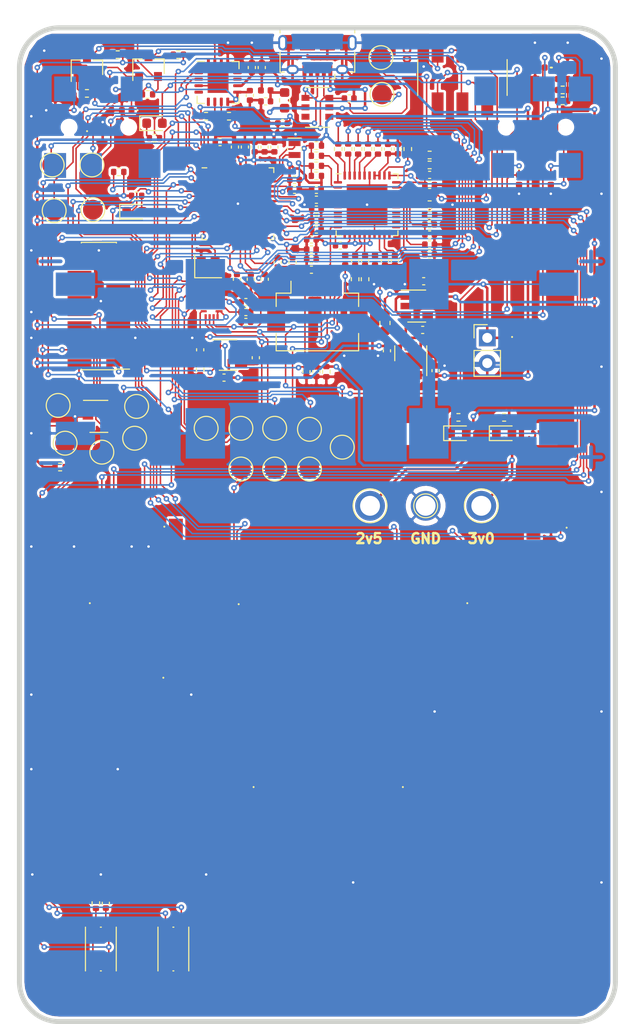
<source format=kicad_pcb>
(kicad_pcb (version 20211014) (generator pcbnew)
  (title_block (title "BitMasher") (date "2021-04-25") (rev "P2") (company "meoWorkshop/Nyankichi Works"))
  (layers (0 "F.Cu" signal) (31 "B.Cu" signal) (34 "B.Paste" user) (35 "F.Paste" user) (36 "B.SilkS" user "B.Silkscreen") (37 "F.SilkS" user "F.Silkscreen") (38 "B.Mask" user) (39 "F.Mask" user) (44 "Edge.Cuts" user))
  (net 0 "")
  (net 1 "GND")
  (net 2 "Net-(C1-Pad1)")
  (net 3 "VBUS")
  (net 4 "Net-(C3-Pad1)")
  (net 5 "Net-(C5-Pad1)")
  (net 6 "Net-(C6-Pad1)")
  (net 7 "Net-(C6-Pad2)")
  (net 8 "+2V5")
  (net 9 "+3V0")
  (net 10 "MCU_RESET")
  (net 11 "Net-(C12-Pad1)")
  (net 12 "CODEC1")
  (net 13 "CODEC4")
  (net 14 "CODEC2")
  (net 15 "Net-(C31-Pad1)")
  (net 16 "CODEC0")
  (net 17 "CODEC3")
  (net 18 "Net-(C36-Pad2)")
  (net 19 "Net-(C36-Pad1)")
  (net 20 "Net-(C38-Pad2)")
  (net 21 "Net-(C38-Pad1)")
  (net 22 "Net-(C39-Pad2)")
  (net 23 "Net-(C40-Pad2)")
  (net 24 "Net-(C40-Pad1)")
  (net 25 "Net-(C41-Pad1)")
  (net 26 "Net-(C44-Pad2)")
  (net 27 "Net-(C45-Pad1)")
  (net 28 "Net-(C46-Pad2)")
  (net 29 "Net-(C47-Pad1)")
  (net 30 "Net-(C48-Pad2)")
  (net 31 "Net-(C49-Pad1)")
  (net 32 "USB_DN")
  (net 33 "USB_DP")
  (net 34 "+3V3")
  (net 35 "Net-(D1-Pad5)")
  (net 36 "Net-(D2-Pad1)")
  (net 37 "Net-(D3-Pad1)")
  (net 38 "Net-(D4-Pad1)")
  (net 39 "Net-(D5-Pad2)")
  (net 40 "/Microcontroller/Display/LED_IND")
  (net 41 "Net-(D6-Pad1)")
  (net 42 "Net-(D7-Pad1)")
  (net 43 "Net-(D8-Pad1)")
  (net 44 "Net-(D9-Pad1)")
  (net 45 "Net-(D10-Pad1)")
  (net 46 "BUTT0")
  (net 47 "BUTT1")
  (net 48 "BUTT2")
  (net 49 "BUTT3")
  (net 50 "BUTT4")
  (net 51 "BUTT5")
  (net 52 "BUTT6")
  (net 53 "BUTT7")
  (net 54 "Net-(D19-Pad1)")
  (net 55 "SWD_SWDIO")
  (net 56 "SWD_SWCLK")
  (net 57 "SWD_SWO")
  (net 58 "Net-(D20-Pad5)")
  (net 59 "/Microcontroller/Display/DISP_COM_HV")
  (net 60 "/Microcontroller/Display/DISP_CS_HV")
  (net 61 "/Microcontroller/Display/DISP_MOSI_HV")
  (net 62 "/Microcontroller/Display/DISP_SCK_HV")
  (net 63 "Net-(F2-Pad1)")
  (net 64 "Net-(J4-Pad1)")
  (net 65 "Net-(J7-Pad1)")
  (net 66 "Net-(J8-Pad1)")
  (net 67 "Net-(L5-Pad1)")
  (net 68 "Net-(L6-Pad1)")
  (net 69 "Net-(L7-Pad1)")
  (net 70 "Net-(Q1-Pad2)")
  (net 71 "HOST1")
  (net 72 "HOST0")
  (net 73 "Net-(Q2-Pad2)")
  (net 74 "3V0_EN")
  (net 75 "Net-(R4-Pad1)")
  (net 76 "CODEC5")
  (net 77 "CODEC6")
  (net 78 "Net-(R11-Pad1)")
  (net 79 "Net-(R12-Pad1)")
  (net 80 "Net-(R13-Pad1)")
  (net 81 "Net-(R14-Pad2)")
  (net 82 "Net-(R15-Pad2)")
  (net 83 "Net-(R16-Pad2)")
  (net 84 "Net-(R17-Pad2)")
  (net 85 "CODEC7")
  (net 86 "/Audio Codec/HP_DETECT")
  (net 87 "Net-(R27-Pad1)")
  (net 88 "Net-(R28-Pad2)")
  (net 89 "/Microcontroller/Display/APP_TX")
  (net 90 "/Microcontroller/Display/APP_RX")
  (net 91 "/Microcontroller/Display/DISP_CS_LV")
  (net 92 "/Microcontroller/Display/DISP_COM_LV")
  (net 93 "/Microcontroller/Display/DISP_SCK_LV")
  (net 94 "/Microcontroller/Display/DISP_MOSI_LV")
  (net 95 "/Microcontroller/Display/DEBUG_CH0")
  (net 96 "/Microcontroller/Display/DEBUG_CH1")
  (net 97 "/Microcontroller/Display/DEBUG_CH2")
  (net 98 "/Microcontroller/Display/DEBUG_CH3")
  (net 99 "Net-(U4-Pad10)")
  (net 100 "Net-(U4-Pad11)")
  (net 101 "Net-(U4-Pad35)")
  (net 102 "Net-(U4-Pad36)")
  (net 103 "Net-(R6-Pad2)")
  (net 104 "/Microcontroller/Display/DISP_OE")
  (footprint "Capacitor_SMD:C_0402_1005Metric" (layer "F.Cu") (at 144.8 57.4 180)
    (fp_text reference "C1" hide)
    (fp_text value "10n")
  )
  (footprint "Capacitor_SMD:C_0402_1005Metric" (layer "F.Cu") (at 161.9 84.5 90)
    (fp_text reference "C2" hide)
    (fp_text value "10u")
  )
  (footprint "Capacitor_SMD:C_0402_1005Metric" (layer "F.Cu") (at 157 82.5 -90)
    (fp_text reference "C3" hide)
    (fp_text value "4.7u")
  )
  (footprint "Capacitor_SMD:C_0402_1005Metric" (layer "F.Cu") (at 140.6 85.2 180)
    (fp_text reference "C4" hide)
    (fp_text value "10u")
  )
  (footprint "Capacitor_SMD:C_0402_1005Metric" (layer "F.Cu") (at 160.6 80.4 180)
    (fp_text reference "C5" hide)
    (fp_text value "470p")
  )
  (footprint "Capacitor_SMD:C_0402_1005Metric" (layer "F.Cu") (at 143.8 83.2 -90)
    (fp_text reference "C6" hide)
    (fp_text value "0.22u")
  )
  (footprint "Capacitor_SMD:C_0402_1005Metric" (layer "F.Cu") (at 160.7 75.5 180)
    (fp_text reference "C7" hide)
    (fp_text value "2.2u")
  )
  (footprint "Capacitor_SMD:C_0402_1005Metric" (layer "F.Cu") (at 138.2 82.4 -90)
    (fp_text reference "C8" hide)
    (fp_text value "10u")
  )
  (footprint "Capacitor_SMD:C_0402_1005Metric" (layer "F.Cu") (at 128.7 138.1 90)
    (fp_text reference "C9" hide)
    (fp_text value "100n")
  )
  (footprint "Capacitor_SMD:C_0402_1005Metric" (layer "F.Cu") (at 147.7 65.3)
    (fp_text reference "C10" hide)
    (fp_text value "10u")
  )
  (footprint "Capacitor_SMD:C_0402_1005Metric" (layer "F.Cu") (at 147.7 66.3)
    (fp_text reference "C11" hide)
    (fp_text value "0.01u")
  )
  (footprint "Capacitor_SMD:C_0402_1005Metric" (layer "F.Cu") (at 142.7 62 90)
    (fp_text reference "C12" hide)
    (fp_text value "1u")
  )
  (footprint "Capacitor_SMD:C_0402_1005Metric" (layer "F.Cu") (at 143.69 62 90)
    (fp_text reference "C13" hide)
    (fp_text value "0.1u")
  )
  (footprint "Capacitor_SMD:C_0402_1005Metric" (layer "F.Cu") (at 141.7 62 90)
    (fp_text reference "C14" hide)
    (fp_text value "10u")
  )
  (footprint "Capacitor_SMD:C_0402_1005Metric" (layer "F.Cu") (at 142.8 77.6)
    (fp_text reference "C18" hide)
    (fp_text value "0.1u")
  )
  (footprint "Capacitor_SMD:C_0402_1005Metric" (layer "F.Cu") (at 149.9 84.6 -90)
    (fp_text reference "C19" hide)
    (fp_text value "0.1u")
  )
  (footprint "Capacitor_SMD:C_0402_1005Metric" (layer "F.Cu") (at 148.9 84.6 -90)
    (fp_text reference "C20" hide)
    (fp_text value "0.1u")
  )
  (footprint "Capacitor_SMD:C_0402_1005Metric" (layer "F.Cu") (at 142.8 78.6)
    (fp_text reference "C21" hide)
    (fp_text value "0.1u")
  )
  (footprint "Capacitor_SMD:C_0402_1005Metric" (layer "F.Cu") (at 142.8 79.6)
    (fp_text reference "C22" hide)
    (fp_text value "1u")
  )
  (footprint "Capacitor_SMD:C_0402_1005Metric" (layer "F.Cu") (at 149.9 66.3 180)
    (fp_text reference "C23" hide)
    (fp_text value "10u")
  )
  (footprint "Capacitor_SMD:C_0402_1005Metric" (layer "F.Cu") (at 149.9 67.3 180)
    (fp_text reference "C24" hide)
    (fp_text value "0.1u")
  )
  (footprint "Capacitor_SMD:C_0402_1005Metric" (layer "F.Cu") (at 149.9 68.3 180)
    (fp_text reference "C25" hide)
    (fp_text value "0.01u")
  )
  (footprint "Capacitor_SMD:C_0402_1005Metric" (layer "F.Cu") (at 149.9 69.3 180)
    (fp_text reference "C26" hide)
    (fp_text value "0.1u")
  )
  (footprint "Capacitor_SMD:C_0402_1005Metric" (layer "F.Cu") (at 149.9 70.3 180)
    (fp_text reference "C28" hide)
    (fp_text value "0.01u")
  )
  (footprint "Capacitor_SMD:C_0402_1005Metric" (layer "F.Cu") (at 149.4 72.3 180)
    (fp_text reference "C33" hide)
    (fp_text value "0.01u")
  )
  (footprint "Capacitor_SMD:C_0402_1005Metric" (layer "F.Cu") (at 149.4 71.3 180)
    (fp_text reference "C35" hide)
    (fp_text value "0.1u")
  )
  (footprint "Capacitor_SMD:C_0402_1005Metric" (layer "F.Cu") (at 152.3 71.9 180)
    (fp_text reference "C36" hide)
    (fp_text value "1u")
  )
  (footprint "Capacitor_SMD:C_0402_1005Metric" (layer "F.Cu") (at 154.8 73.4 90)
    (fp_text reference "C38" hide)
    (fp_text value "0.022u")
  )
  (footprint "Capacitor_SMD:C_0402_1005Metric" (layer "F.Cu") (at 157.8 73.4 -90)
    (fp_text reference "C41" hide)
    (fp_text value "1u")
  )
  (footprint "Capacitor_SMD:C_0402_1005Metric" (layer "F.Cu") (at 157.1 62.2 90)
    (fp_text reference "C42" hide)
    (fp_text value "0.01u")
  )
  (footprint "Capacitor_SMD:C_0402_1005Metric" (layer "F.Cu") (at 158.1 62.2 90)
    (fp_text reference "C43" hide)
    (fp_text value "0.1u")
  )
  (footprint "Capacitor_SMD:C_0402_1005Metric" (layer "F.Cu") (at 161.3 71.8)
    (fp_text reference "C45" hide)
    (fp_text value "150p")
  )
  (footprint "Capacitor_SMD:C_0402_1005Metric" (layer "F.Cu") (at 161.3 65.8 180)
    (fp_text reference "C46" hide)
    (fp_text value "150p")
  )
  (footprint "Capacitor_SMD:C_0402_1005Metric" (layer "F.Cu") (at 161.3 70.8)
    (fp_text reference "C47" hide)
    (fp_text value "150p")
  )
  (footprint "Capacitor_SMD:C_0402_1005Metric" (layer "F.Cu") (at 161.3 64.8)
    (fp_text reference "C48" hide)
    (fp_text value "1u")
  )
  (footprint "Capacitor_SMD:C_0402_1005Metric" (layer "F.Cu") (at 161.3 69.8 180)
    (fp_text reference "C49" hide)
    (fp_text value "1u")
  )
  (footprint "Package_TO_SOT_SMD:SOT-457" (layer "F.Cu") (at 150 58)
    (fp_text reference "D1" hide)
    (fp_text value "IP4220CZ6")
  )
  (footprint "LED_SMD:LED_0603_1608Metric" (layer "F.Cu") (at 164.2 90.8)
    (fp_text reference "D3" hide)
    (fp_text value "LED")
  )
  (footprint "LED_SMD:LED_0603_1608Metric" (layer "F.Cu") (at 168.8 90.8)
    (fp_text reference "D4" hide)
    (fp_text value "LED")
  )
  (footprint "LED_SMD:LED_0603_1608Metric" (layer "F.Cu") (at 131.5875 68.5)
    (fp_text reference "D5" hide)
    (fp_text value "IND")
  )
  (footprint "Diode_SMD:D_0402_1005Metric" (layer "F.Cu") (at 170.3 65.3 -90)
    (fp_text reference "D6" hide)
    (fp_text value "DESD3V3S1BL-7B")
  )
  (footprint "Diode_SMD:D_0402_1005Metric" (layer "F.Cu") (at 174.7 54)
    (fp_text reference "D8" hide)
    (fp_text value "DESD3V3S1BL-7B")
  )
  (footprint "Diode_SMD:D_0402_1005Metric" (layer "F.Cu") (at 130.8 58.3 180)
    (fp_text reference "D9" hide)
    (fp_text value "DESD3V3S1BL-7B")
  )
  (footprint "Diode_SMD:D_0402_1005Metric" (layer "F.Cu") (at 127.9 60.4)
    (fp_text reference "D10" hide)
    (fp_text value "DESD3V3S1BL-7B")
  )
  (footprint "Diode_SMD:D_0402_1005Metric" (layer "F.Cu") (at 133.4 115.4 180)
    (fp_text reference "D12" hide)
    (fp_text value "DESDALC5LP-7B")
  )
  (footprint "Diode_SMD:D_0402_1005Metric" (layer "F.Cu") (at 126 107.9 180)
    (fp_text reference "D13" hide)
    (fp_text value "DESDALC5LP-7B")
  )
  (footprint "Diode_SMD:D_0402_1005Metric" (layer "F.Cu") (at 140.985 108 180)
    (fp_text reference "D14" hide)
    (fp_text value "DESDALC5LP-7B")
  )
  (footprint "Diode_SMD:D_0402_1005Metric" (layer "F.Cu") (at 174 100.3 180)
    (fp_text reference "D15" hide)
    (fp_text value "DESDALC5LP-7B")
  )
  (footprint "Diode_SMD:D_0402_1005Metric" (layer "F.Cu") (at 164 107.9 180)
    (fp_text reference "D16" hide)
    (fp_text value "DESDALC5LP-7B")
  )
  (footprint "Diode_SMD:D_0402_1005Metric" (layer "F.Cu") (at 157.515 126.4 180)
    (fp_text reference "D17" hide)
    (fp_text value "DESDALC5LP-7B")
  )
  (footprint "Diode_SMD:D_0402_1005Metric" (layer "F.Cu") (at 142.485 126.4 180)
    (fp_text reference "D18" hide)
    (fp_text value "DESDALC5LP-7B")
  )
  (footprint "LED_SMD:LED_0603_1608Metric" (layer "F.Cu") (at 133.6 59.6)
    (fp_text reference "D19" hide)
    (fp_text value "LED")
  )
  (footprint "Package_TO_SOT_SMD:SOT-23-6" (layer "F.Cu") (at 128 89.1)
    (fp_text reference "D20" hide)
    (fp_text value "SP0505BAHT")
  )
  (footprint "Connector_FFC-FPC:Hirose_FH12-10S-0.5SH_1x10-1MP_P0.50mm_Horizontal" (layer "F.Cu") (at 150 78)
    (fp_text reference "DISP1" hide)
    (fp_text value "LS013B7DH03")
  )
  (footprint "Fuse:Fuse_0603_1608Metric" (layer "F.Cu") (at 146.7 57.3 -90)
    (fp_text reference "F1" hide)
    (fp_text value "0603L050YR")
  )
  (footprint "Fuse:Fuse_0603_1608Metric" (layer "F.Cu") (at 156.8 79.7 90)
    (fp_text reference "F2" hide)
    (fp_text value "0603L050YR")
  )
  (footprint "Connector_PinHeader_2.54mm:PinHeader_1x02_P2.54mm_Vertical" (layer "F.Cu") (at 167.1 81.2)
    (fp_text reference "J2" hide)
    (fp_text value "EXT_PWR")
  )
  (footprint "Inductor_SMD:L_0402_1005Metric" (layer "F.Cu") (at 144.8 56.3 180)
    (fp_text reference "L1" hide)
    (fp_text value "BKP1005TS330-T")
  )
  (footprint "Inductor_SMD:L_0402_1005Metric" (layer "F.Cu") (at 155.8 73.4 -90)
    (fp_text reference "L3" hide)
    (fp_text value "1.5k @ 100MHz")
  )
  (footprint "Inductor_SMD:L_0402_1005Metric" (layer "F.Cu") (at 152.8 73.4 -90)
    (fp_text reference "L4" hide)
    (fp_text value "1.5k @ 100MHz")
  )
  (footprint "Inductor_SMD:L_0402_1005Metric" (layer "F.Cu") (at 161.3 61.8)
    (fp_text reference "L5" hide)
    (fp_text value "1.5k @ 100MHz")
  )
  (footprint "Inductor_SMD:L_0402_1005Metric" (layer "F.Cu") (at 161.3 66.8)
    (fp_text reference "L6" hide)
    (fp_text value "1.5k @ 100MHz")
  )
  (footprint "Inductor_SMD:L_0402_1005Metric" (layer "F.Cu") (at 174.7 55.15 180)
    (fp_text reference "L7" hide)
    (fp_text value "1.5k @ 100MHz")
  )
  (footprint "Inductor_SMD:L_0402_1005Metric" (layer "F.Cu") (at 173.5 65.3 90)
    (fp_text reference "L8" hide)
    (fp_text value "1.5k @ 100MHz")
  )
  (footprint "Inductor_SMD:L_0402_1005Metric" (layer "F.Cu") (at 124.1 58.3 180)
    (fp_text reference "L9" hide)
    (fp_text value "1.5k @ 100MHz")
  )
  (footprint "Resistor_SMD:R_0402_1005Metric" (layer "F.Cu") (at 138.2 84.4 -90)
    (fp_text reference "R1" hide)
    (fp_text value "16.8k")
  )
  (footprint "Resistor_SMD:R_0402_1005Metric" (layer "F.Cu") (at 164.2 89.2)
    (fp_text reference "R2" hide)
    (fp_text value "3k")
  )
  (footprint "Resistor_SMD:R_0402_1005Metric" (layer "F.Cu") (at 168.8 89.2)
    (fp_text reference "R3" hide)
    (fp_text value "3k")
  )
  (footprint "Resistor_SMD:R_0402_1005Metric" (layer "F.Cu") (at 127.7 138.1 90)
    (fp_text reference "R4" hide)
    (fp_text value "100")
  )
  (footprint "Resistor_SMD:R_0402_1005Metric" (layer "F.Cu") (at 150.9 84.6 -90)
    (fp_text reference "R7" hide)
    (fp_text value "10M")
  )
  (footprint "Resistor_SMD:R_0402_1005Metric" (layer "F.Cu") (at 131.8 66.9)
    (fp_text reference "R8" hide)
    (fp_text value "3k")
  )
  (footprint "Resistor_SMD:R_0402_1005Metric" (layer "F.Cu") (at 149.9 64.9 180)
    (fp_text reference "R9" hide)
    (fp_text value "6.49k")
  )
  (footprint "Resistor_SMD:R_0402_1005Metric" (layer "F.Cu") (at 149.9 62.88 180)
    (fp_text reference "R11" hide)
    (fp_text value "22.1")
  )
  (footprint "Resistor_SMD:R_0402_1005Metric" (layer "F.Cu") (at 149.9 63.89 180)
    (fp_text reference "R12" hide)
    (fp_text value "22.1")
  )
  (footprint "Resistor_SMD:R_0402_1005Metric" (layer "F.Cu") (at 152.1 62.2 90)
    (fp_text reference "R13" hide)
    (fp_text value "22.1")
  )
  (footprint "Resistor_SMD:R_0402_1005Metric" (layer "F.Cu") (at 153.1 62.2 -90)
    (fp_text reference "R14" hide)
    (fp_text value "22.1")
  )
  (footprint "Resistor_SMD:R_0402_1005Metric" (layer "F.Cu") (at 154.1 62.2 -90)
    (fp_text reference "R15" hide)
    (fp_text value "22.1")
  )
  (footprint "Resistor_SMD:R_0402_1005Metric" (layer "F.Cu") (at 156.1 62.2 -90)
    (fp_text reference "R17" hide)
    (fp_text value "22.1")
  )
  (footprint "Resistor_SMD:R_0402_1005Metric" (layer "F.Cu") (at 154.8 75.3 90)
    (fp_text reference "R18" hide)
    (fp_text value "51.1")
  )
  (footprint "Resistor_SMD:R_0402_1005Metric" (layer "F.Cu") (at 159.1 62.2 -90)
    (fp_text reference "R20" hide)
    (fp_text value "4.7k")
  )
  (footprint "Resistor_SMD:R_0402_1005Metric" (layer "F.Cu") (at 161.3 63.8 180)
    (fp_text reference "R21" hide)
    (fp_text value "2k")
  )
  (footprint "Resistor_SMD:R_0402_1005Metric" (layer "F.Cu") (at 161.3 68.8)
    (fp_text reference "R22" hide)
    (fp_text value "2k")
  )
  (footprint "Resistor_SMD:R_0402_1005Metric" (layer "F.Cu") (at 174.69 57.35 180)
    (fp_text reference "R23" hide)
    (fp_text value "22.1")
  )
  (footprint "Resistor_SMD:R_0402_1005Metric" (layer "F.Cu") (at 161.3 62.8)
    (fp_text reference "R24" hide)
    (fp_text value "8.06k")
  )
  (footprint "Resistor_SMD:R_0402_1005Metric" (layer "F.Cu") (at 161.3 67.8)
    (fp_text reference "R25" hide)
    (fp_text value "8.06k")
  )
  (footprint "Resistor_SMD:R_0402_1005Metric" (layer "F.Cu") (at 174.69 56.25)
    (fp_text reference "R26" hide)
    (fp_text value "47.5k")
  )
  (footprint "Button_Switch_SMD:SW_DPDT_JS202011SCQN" (layer "F.Cu") (at 164.6 55 180)
    (fp_text reference "SW1" hide)
    (fp_text value "BOOT")
  )
  (footprint "Button_Switch_SMD:LL3301NF065QG" (layer "F.Cu") (at 133.5 105 90)
    (fp_text reference "SW2" hide)
    (fp_text value "UP")
  )
  (footprint "Button_Switch_SMD:LL3301NF065QG" (layer "F.Cu") (at 133.5 120 90)
    (fp_text reference "SW3" hide)
    (fp_text value "DOWN")
  )
  (footprint "Button_Switch_SMD:LL3301NF065QG" (layer "F.Cu") (at 126 112.5 90)
    (fp_text reference "SW4" hide)
    (fp_text value "LEFT")
  )
  (footprint "Button_Switch_SMD:LL3301NF065QG" (layer "F.Cu") (at 141 112.5 90)
    (fp_text reference "SW5" hide)
    (fp_text value "RIGHT")
  )
  (footprint "Button_Switch_SMD:LL3301NF065QG" (layer "F.Cu") (at 174 105 90)
    (fp_text reference "SW6" hide)
    (fp_text value "A")
  )
  (footprint "Button_Switch_SMD:LL3301NF065QG" (layer "F.Cu") (at 164 112.5 90)
    (fp_text reference "SW7" hide)
    (fp_text value "B")
  )
  (footprint "Button_Switch_SMD:LL3301NF065QG" (layer "F.Cu") (at 157.5 131 90)
    (fp_text reference "SW8" hide)
    (fp_text value "START")
  )
  (footprint "Button_Switch_SMD:LL3301NF065QG" (layer "F.Cu") (at 142.5 131 90)
    (fp_text reference "SW9" hide)
    (fp_text value "SEL")
  )
  (footprint "TestPoint:TestPoint_Pad_D2.0mm" (layer "F.Cu") (at 156.4 53)
    (fp_text reference "TP2" hide)
    (fp_text value "TestPoint")
  )
  (footprint "TestPoint:TestPoint_Plated_Hole_D2.0mm" (layer "F.Cu") (at 166.5 98.1)
    (fp_text reference "TP4" hide)
    (fp_text value "TestPoint_Probe")
  )
  (footprint "TestPoint:TestPoint_Pad_D2.0mm" (layer "F.Cu") (at 160.9 98.1)
    (fp_text reference "TP5" hide)
    (fp_text value "TestPoint_Probe")
  )
  (footprint "TestPoint:TestPoint_Pad_D2.0mm" (layer "F.Cu") (at 123.5 68.4)
    (fp_text reference "TP14" hide)
    (fp_text value "TestPoint")
  )
  (footprint "TestPoint:TestPoint_Pad_D2.0mm" (layer "F.Cu") (at 123.3 63.8)
    (fp_text reference "TP15" hide)
    (fp_text value "TestPoint")
  )
  (footprint "TestPoint:TestPoint_Pad_D2.0mm" (layer "F.Cu") (at 127.4 68.3)
    (fp_text reference "TP16" hide)
    (fp_text value "TestPoint")
  )
  (footprint "TestPoint:TestPoint_Pad_D2.0mm" (layer "F.Cu") (at 127.3 63.8)
    (fp_text reference "TP17" hide)
    (fp_text value "TestPoint")
  )
  (footprint "TestPoint:TestPoint_Pad_D2.0mm" (layer "F.Cu") (at 123.9 88)
    (fp_text reference "TP23" hide)
    (fp_text value "TestPoint")
  )
  (footprint "TestPoint:TestPoint_Pad_D2.0mm" (layer "F.Cu") (at 124.6 91.8)
    (fp_text reference "TP24" hide)
    (fp_text value "TestPoint")
  )
  (footprint "TestPoint:TestPoint_Pad_D2.0mm" (layer "F.Cu") (at 128.3 92.7)
    (fp_text reference "TP25" hide)
    (fp_text value "TestPoint")
  )
  (footprint "TestPoint:TestPoint_Pad_D2.0mm" (layer "F.Cu") (at 131.6 91.3)
    (fp_text reference "TP26" hide)
    (fp_text value "TestPoint")
  )
  (footprint "Package_DFN_QFN:DFN-10-1EP_3x3mm_P0.5mm_EP1.65x2.38mm" (layer "F.Cu") (at 159.4 83.5 90)
    (fp_text reference "U1" hide)
    (fp_text value "LTC4413")
  )
  (footprint "Package_TO_SOT_SMD:SOT-23-5" (layer "F.Cu") (at 160 78)
    (fp_text reference "U2" hide)
    (fp_text value "MIC5219-2.5YM5")
  )
  (footprint "Package_DFN_QFN:QFN-40-1EP_6x6mm_P0.5mm_EP4.1x4.1mm" (layer "F.Cu") (at 155 67.8)
    (fp_text reference "U6" hide)
    (fp_text value "CS42L52")
  )
  (footprint "Package_DFN_QFN:QFN-16-1EP_4x4mm_P0.65mm_EP2.1x2.1mm" (layer "F.Cu") (at 140 55.5)
    (fp_text reference "U7" hide)
    (fp_text value "FT230XQ")
  )
  (footprint "Crystal:Crystal_SMD_2016-4Pin_2.0x1.6mm" (layer "F.Cu") (at 139 74)
    (fp_text reference "Y1" hide)
    (fp_text value "40 MHz")
  )
  (footprint "Crystal:Crystal_SMD_MicroCrystal_CM9V-T1A-2Pin_1.6x1.0mm" (layer "F.Cu") (at 147.7 62.2 -90)
    (fp_text reference "Y2" hide)
    (fp_text value "32.768 kHz")
  )
  (footprint "Diode_SMD:D_0402_1005Metric" (layer "F.Cu") (at 133.5 100.2 180)
    (fp_text reference "D11" hide)
    (fp_text value "DESDALC5LP-7B")
  )
  (footprint "Connector_USB:USB_Micro-B_Amphenol_10118194_Horizontal" (layer "F.Cu") (at 150 52.8 180)
    (fp_text reference "J1" hide)
    (fp_text value "USB_B_Micro")
  )
  (footprint "Connector_PinHeader_1.27mm:PinHeader_2x10_P1.27mm_Vertical_SMD" (layer "F.Cu") (at 128 78 180)
    (fp_text reference "J9" hide)
    (fp_text value "Conn_02x10_Odd_Even")
  )
  (footprint "Package_TO_SOT_SMD:TSOT-23-6" (layer "F.Cu") (at 141 82.9)
    (fp_text reference "U3" hide)
    (fp_text value "REG710NA")
  )
  (footprint "Package_DFN_QFN:QFN-48-1EP_7x7mm_P0.5mm_EP5.3x5.3mm" (layer "F.Cu") (at 142 67.7)
    (fp_text reference "U4" hide)
    (fp_text value "EFM32PG12B500F1024GM48")
  )
  (footprint "Diode_SMD:D_0402_1005Metric" (layer "F.Cu") (at 172.4 54 180)
    (fp_text reference "D7" hide)
    (fp_text value "DESD3V3S1BL-7B")
  )
  (footprint "Resistor_SMD:R_0402_1005Metric" (layer "F.Cu") (at 155.1 62.2 -90)
    (fp_text reference "R16" hide)
    (fp_text value "22.1")
  )
  (footprint "Capacitor_SMD:C_0402_1005Metric" (layer "F.Cu") (at 143.3 75.3 -90)
    (fp_text reference "C27" hide)
    (fp_text value "47p")
  )
  (footprint "Capacitor_SMD:C_0402_1005Metric" (layer "F.Cu") (at 146 73.6 -90)
    (fp_text reference "C34" hide)
    (fp_text value "47p")
  )
  (footprint "Capacitor_SMD:C_0402_1005Metric" (layer "F.Cu") (at 141.9 75.3 -90)
    (fp_text reference "C29" hide)
    (fp_text value "47p")
  )
  (footprint "Capacitor_SMD:C_0402_1005Metric" (layer "F.Cu") (at 147.5 73.6 -90)
    (fp_text reference "C30" hide)
    (fp_text value "47p")
  )
  (footprint "Capacitor_SMD:C_0402_1005Metric" (layer "F.Cu") (at 144.7 75.3 -90)
    (fp_text reference "C32" hide)
    (fp_text value "47p")
  )
  (footprint "Capacitor_SMD:C_0402_1005Metric" (layer "F.Cu") (at 149.4 74.34 180)
    (fp_text reference "C31" hide)
    (fp_text value "1u")
  )
  (footprint "Capacitor_SMD:C_0402_1005Metric" (layer "F.Cu") (at 161.3 72.8 180)
    (fp_text reference "C44" hide)
    (fp_text value "150p")
  )
  (footprint "Capacitor_SMD:C_0402_1005Metric" (layer "F.Cu") (at 153.8 73.4 -90)
    (fp_text reference "C40" hide)
    (fp_text value "0.022u")
  )
  (footprint "Resistor_SMD:R_0402_1005Metric" (layer "F.Cu") (at 153.8 75.3 -90)
    (fp_text reference "R19" hide)
    (fp_text value "51.1")
  )
  (footprint "Capacitor_SMD:C_0402_1005Metric" (layer "F.Cu") (at 156.8 73.4 90)
    (fp_text reference "C39" hide)
    (fp_text value "1u")
  )
  (footprint "Capacitor_SMD:C_0402_1005Metric" (layer "F.Cu") (at 144.68 62 90)
    (fp_text reference "C15" hide)
    (fp_text value "10u")
  )
  (footprint "Capacitor_SMD:C_0402_1005Metric" (layer "F.Cu") (at 145.67 62 90)
    (fp_text reference "C17" hide)
    (fp_text value "0.1u")
  )
  (footprint "Diode_SMD:D_0402_1005Metric" (layer "F.Cu") (at 169.6 82.2 -90)
    (fp_text reference "D2" hide)
    (fp_text value "DESDALC5LP-7B")
  )
  (footprint "Capacitor_SMD:C_0402_1005Metric" (layer "F.Cu") (at 146.5 59.6 180)
    (fp_text reference "C51" hide)
    (fp_text value "47p")
  )
  (footprint "Capacitor_SMD:C_0402_1005Metric" (layer "F.Cu") (at 153.2 57.1)
    (fp_text reference "C50" hide)
    (fp_text value "47p")
  )
  (footprint "Capacitor_SMD:C_0402_1005Metric" (layer "F.Cu") (at 143.2 56.8 90)
    (fp_text reference "C53" hide)
    (fp_text value "100n")
  )
  (footprint "Capacitor_SMD:C_0402_1005Metric" (layer "F.Cu") (at 143.4 54 90)
    (fp_text reference "C52" hide)
    (fp_text value "4.7u")
  )
  (footprint "Resistor_SMD:R_0402_1005Metric" (layer "F.Cu") (at 129.9 52.7)
    (fp_text reference "R33" hide)
    (fp_text value "4.7k")
  )
  (footprint "Resistor_SMD:R_0402_1005Metric" (layer "F.Cu") (at 126.8 56.6 180)
    (fp_text reference "R32" hide)
    (fp_text value "4.7k")
  )
  (footprint "Resistor_SMD:R_0402_1005Metric" (layer "F.Cu") (at 136 52.7)
    (fp_text reference "R31" hide)
    (fp_text value "4.7k")
  )
  (footprint "Resistor_SMD:R_0402_1005Metric" (layer "F.Cu") (at 132.9 56.7 180)
    (fp_text reference "R30" hide)
    (fp_text value "4.7k")
  )
  (footprint "Resistor_SMD:R_0402_1005Metric" (layer "F.Cu") (at 133.6 61.1)
    (fp_text reference "R29" hide)
    (fp_text value "3k")
  )
  (footprint "Resistor_SMD:R_0402_1005Metric" (layer "F.Cu") (at 138.79 58.9)
    (fp_text reference "R28" hide)
    (fp_text value "27")
  )
  (footprint "Package_TO_SOT_SMD:SOT-23" (layer "F.Cu") (at 126.8 54 90)
    (fp_text reference "Q2" hide)
    (fp_text value "Q_NMOS_GSD")
  )
  (footprint "Package_TO_SOT_SMD:SOT-23" (layer "F.Cu") (at 133 53.9 90)
    (fp_text reference "Q1" hide)
    (fp_text value "Q_NMOS_GSD")
  )
  (footprint "Capacitor_SMD:C_0402_1005Metric" (layer "F.Cu") (at 144.4 54 90)
    (fp_text reference "C54" hide)
    (fp_text value "100n")
  )
  (footprint "TestPoint:TestPoint_Pad_D2.0mm" (layer "F.Cu") (at 149.2 94.4)
    (fp_text reference "TP13" hide)
    (fp_text value "TestPoint")
  )
  (footprint "TestPoint:TestPoint_Pad_D2.0mm" (layer "F.Cu") (at 142.3 94.4)
    (fp_text reference "TP12" hide)
    (fp_text value "TestPoint")
  )
  (footprint "TestPoint:TestPoint_Pad_D2.0mm" (layer "F.Cu") (at 145.7 94.4)
    (fp_text reference "TP11" hide)
    (fp_text value "TestPoint")
  )
  (footprint "TestPoint:TestPoint_Pad_D2.0mm" (layer "F.Cu") (at 152.5 92.2)
    (fp_text reference "TP10" hide)
    (fp_text value "TestPoint")
  )
  (footprint "TestPoint:TestPoint_Pad_D2.0mm" (layer "F.Cu") (at 149.2 90.4)
    (fp_text reference "TP9" hide)
    (fp_text value "TestPoint")
  )
  (footprint "TestPoint:TestPoint_Pad_D2.0mm" (layer "F.Cu") (at 145.7 90.3)
    (fp_text reference "TP8" hide)
    (fp_text value "TestPoint")
  )
  (footprint "TestPoint:TestPoint_Pad_D2.0mm" (layer "F.Cu") (at 142.3 90.3)
    (fp_text reference "TP7" hide)
    (fp_text value "TestPoint")
  )
  (footprint "TestPoint:TestPoint_Pad_D2.0mm" (layer "F.Cu") (at 138.8 90.3)
    (fp_text reference "TP6" hide)
    (fp_text value "TestPoint")
  )
  (footprint "Resistor_SMD:R_0402_1005Metric" (layer "F.Cu") (at 141.1 58.9)
    (fp_text reference "R27" hide)
    (fp_text value "27")
  )
  (footprint "Capacitor_SMD:C_0402_1005Metric" (layer "F.Cu") (at 149.4 73.3 180)
    (fp_text reference "C37" hide)
    (fp_text value "0.1u")
  )
  (footprint "Logos:meows_scaled" (layer "F.Cu") (at 161.5 144.3)
    (fp_text reference "G***" hide)
    (fp_text value "meoWS" hide)
  )
  (footprint "Button_Switch_SMD:SW_Push_1P1T_NO_CK_KMR2" (layer "F.Cu") (at 128.2 142.7 90)
    (fp_text reference "SW10" hide)
    (fp_text value "RESET")
  )
  (footprint "Button_Switch_SMD:SW_Push_1P1T_NO_CK_KMR2" (layer "F.Cu") (at 135.5 142.7 90)
    (fp_text reference "SW11" hide)
    (fp_text value "BOOT")
  )
  (footprint "Capacitor_SMD:C_0402_1005Metric" (layer "F.Cu") (at 140.2 61.5 180)
    (fp_text reference "C16" hide)
    (fp_text value "0.1u")
  )
  (footprint "Resistor_SMD:R_0402_1005Metric" (layer "F.Cu") (at 130 64.5 180)
    (fp_text reference "R5" hide)
    (fp_text value "4.7k")
  )
  (footprint "Package_DFN_QFN:16-XQFN" (layer "F.Cu") (at 139.35 77.92 180)
    (fp_text reference "U5" hide)
    (fp_text value "74AVCH4T245RSVR-NT")
  )
  (footprint "TestPoint:TestPoint_Pad_D2.0mm" (layer "F.Cu") (at 131.8 88.1)
    (fp_text reference "TP27" hide)
    (fp_text value "TestPoint")
  )
  (footprint "Resistor_SMD:R_0402_1005Metric" (layer "F.Cu") (at 124.1 94.2)
    (fp_text reference "R6" hide)
    (fp_text value "4k")
  )
  (footprint "Resistor_SMD:R_0402_1005Metric" (layer "F.Cu") (at 149.9 61.86 180)
    (fp_text reference "R10" hide)
    (fp_text value "6.49k")
  )
  (footprint "TestPoint:TestPoint_Plated_Hole_D2.0mm" (layer "F.Cu") (at 155.3 98.1)
    (fp_text reference "TP3" hide)
    (fp_text value "TestPoint_Probe")
  )
  (footprint "TestPoint:TestPoint_Pad_D2.0mm" (layer "F.Cu") (at 156.5 56.7)
    (fp_text reference "TP1" hide)
    (fp_text value "TestPoint")
  )
  (footprint "Battery:BatteryHolder_Keystone_55" (layer "B.Cu") (at 174.3 75.8 180)
    (fp_text reference "J3" hide)
    (fp_text value "AAA Cell Mount")
  )
  (footprint "Battery:BatteryHolder_Keystone_55" (layer "B.Cu") (at 174.3 90.81 180)
    (fp_text reference "J5" hide)
    (fp_text value "AAA Cell Mount")
  )
  (footprint "Battery:BatteryHolder_Keystone_55" (layer "B.Cu") (at 125.64 90.81)
    (fp_text reference "J6" hide)
    (fp_text value "AAA Cell Mount")
  )
  (footprint "Connector_Audio:SJ2-35863B1-SMT-TR" (layer "B.Cu") (at 122 60)
    (fp_text reference "J7" hide)
    (fp_text value "SJ2-35863B1-SMT")
  )
  (footprint "Connector_Audio:SJ2-35863B1-SMT-TR" (layer "B.Cu") (at 178 60 180)
    (fp_text reference "J8" hide)
    (fp_text value "SJ2-35863B1-SMT")
  )
  (footprint "Battery:BatteryHolder_Keystone_55" (layer "B.Cu") (at 125.64 75.8)
    (fp_text reference "J4" hide)
    (fp_text value "AAA Cell Mount")
  )
  (gr_arc (start 124 150) (mid 121.171573 148.828427) (end 120 146) (layer "Edge.Cuts") (width 0.5))
  (gr_arc (start 120 54) (mid 121.171573 51.171573) (end 124 50) (layer "Edge.Cuts") (width 0.5))
  (gr_arc (start 176 50) (mid 178.828427 51.171573) (end 180 54) (layer "Edge.Cuts") (width 0.5))
  (gr_arc (start 180 146) (mid 178.828427 148.828427) (end 176 150) (layer "Edge.Cuts") (width 0.5))
  (gr_line (start 176 50) (end 124 50) (layer "Edge.Cuts") (width 0.5))
  (gr_line (start 180 146) (end 180 54) (layer "Edge.Cuts") (width 0.5))
  (gr_line (start 124 150) (end 176 150) (layer "Edge.Cuts") (width 0.5))
  (gr_line (start 120 54) (end 120 146) (layer "Edge.Cuts") (width 0.5))
  (gr_text "meoWS" (at 168.1 143.4) (layer "F.Cu") (effects (font (size 1 1) (thickness 0.2))))
  (gr_text "BitMasher-P2" (at 170.8 145.02) (layer "F.Cu") (effects (font (size 1 1) (thickness 0.2))))
  (gr_text "B" (at 164.2 119.7) (layer "F.Cu") (effects (font (size 1.5 1.5) (thickness 0.3))))
  (gr_text "A" (at 174.1 112.4) (layer "F.Cu") (effects (font (size 1.5 1.5) (thickness 0.3))))
  (gr_text "Sel" (at 142.46 138.36) (layer "F.Cu") (effects (font (size 1 1) (thickness 0.2))))
  (gr_text "Start" (at 157.45 138.37) (layer "F.Cu") (effects (font (size 1 1) (thickness 0.2))))
  (gr_text "Boot" (at 135.56 146.76) (layer "F.Cu") (effects (font (size 1 1) (thickness 0.2))))
  (gr_text "Dev" (at 174.7 146.52) (layer "F.Cu") (effects (font (size 1 1) (thickness 0.2))))
  (gr_text "Boot" (at 158.9 52.9 90) (layer "F.Cu") (effects (font (size 1 1) (thickness 0.2))))
  (gr_text "In" (at 122.9 60 90) (layer "F.Cu") (effects (font (size 1 1) (thickness 0.2))))
  (gr_text "2v5" (at 160.6 90.8) (layer "F.Cu") (effects (font (size 1 1) (thickness 0.2))))
  (gr_text "Out" (at 176.7 60.1 90) (layer "F.Cu") (effects (font (size 1 1) (thickness 0.2))))
  (gr_text "Reset" (at 128.16 146.76) (layer "F.Cu") (effects (font (size 1 1) (thickness 0.2))))
  (gr_text "App" (at 170.3 52.4 90) (layer "F.Cu") (effects (font (size 1 1) (thickness 0.2))))
  (gr_text "3v0" (at 172.5 90.8) (layer "F.Cu") (effects (font (size 1 1) (thickness 0.2))))
  (gr_text "3v0" (at 166.5 101.4) (layer "F.SilkS") (effects (font (size 1 1) (thickness 0.25))))
  (gr_text "GND" (at 160.9 101.4) (layer "F.SilkS") (effects (font (size 1 1) (thickness 0.25))))
  (gr_text "2v5" (at 155.2 101.4) (layer "F.SilkS") (effects (font (size 1 1) (thickness 0.25))))
  (segment (start 122.15 93.8) (end 124.15 93.8) (width 0.381) (layer "B.Cu") (net 0))
  (segment (start 122.15 73.5) (end 124.15 73.5) (width 0.381) (layer "B.Cu") (net 0))
  (segment (start 177.55 92.2) (end 177.55 94.2) (width 0.381) (layer "B.Cu") (net 0))
  (segment (start 176.55 93.2) (end 178.55 93.2) (width 0.381) (layer "B.Cu") (net 0))
  (segment (start 176.55 73.5) (end 178.55 73.5) (width 0.381) (layer "B.Cu") (net 0))
  (segment (start 177.55 72.5) (end 177.55 74.5) (width 0.381) (layer "B.Cu") (net 0))
  (segment (start 148.18 66.3) (end 148.8 66.3) (width 0.254) (layer "F.Cu") (net 1))
  (segment (start 139.69 82.9) (end 138.22 82.9) (width 0.254) (layer "F.Cu") (net 1))
  (segment (start 169.31 84.19) (end 168.86 83.74) (width 0.1524) (layer "F.Cu") (net 1))
  (segment (start 163.6 65.9) (end 163.6 67.8) (width 0.254) (layer "F.Cu") (net 1))
  (segment (start 178.585 65.785) (end 178.6 65.8) (width 0.254) (layer "F.Cu") (net 1))
  (segment (start 129 58.3) (end 128.385 58.915) (width 0.1524) (layer "F.Cu") (net 1))
  (segment (start 144.75 64.25) (end 144.75 64.95) (width 0.1524) (layer "F.Cu") (net 1))
  (segment (start 163.515 112.885) (end 163.515 115.285) (width 0.254) (layer "F.Cu") (net 1))
  (segment (start 161.9 84.02) (end 162.78 84.02) (width 0.254) (layer "F.Cu") (net 1))
  (segment (start 152.0625 66.55) (end 153.75 66.55) (width 0.1524) (layer "F.Cu") (net 1))
  (segment (start 148.8 66.3) (end 148.8 67.7) (width 0.254) (layer "F.Cu") (net 1))
  (segment (start 131.155 82.445) (end 131.7 81.9) (width 0.1524) (layer "F.Cu") (net 1))
  (segment (start 178.6 65.8) (end 178.6 66.7) (width 0.254) (layer "F.Cu") (net 1))
  (segment (start 121.2 73.3) (end 121.2 72.4) (width 0.254) (layer "F.Cu") (net 1))
  (segment (start 143.6 61.52) (end 142.7 61.52) (width 0.254) (layer "F.Cu") (net 1))
  (segment (start 178.6 53.1) (end 178.6 65.8) (width 0.254) (layer "F.Cu") (net 1))
  (segment (start 163.6 70.5) (end 163.3 70.8) (width 0.254) (layer "F.Cu") (net 1))
  (segment (start 148.18 65.3) (end 148.18 66.3) (width 0.254) (layer "F.Cu") (net 1))
  (segment (start 146.02 59.6) (end 146.02 60.28) (width 0.254) (layer "F.Cu") (net 1))
  (segment (start 143.28 78.6) (end 143.28 79.6) (width 0.254) (layer "F.Cu") (net 1))
  (segment (start 138.9024 73.45) (end 139.021399 73.568999) (width 0.1524) (layer "F.Cu") (net 1))
  (segment (start 142 126.4) (end 142 133.8) (width 0.254) (layer "F.Cu") (net 1))
  (segment (start 128.19 135.21) (end 128.2 135.2) (width 0.1524) (layer "F.Cu") (net 1))
  (segment (start 159.4 83.5) (end 161.38 83.5) (width 0.254) (layer "F.Cu") (net 1))
  (segment (start 139.0976 74.55) (end 139.7 74.55) (width 0.1524) (layer "F.Cu") (net 1))
  (segment (start 161.78 70.8) (end 161.78 71.8) (width 0.254) (layer "F.Cu") (net 1))
  (segment (start 155.75 70.7375) (end 155.75 68.55) (width 0.1524) (layer "F.Cu") (net 1))
  (segment (start 129.835 72.4) (end 129.95 72.285) (width 0.254) (layer "F.Cu") (net 1))
  (segment (start 142 133.8) (end 140.25 135.55) (width 0.254) (layer "F.Cu") (net 1))
  (segment (start 147.5 74.08) (end 146 74.08) (width 0.254) (layer "F.Cu") (net 1))
  (segment (start 152.39 85.11) (end 152.7 84.8) (width 0.254) (layer "F.Cu") (net 1))
  (segment (start 163.6 67.8) (end 163.6 68.7) (width 0.254) (layer "F.Cu") (net 1))
  (segment (start 143.2 57.28) (end 144.2 57.28) (width 0.254) (layer "F.Cu") (net 1))
  (segment (start 161.81 63.8) (end 163.1 63.8) (width 0.254) (layer "F.Cu") (net 1))
  (segment (start 153.8 75.81) (end 153.8 76.4) (width 0.254) (layer "F.Cu") (net 1))
  (segment (start 139.72 61.08) (end 139.9 60.9) (width 0.254) (layer "F.Cu") (net 1))
  (segment (start 167.1 83.74) (end 165.46 83.74) (width 0.1524) (layer "F.Cu") (net 1))
  (segment (start 137.4 82.6) (end 137.4 84.7) (width 0.254) (layer "F.Cu") (net 1))
  (segment (start 121.2 67.7) (end 121.2 58.9) (width 0.254) (layer "F.Cu") (net 1))
  (segment (start 178.6 112.9) (end 178.6 118.8) (width 0.254) (layer "F.Cu") (net 1))
  (segment (start 144.6 59.6) (end 146.02 59.6) (width 0.254) (layer "F.Cu") (net 1))
  (segment (start 149.9 85.08) (end 148.9 85.08) (width 0.254) (layer "F.Cu") (net 1))
  (segment (start 178.6 118.8) (end 178.6 136) (width 0.254) (layer "F.Cu") (net 1))
  (segment (start 123.615 58.3) (end 122.7 58.3) (width 0.1524) (layer "F.Cu") (net 1))
  (segment (start 134.11 61.1) (end 133.6 60.59) (width 0.1524) (layer "F.Cu") (net 1))
  (segment (start 146 74.08) (end 146 75.5) (width 0.254) (layer "F.Cu") (net 1))
  (segment (start 121.2 58.9) (end 121.2 58.4) (width 0.254) (layer "F.Cu") (net 1))
  (segment (start 138.2 84.91) (end 138.540801 85.250801) (width 0.254) (layer "F.Cu") (net 1))
  (segment (start 163.3 70.8) (end 163 70.8) (width 0.254) (layer "F.Cu") (net 1))
  (segment (start 165.46 83.74) (end 164.71 84.49) (width 0.1524) (layer "F.Cu") (net 1))
  (segment (start 139.675 55.825) (end 140 55.5) (width 0.1524) (layer "F.Cu") (net 1))
  (segment (start 152.9 53.8) (end 152.5 54.2) (width 0.254) (layer "F.Cu") (net 1))
  (segment (start 137.68 82.88) (end 138.2 82.88) (width 0.254) (layer "F.Cu") (net 1))
  (segment (start 128.19 137.59) (end 128.67 137.59) (width 0.1524) (layer "F.Cu") (net 1))
  (segment (start 169.6 82.685) (end 169.6 83) (width 0.254) (layer "F.Cu") (net 1))
  (segment (start 138.75 117.05) (end 137.35 117.05) (width 0.254) (layer "F.Cu") (net 1))
  (segment (start 173.515 99.285) (end 174.3 98.5) (width 0.254) (layer "F.Cu") (net 1))
  (segment (start 146.02 60.28) (end 145.6 60.7) (width 0.254) (layer "F.Cu") (net 1))
  (segment (start 148.4 51.5) (end 151 51.5) (width 0.254) (layer "F.Cu") (net 1))
  (segment (start 147.8 58) (end 147.8 60.7) (width 0.254) (layer "F.Cu") (net 1))
  (segment (start 139.72 61.5) (end 139.72 61.08) (width 0.254) (layer "F.Cu") (net 1))
  (segment (start 149.42 70.3) (end 149.42 70.8) (width 0.254) (layer "F.Cu") (net 1))
  (segment (start 121.2 117.1) (end 121.2 124.4) (width 0.254) (layer "F.Cu") (net 1))
  (segment (start 163.515 115.285) (end 161.75 117.05) (width 0.254) (layer "F.Cu") (net 1))
  (segment (start 133.6 60.59) (end 133.6 59) (width 0.1524) (layer "F.Cu") (net 1))
  (segment (start 148.8 67.7) (end 148.7 67.8) (width 0.254) (layer "F.Cu") (net 1))
  (segment (start 128.19 137.59) (end 128.19 135.21) (width 0.1524) (layer "F.Cu") (net 1))
  (segment (start 129.95 82.445) (end 129.95 81.175) (width 0.254) (layer "F.Cu") (net 1))
  (segment (start 139.7 74.55) (end 139.7 75.5) (width 0.1524) (layer "F.Cu") (net 1))
  (segment (start 156.98 83) (end 157 82.98) (width 0.254) (layer "F.Cu") (net 1))
  (segment (start 143.4 53.52) (end 144.4 53.52) (width 0.1524) (layer "F.Cu") (net 1))
  (segment (start 175.185 54) (end 175.185 51.515) (width 0.254) (layer "F.Cu") (net 1))
  (segment (start 158.88 82.98) (end 159.4 83.5) (width 0.254) (layer "F.Cu") (net 1))
  (segment (start 140.975 53.55) (end 140.975 54.525) (width 0.1524) (layer "F.Cu") (net 1))
  (segment (start 139.021399 74.473799) (end 139.0976 74.55) (width 0.1524) (layer "F.Cu") (net 1))
  (segment (start 150.9 85.11) (end 152.39 85.11) (width 0.254) (layer "F.Cu") (net 1))
  (segment (start 148.92 74.34) (end 147.76 74.34) (width 0.254) (layer "F.Cu") (net 1))
  (segment (start 149.42 67.3) (end 149.42 68.3) (width 0.254) (layer "F.Cu") (net 1))
  (segment (start 125.515 102.215) (end 125.5 102.2) (width 0.254) (layer "F.Cu") (net 1))
  (segment (start 161.81 68.8) (end 163.5 68.8) (width 0.254) (layer "F.Cu") (net 1))
  (segment (start 128.74 137.58) (end 128.7 137.62) (width 0.1524) (layer "F.Cu") (net 1))
  (segment (start 152.9 51.5) (end 152.9 53.8) (width 0.254) (layer "F.Cu") (net 1))
  (segment (start 147.75 76.15) (end 148.25 76.15) (width 0.1524) (layer "F.Cu") (net 1))
  (segment (start 158.8 75.8) (end 159.92 75.8) (width 0.254) (layer "F.Cu") (net 1))
  (segment (start 131.25 124.55) (end 129.95 124.55) (width 0.254) (layer "F.Cu") (net 1))
  (segment (start 128.2 77.5) (end 128.2 77.895979) (width 0.254) (layer "F.Cu") (net 1))
  (segment (start 156.1 83) (end 156.98 83) (width 0.254) (layer "F.Cu") (net 1))
  (segment (start 139.9 135.2) (end 140.25 135.55) (width 0.254) (layer "F.Cu") (net 1))
  (segment (start 158.9 84.95) (end 159.4 84.95) (width 0.1524) (layer "F.Cu") (net 1))
  (segment (start 164.71 84.49) (end 164.71 89.2) (width 0.1524) (layer "F.Cu") (net 1))
  (segment (start 154.8 136) (end 155.25 135.55) (width 0.254) (layer "F.Cu") (net 1))
  (segment (start 137.61 84.91) (end 138.2 84.91) (width 0.254) (layer "F.Cu") (net 1))
  (segment (start 128.385 58.915) (end 128.385 59.485) (width 0.1524) (layer "F.Cu") (net 1))
  (segment (start 143.3 77.58) (end 143.28 77.6) (width 0.254) (layer "F.Cu") (net 1))
  (segment (start 163.6 64.3) (end 163.6 65.9) (width 0.254) (layer "F.Cu") (net 1))
  (segment (start 144.6 61.52) (end 143.6 61.52) (width 0.254) (layer "F.Cu") (net 1))
  (segment (start 148.8 66.3) (end 149.42 66.3) (width 0.254) (layer "F.Cu") (net 1))
  (segment (start 131.25 102.25) (end 131.3 102.2) (width 0.254) (layer "F.Cu") (net 1))
  (segment (start 178.585 112.885) (end 178.6 112.9) (width 0.254) (layer "F.Cu") (net 1))
  (segment (start 163.5 68.8) (end 163.6 68.7) (width 0.254) (layer "F.Cu") (net 1))
  (segment (start 124.55 117.05) (end 123.75 117.05) (width 0.254) (layer "F.Cu") (net 1))
  (segment (start 152.9 51.5) (end 151 51.5) (width 0.254) (layer "F.Cu") (net 1))
  (segment (start 158.1 75.8) (end 158.8 75.8) (width 0.254) (layer "F.Cu") (net 1))
  (segment (start 133.44861 58.84861) (end 130.64861 58.84861) (width 0.1524) (layer "F.Cu") (net 1))
  (segment (start 133.015 102.185) (end 133 102.2) (width 0.254) (layer "F.Cu") (net 1))
  (segment (start 132.915 115.4) (end 132.915 122.885) (width 0.254) (layer "F.Cu") (net 1))
  (segment (start 144.75 64.95) (end 142 67.7) (width 0.1524) (layer "F.Cu") (net 1))
  (segment (start 155.75 68.55) (end 155 67.8) (width 0.1524) (layer "F.Cu") (net 1))
  (segment (start 158.1 61.72) (end 159.07 61.72) (width 0.254) (layer "F.Cu") (net 1))
  (segment (start 121.2 102.2) (end 121.2 117) (width 0.254) (layer "F.Cu") (net 1))
  (segment (start 138.05 55.825) (end 139.675 55.825) (width 0.1524) (layer "F.Cu") (net 1))
  (segment (start 144.7 75.78) (end 143.3 75.78) (width 0.254) (layer "F.Cu") (net 1))
  (segment (start 144.32 59.32) (end 144.6 59.6) (width 0.254) (layer "F.Cu") (net 1))
  (segment (start 139.9 60.9) (end 141.4 60.9) (width 0.254) (layer "F.Cu") (net 1))
  (segment (start 153.8 75.81) (end 154.8 75.81) (width 0.254) (layer "F.Cu") (net 1))
  (segment (start 149.42 70.8) (end 148.92 71.3) (width 0.254) (layer "F.Cu") (net 1))
  (segment (start 145.6 60.7) (end 145.6 61.52) (width 0.254) (layer "F.Cu") (net 1))
  (segment (start 178.6 98.5) (end 178.6 112.9) (width 0.254) (layer "F.Cu") (net 1))
  (segment (start 129.95 124.55) (end 129.9 124.6) (width 0.254) (layer "F.Cu") (net 1))
  (segment (start 140.975 53.55) (end 140.975 51.525) (width 0.1524) (layer "F.Cu") (net 1))
  (segment (start 121.2 135.1) (end 121.3 135.2) (width 0.254) (layer "F.Cu") (net 1))
  (segment (start 130.315 58.3) (end 129 58.3) (width 0.1524) (layer "F.Cu") (net 1))
  (segment (start 130.64861 58.84861) (end 130.315 58.515) (width 0.1524) (layer "F.Cu") (net 1))
  (segment (start 147.75 74.33) (end 147.5 74.08) (width 0.254) (layer "F.Cu") (net 1))
  (segment (start 133.6 59) (end 133.44861 58.84861) (width 0.1524) (layer "F.Cu") (net 1))
  (segment (start 131.25 109.55) (end 131.25 102.25) (width 0.254) (layer "F.Cu") (net 1))
  (segment (start 152.5 54.2) (end 152.8 54.2) (width 0.254) (layer "F.Cu") (net 1))
  (segment (start 125.515 107.9) (end 125.515 116.085) (width 0.254) (layer "F.Cu") (net 1))
  (segment (start 178.6 96.7) (end 178.6 98.5) (width 0.254) (layer "F.Cu") (net 1))
  (segment (start 145.6 61.52) (end 144.6 61.52) (width 0.254) (layer "F.Cu") (net 1))
  (segment (start 147.76 74.34) (end 147.5 74.08) (width 0.254) (layer "F.Cu") (net 1))
  (segment (start 121.2 90.9) (end 121.2 102.2) (width 0.254) (layer "F.Cu") (net 1))
  (segment (start 161.38 83.5) (end 161.9 84.02) (width 0.254) (layer "F.Cu") (net 1))
  (segment (start 173.515 107.785) (end 171.75 109.55) (width 0.254) (layer "F.Cu") (net 1))
  (segment (start 137.4 82.6) (end 137.68 82.88) (width 0.254) (layer "F.Cu") (net 1))
  (segment (start 128 72.4) (end 129.835 72.4) (width 0.254) (layer "F.Cu") (net 1))
  (segment (start 137.4 78.6) (end 137.88 78.12) (width 0.1524) (layer "F.Cu") (net 1))
  (segment (start 161.78 71.8) (end 161.78 72.8) (width 0.254) (layer "F.Cu") (net 1))
  (segment (start 163.1 63.8) (end 163.6 64.3) (width 0.254) (layer "F.Cu") (net 1))
  (segment (start 163.5 65.8) (end 163.6 65.9) (width 0.254) (layer "F.Cu") (net 1))
  (segment (start 125.515 107.9) (end 125.515 102.215) (width 0.254) (layer "F.Cu") (net 1))
  (segment (start 131.7 81.9) (end 131.7 81.229999) (width 0.1524) (layer "F.Cu") (net 1))
  (segment (start 147.1 51.5) (end 147.1 53.8) (width 0.254) (layer "F.Cu") (net 1))
  (segment (start 144.2 57.28) (end 144.32 57.4) (width 0.254) (layer "F.Cu") (net 1))
  (segment (start 148.92 72.3) (end 148.92 73.3) (width 0.254) (layer "F.Cu") (net 1))
  (segment (start 159.92 77.78) (end 159.8 77.9) (width 0.254) (layer "F.Cu") (net 1))
  (segment (start 127.7 137.59) (end 128.19 137.59) (width 0.1524) (layer "F.Cu") (net 1))
  (segment (start 138.55 77.72) (end 138.55 78.12) (width 0.1524) (layer "F.Cu") (net 1))
  (segment (start 178.6 66.7) (end 178.6 84.1) (width 0.254) (layer "F.Cu") (net 1))
  (segment (start 147.1 51.5) (end 148.4 51.5) (width 0.254) (layer "F.Cu") (net 1))
  (segment (start 121.2 90.8) (end 121.2 89.9) (width 0.254) (layer "F.Cu") (net 1))
  (segment (start 159.8 77.9) (end 159.8 80.08) (width 0.254) (layer "F.Cu") (net 1))
  (segment (start 147.1 53.8) (end 147.5 54.2) (width 0.254) (layer "F.Cu") (net 1))
  (segment (start 144.32 57.4) (end 144.32 59.32) (width 0.254) (layer "F.Cu") (net 1))
  (segment (start 145.72 75.78) (end 144.7 75.78) (width 0.254) (layer "F.Cu") (net 1))
  (segment (start 148.92 71.3) (end 148.92 72.3) (width 0.254) (layer "F.Cu") (net 1))
  (segment (start 143.3 75.78) (end 143.3 77.58) (width 0.254) (layer "F.Cu") (net 1))
  (segment (start 173.515 100.3) (end 173.515 99.285) (width 0.254) (layer "F.Cu") (net 1))
  (segment (start 129.95 81.175) (end 129.21322 81.175) (width 0.1524) (layer "F.Cu") (net 1))
  (segment (start 163 70.8) (end 161.78 70.8) (width 0.254) (layer "F.Cu") (net 1))
  (segment (start 152.7 84.8) (end 152.7 83) (width 0.254) (layer "F.Cu") (net 1))
  (segment (start 138.3 73.45) (end 138.9024 73.45) (width 0.1524) (layer "F.Cu") (net 1))
  (segment (start 159.9 84.95) (end 159.4 84.95) (width 0.1524) (layer "F.Cu") (net 1))
  (segment (start 138.540801 85.250801) (end 140.069199 85.250801) (width 0.254) (layer "F.Cu") (net 1))
  (segment (start 130.315 58.515) (end 130.315 58.3) (width 0.1524) (layer "F.Cu") (net 1))
  (segment (start 170.3 65.785) (end 170.3 66.7) (width 0.254) (layer "F.Cu") (net 1))
  (segment (start 147.5 55.5) (end 147.8 55.8) (width 0.254) (layer "F.Cu") (net 1))
  (segment (start 149.42 68.3) (end 149.42 69.3) (width 0.254) (layer "F.Cu") (net 1))
  (segment (start 129.95 82.445) (end 131.155 82.445) (width 0.1524) (layer "F.Cu") (net 1))
  (segment (start 121.2 117) (end 121.2 117.1) (width 0.254) (layer "F.Cu") (net 1))
  (segment (start 147.5 54.2) (end 147.5 55.5) (width 0.254) (layer "F.Cu") (net 1))
  (segment (start 121.2 124.4) (end 121.2 124.6) (width 0.254) (layer "F.Cu") (net 1))
  (segment (start 141.4 60.9) (end 141.7 61.2) (width 0.254) (layer "F.Cu") (net 1))
  (segment (start 168.86 83.74) (end 167.1 83.74) (width 0.254) (layer "F.Cu") (net 1))
  (segment (start 149.42 66.3) (end 149.42 67.3) (width 0.254) (layer "F.Cu") (net 1))
  (segment (start 178.6 84.1) (end 178.6 96.7) (width 0.254) (layer "F.Cu") (net 1))
  (segment (start 160.7 53.9) (end 160.079401 54.520599) (width 0.254) (layer "F.Cu") (net 1))
  (segment (start 150.9 85.11) (end 149.93 85.11) (width 0.254) (layer "F.Cu") (net 1))
  (segment (start 163.515 107.9) (end 163.515 112.885) (width 0.254) (layer "F.Cu") (net 1))
  (segment (start 160.079401 61.020599) (end 159.41 61.69) (width 0.254) (layer "F.Cu") (net 1))
  (segment (start 143.3 75.78) (end 141.9 75.78) (width 0.254) (layer "F.Cu") (net 1))
  (segment (start 137.88 78.12) (end 138.55 78.12) (width 0.1524) (layer "F.Cu") (net 1))
  (segment (start 140.5 108) (end 140.5 115.3) (width 0.254) (layer "F.Cu") (net 1))
  (segment (start 146 75.5) (end 145.72 75.78) (width 0.254) (layer "F.Cu") (net 1))
  (segment (start 121.2 90.9) (end 121.2 90.8) (width 0.254) (layer "F.Cu") (net 1))
  (segment (start 169.6 83) (end 168.86 83.74) (width 0.254) (layer "F.Cu") (net 1))
  (segment (start 171.915 54) (end 171.915 51.515) (width 0.254) (layer "F.Cu") (net 1))
  (segment (start 157.8 73.88) (end 157.8 75.5) (width 0.254) (layer "F.Cu") (net 1))
  (segment (start 121.2 81.2) (end 121.2 78.8) (width 0.254) (layer "F.Cu") (net 1))
  (segment (start 128.939021 78.635) (end 129.95 78.635) (width 0.254) (layer "F.Cu") (net 1))
  (segment (start 157 61.62) (end 157.1 61.72) (width 0.254) (layer "F.Cu") (net 1))
  (segment (start 155.69 75.81) (end 155.7 75.8) (width 0.254) (layer "F.Cu") (net 1))
  (segment (start 140.5 115.3) (end 138.75 117.05) (width 0.254) (layer "F.Cu") (net 1))
  (segment (start 141.7 61.2) (end 141.7 61.52) (width 0.254) (layer "F.Cu") (net 1))
  (segment (start 159.92 75.8) (end 159.92 77.78) (width 0.254) (layer "F.Cu") (net 1))
  (segment (start 147.75 76.15) (end 147.75 74.33) (width 0.254) (layer "F.Cu") (net 1))
  (segment (start 161.75 118.75) (end 161.8 118.8) (width 0.254) (layer "F.Cu") (net 1))
  (segment (start 159.4 84.95) (end 159.4 83.5) (width 0.1524) (layer "F.Cu") (net 1))
  (segment (start 128.385 60.4) (end 128.385 59.485) (width 0.1524) (layer "F.Cu") (net 1))
  (segment (start 143.4 53.52) (end 143.4 51.5) (width 0.254) (layer "F.Cu") (net 1))
  (segment (start 133.015 100.2) (end 133.015 102.185) (width 0.254) (layer "F.Cu") (net 1))
  (segment (start 159.8 77.9) (end 159.7 78) (width 0.254) (layer "F.Cu") (net 1))
  (segment (start 153.75 66.55) (end 155 67.8) (width 0.1524) (layer "F.Cu") (net 1))
  (segment (start 139.7 75.5) (end 139.98 75.78) (width 0.1524) (layer "F.Cu") (net 1))
  (segment (start 173.5 65.785) (end 173.5 66.7) (width 0.254) (layer "F.Cu") (net 1))
  (segment (start 128.2 77.895979) (end 128.939021 78.635) (width 0.254) (layer "F.Cu") (net 1))
  (segment (start 137.4 84.7) (end 137.61 84.91) (width 0.254) (layer "F.Cu") (net 1))
  (segment (start 159.92 75.8) (end 160.22 75.5) (width 0.254) (layer "F.Cu") (net 1))
  (segment (start 159.07 61.72) (end 159.1 61.69) (width 0.254) (layer "F.Cu") (net 1))
  (segment (start 153.6 136) (end 154.8 136) (width 0.254) (layer "F.Cu") (net 1))
  (segment (start 129.95 73.555) (end 129.95 74.825) (width 0.254) (layer "F.Cu") (net 1))
  (segment (start 121.2 78.8) (end 121.2 78.6) (width 0.254) (layer "F.Cu") (net 1))
  (segment (start 159.7 78) (end 158.9 78) (width 0.254) (layer "F.Cu") (net 1))
  (segment (start 139.021399 73.568999) (end 139.021399 74.473799) (width 0.1524) (layer "F.Cu") (net 1))
  (segment (start 121.2 58.4) (end 121.2 53.6) (width 0.254) (layer "F.Cu") (net 1))
  (segment (start 137.4 81.2) (end 137.4 82.6) (width 0.254) (layer "F.Cu") (net 1))
  (segment (start 169.31 89.2) (end 169.31 84.19) (width 0.1524) (layer "F.Cu") (net 1))
  (segment (start 157.03 133.77) (end 155.25 135.55) (width 0.254) (layer "F.Cu") (net 1))
  (segment (start 160.079401 54.520599) (end 160.079401 61.020599) (width 0.254) (layer "F.Cu") (net 1))
  (segment (start 152.8 54.2) (end 153.68 55.08) (width 0.254) (layer "F.Cu") (net 1))
  (segment (start 142.7 61.52) (end 141.7 61.52) (width 0.254) (layer "F.Cu") (net 1))
  (segment (start 143.28 77.6) (end 143.28 78.6) (width 0.254) (layer "F.Cu") (net 1))
  (segment (start 138.8 135.2) (end 139.9 135.2) (width 0.254) (layer "F.Cu") (net 1))
  (segment (start 147.8 55.8) (end 147.8 58) (width 0.254) (layer "F.Cu") (net 1))
  (segment (start 157 82.98) (end 158.88 82.98) (width 0.254) (layer "F.Cu") (net 1))
  (segment (start 153.68 55.08) (end 153.68 57.1) (width 0.254) (layer "F.Cu") (net 1))
  (segment (start 173.515 100.3) (end 173.515 107.785) (width 0.254) (layer "F.Cu") (net 1))
  (segment (start 121.2 124.6) (end 121.2 135.1) (width 0.254) (layer "F.Cu") (net 1))
  (segment (start 154.8 75.81) (end 155.69 75.81) (width 0.254) (layer "F.Cu") (net 1))
  (segment (start 140.975 51.525) (end 141 51.5) (width 0.1524) (layer "F.Cu") (net 1))
  (segment (start 121.2 89.9) (end 121.2 81.2) (width 0.254) (layer "F.Cu") (net 1))
  (segment (start 156.8 73.88) (end 157.8 73.88) (width 0.254) (layer "F.Cu") (net 1))
  (segment (start 159.41 61.69) (end 159.1 61.69) (width 0.254) (layer "F.Cu") (net 1))
  (segment (start 128.67 137.59) (end 128.7 137.62) (width 0.1524) (layer "F.Cu") (net 1))
  (segment (start 155.25 64.8625) (end 155.25 67.55) (width 0.1524) (layer "F.Cu") (net 1))
  (segment (start 147.5 54.2) (end 148.7 54.2) (width 0.1524) (layer "F.Cu") (net 1))
  (segment (start 148.92 73.3) (end 148.92 74.1) (width 0.254) (layer "F.Cu") (net 1))
  (segment (start 175.185 51.515) (end 175.2 51.5) (width 0.254) (layer "F.Cu") (net 1))
  (segment (start 149.42 70.3) (end 149.42 69.3) (width 0.254) (layer "F.Cu") (net 1))
  (segment (start 157.8 75.5) (end 158.1 75.8) (width 0.254) (layer "F.Cu") (net 1))
  (segment (start 132.915 122.885) (end 131.25 124.55) (width 0.254) (layer "F.Cu") (net 1))
  (segment (start 148.9 74.08) (end 148.92 74.1) (width 0.254) (layer "F.Cu") (net 1))
  (segment (start 152.7 77.5) (end 152.7 83) (width 0.254) (layer "F.Cu") (net 1))
  (segment (start 171.915 51.515) (end 171.9 51.5) (width 0.254) (layer "F.Cu") (net 1))
  (segment (start 137.4 81.2) (end 137.4 78.6) (width 0.1524) (layer "F.Cu") (net 1))
  (segment (start 157.1 61.72) (end 158.1 61.72) (width 0.254) (layer "F.Cu") (net 1))
  (segment (start 162.78 84.02) (end 162.8 84) (width 0.254) (layer "F.Cu") (net 1))
  (segment (start 157.03 126.4) (end 157.03 133.77) (width 0.254) (layer "F.Cu") (net 1))
  (segment (start 159.8 80.08) (end 160.12 80.4) (width 0.254) (layer "F.Cu") (net 1))
  (segment (start 161.78 65.8) (end 163.5 65.8) (width 0.254) (layer "F.Cu") (net 1))
  (segment (start 148.1 66.38) (end 148.18 66.3) (width 0.254) (layer "F.Cu") (net 1))
  (segment (start 131.7 81.229999) (end 131.670001 81.2) (width 0.1524) (layer "F.Cu") (net 1))
  (segment (start 140.069199 85.250801) (end 140.12 85.2) (width 0.254) (layer "F.Cu") (net 1))
  (segment (start 129.95 72.285) (end 129.95 73.555) (width 0.254) (layer "F.Cu") (net 1))
  (segment (start 149.93 85.11) (end 149.9 85.08) (width 0.254) (layer "F.Cu") (net 1))
  (segment (start 121.2 72.4) (end 121.2 67.7) (width 0.254) (layer "F.Cu") (net 1))
  (segment (start 155.25 67.55) (end 155 67.8) (width 0.1524) (layer "F.Cu") (net 1))
  (segment (start 140.975 54.525) (end 140 55.5) (width 0.1524) (layer "F.Cu") (net 1))
  (segment (start 121.2 53.6) (end 122.5 52.3) (width 0.254) (layer "F.Cu") (net 1))
  (segment (start 139.67 82.88) (end 139.69 82.9) (width 0.1524) (layer "F.Cu") (net 1))
  (segment (start 125.515 116.085) (end 124.55 117.05) (width 0.254) (layer "F.Cu") (net 1))
  (segment (start 163.6 68.7) (end 163.6 70.5) (width 0.254) (layer "F.Cu") (net 1))
  (segment (start 139.98 75.78) (end 141.9 75.78) (width 0.1524) (layer "F.Cu") (net 1))
  (segment (start 138.22 82.9) (end 138.2 82.88) (width 0.254) (layer "F.Cu") (net 1))
  (segment (start 161.75 117.05) (end 161.75 118.75) (width 0.254) (layer "F.Cu") (net 1))
  (segment (start 174.3 98.5) (end 178.6 98.5) (width 0.254) (layer "F.Cu") (net 1))
  (segment (start 121.2 78.8) (end 121.2 73.3) (width 0.254) (layer "F.Cu") (net 1))
  (segment (start 137.35 117.05) (end 137.3 117.1) (width 0.254) (layer "F.Cu") (net 1))
  (segment (start 153.8 76.4) (end 152.7 77.5) (width 0.254) (layer "F.Cu") (net 1))
  (segment (start 148.92 74.34) (end 148.92 74.1) (width 0.254) (layer "F.Cu") (net 1))
  (segment (start 148.8 58) (end 147.8 58) (width 0.254) (layer "F.Cu") (net 1))
  (segment (start 126.9 89.1) (end 125.6 89.1) (width 0.254) (layer "F.Cu") (net 1))
  (via (at 128 72.4) (size 0.56) (drill 0.254) (layers "F.Cu" "B.Cu") (net 1))
  (via (at 121.2 90.8) (size 0.56) (drill 0.254) (layers "F.Cu" "B.Cu") (net 1))
  (via (at 171.9 51.5) (size 0.56) (drill 0.254) (layers "F.Cu" "B.Cu") (net 1))
  (via (at 178.6 118.8) (size 0.56) (drill 0.254) (layers "F.Cu" "B.Cu") (net 1))
  (via (at 121.2 124.6) (size 0.56) (drill 0.254) (layers "F.Cu" "B.Cu") (net 1))
  (via (at 147.8 60.7) (size 0.56) (drill 0.254) (layers "F.Cu" "B.Cu") (net 1))
  (via (at 129.9 124.6) (size 0.56) (drill 0.254) (layers "F.Cu" "B.Cu") (net 1))
  (via (at 128.2 135.2) (size 0.56) (drill 0.254) (layers "F.Cu" "B.Cu") (net 1))
  (via (at 125.5 102.2) (size 0.56) (drill 0.254) (layers "F.Cu" "B.Cu") (net 1))
  (via (at 121.2 117.1) (size 0.56) (drill 0.254) (layers "F.Cu" "B.Cu") (net 1))
  (via (at 142 67.7) (size 0.56) (drill 0.254) (layers "F.Cu" "B.Cu") (net 1))
  (via (at 178.6 66.7) (size 0.56) (drill 0.254) (layers "F.Cu" "B.Cu") (net 1))
  (via (at 175.2 51.5) (size 0.56) (drill 0.254) (layers "F.Cu" "B.Cu") (net 1))
  (via (at 148.7 67.8) (size 0.56) (drill 0.254) (layers "F.Cu" "B.Cu") (net 1))
  (via (at 178.6 96.7) (size 0.56) (drill 0.254) (layers "F.Cu" "B.Cu") (net 1))
  (via (at 145.6 60.7) (size 0.56) (drill 0.254) (layers "F.Cu" "B.Cu") (net 1))
  (via (at 178.6 136) (size 0.56) (drill 0.254) (layers "F.Cu" "B.Cu") (net 1))
  (via (at 162.8 84) (size 0.56) (drill 0.254) (layers "F.Cu" "B.Cu") (net 1))
  (via (at 121.2 81.2) (size 0.56) (drill 0.254) (layers "F.Cu" "B.Cu") (net 1))
  (via (at 125.6 89.1) (size 0.56) (drill 0.254) (layers "F.Cu" "B.Cu") (net 1))
  (via (at 137.3 117.1) (size 0.56) (drill 0.254) (layers "F.Cu" "B.Cu") (net 1))
  (via (at 122.5 52.3) (size 0.56) (drill 0.254) (layers "F.Cu" "B.Cu") (net 1))
  (via (at 153.6 136) (size 0.56) (drill 0.254) (layers "F.Cu" "B.Cu") (net 1))
  (via (at 121.2 58.9) (size 0.56) (drill 0.254) (layers "F.Cu" "B.Cu") (net 1))
  (via (at 178.6 84.1) (size 0.56) (drill 0.254) (layers "F.Cu" "B.Cu") (net 1))
  (via (at 155.7 75.8) (size 0.56) (drill 0.254) (layers "F.Cu" "B.Cu") (net 1))
  (via (at 128.385 59.485) (size 0.56) (drill 0.254) (layers "F.Cu" "B.Cu") (net 1))
  (via (at 158.8 75.8) (size 0.56) (drill 0.254) (layers "F.Cu" "B.Cu") (net 1))
  (via (at 121.2 102.2) (size 0.56) (drill 0.254) (layers "F.Cu" "B.Cu") (net 1))
  (via (at 133 102.2) (size 0.56) (drill 0.254) (layers "F.Cu" "B.Cu") (net 1))
  (via (at 170.3 66.7) (size 0.56) (drill 0.254) (layers "F.Cu" "B.Cu") (net 1))
  (via (at 173.5 66.7) (size 0.56) (drill 0.254) (layers "F.Cu" "B.Cu") (net 1))
  (via (at 160.7 53.9) (size 0.56) (drill 0.254) (layers "F.Cu" "B.Cu") (net 1))
  (via (at 138.8 135.2) (size 0.56) (drill 0.254) (layers "F.Cu" "B.Cu") (net 1))
  (via (at 178.6 53.1) (size 0.56) (drill 0.254) (layers "F.Cu" "B.Cu") (net 1))
  (via (at 161.8 118.8) (size 0.56) (drill 0.254) (layers "F.Cu" "B.Cu") (net 1))
  (via (at 121.2 78.6) (size 0.56) (drill 0.254) (layers "F.Cu" "B.Cu") (net 1))
  (via (at 121.3 135.2) (size 0.56) (drill 0.254) (layers "F.Cu" "B.Cu") (net 1))
  (via (at 121.2 72.4) (size 0.56) (drill 0.254) (layers "F.Cu" "B.Cu") (net 1))
  (via (at 156.1 83) (size 0.56) (drill 0.254) (layers "F.Cu" "B.Cu") (net 1))
  (via (at 131.670001 81.2) (size 0.56) (drill 0.254) (layers "F.Cu" "B.Cu") (net 1))
  (via (at 137.4 81.2) (size 0.56) (drill 0.254) (layers "F.Cu" "B.Cu") (net 1))
  (via (at 152.7 83) (size 0.56) (drill 0.254) (layers "F.Cu" "B.Cu") (net 1))
  (via (at 163.6 67.8) (size 0.56) (drill 0.254) (layers "F.Cu" "B.Cu") (net 1))
  (via (at 122.7 58.3) (size 0.56) (drill 0.254) (layers "F.Cu" "B.Cu") (net 1))
  (via (at 143.4 51.5) (size 0.56) (drill 0.254) (layers "F.Cu" "B.Cu") (net 1))
  (via (at 155 67.8) (size 0.56) (drill 0.254) (layers "F.Cu" "B.Cu") (net 1))
  (via (at 131.3 102.2) (size 0.56) (drill 0.254) (layers "F.Cu" "B.Cu") (net 1))
  (via (at 141 51.5) (size 0.56) (drill 0.254) (layers "F.Cu" "B.Cu") (net 1))
  (via (at 128.2 77.5) (size 0.56) (drill 0.254) (layers "F.Cu" "B.Cu") (net 1))
  (segment (start 175.2 51.5) (end 177 51.5) (width 0.254) (layer "B.Cu") (net 1))
  (segment (start 155 67.8) (end 148.7 67.8) (width 0.254) (layer "B.Cu") (net 1))
  (segment (start 160.4 54.2) (end 160.7 53.9) (width 0.254) (layer "B.Cu") (net 1))
  (segment (start 133 102.2) (end 131.3 102.2) (width 0.254) (layer "B.Cu") (net 1))
  (segment (start 141.159401 71.540599) (end 128.359401 71.540599) (width 0.254) (layer "B.Cu") (net 1))
  (segment (start 128.105001 59.764999) (end 126.861439 59.764999) (width 0.1524) (layer "B.Cu") (net 1))
  (segment (start 121.2 72.4) (end 128 72.4) (width 0.254) (layer "B.Cu") (net 1))
  (segment (start 163.6 67.8) (end 169.9 67.8) (width 0.254) (layer "B.Cu") (net 1))
  (segment (start 162.8 84) (end 166.84 84) (width 0.254) (layer "B.Cu") (net 1))
  (segment (start 155 67.8) (end 163.6 67.8) (width 0.254) (layer "B.Cu") (net 1))
  (segment (start 141 51.5) (end 143.4 51.5) (width 0.254) (layer "B.Cu") (net 1))
  (segment (start 126.861439 59.764999) (end 125.99644 58.9) (width 0.1524) (layer "B.Cu") (net 1))
  (segment (start 155.7 75.8) (end 158.8 75.8) (width 0.254) (layer "B.Cu") (net 1))
  (segment (start 125.99644 58.9) (end 121.2 58.9) (width 0.1524) (layer "B.Cu") (net 1))
  (segment (start 129.9 124.6) (end 121.2 124.6) (width 0.254) (layer "B.Cu") (net 1))
  (segment (start 122.7 58.3) (end 121.8 58.3) (width 0.1524) (layer "B.Cu") (net 1))
  (segment (start 178.6 66.7) (end 173.5 66.7) (width 0.254) (layer "B.Cu") (net 1))
  (segment (start 128.2 135.2) (end 138.8 135.2) (width 0.254) (layer "B.Cu") (net 1))
  (segment (start 131.9 81.2) (end 131.7 81.2) (width 0.254) (layer "B.Cu") (net 1))
  (segment (start 170.3 67.4) (end 170.3 66.7) (width 0.254) (layer "B.Cu") (net 1))
  (segment (start 171.9 51.5) (end 175.2 51.5) (width 0.254) (layer "B.Cu") (net 1))
  (segment (start 163.1 95.9) (end 174.7 95.9) (width 0.254) (layer "B.Cu") (net 1))
  (segment (start 167.46 84.1) (end 167.1 83.74) (width 0.254) (layer "B.Cu") (net 1))
  (segment (start 174.7 95.9) (end 175.5 96.7) (width 0.254) (layer "B.Cu") (net 1))
  (segment (start 128.385 59.485) (end 128.105001 59.764999) (width 0.1524) (layer "B.Cu") (net 1))
  (segment (start 131.7 81.2) (end 121.2 81.2) (width 0.254) (layer "B.Cu") (net 1))
  (segment (start 137.3 117.1) (end 121.2 117.1) (width 0.254) (layer "B.Cu") (net 1))
  (segment (start 152.5 54.2) (end 159.1 54.2) (width 0.254) (layer "B.Cu") (net 1))
  (segment (start 125.6 90.77) (end 125.64 90.81) (width 0.254) (layer "B.Cu") (net 1))
  (segment (start 121.21 90.81) (end 121.2 90.8) (width 0.254) (layer "B.Cu") (net 1))
  (segment (start 161.8 118.8) (end 178.6 118.8) (width 0.254) (layer "B.Cu") (net 1))
  (segment (start 166.84 84) (end 167.1 83.74) (width 0.254) (layer "B.Cu") (net 1))
  (segment (start 121.8 58.3) (end 121.2 58.9) (width 0.1524) (layer "B.Cu") (net 1))
  (segment (start 131.9 81.2) (end 137.4 81.2) (width 0.254) (layer "B.Cu") (net 1))
  (segment (start 178.6 84.1) (end 167.46 84.1) (width 0.254) (layer "B.Cu") (net 1))
  (segment (start 178.6 136) (end 153.6 136) (width 0.254) (layer "B.Cu") (net 1))
  (segment (start 125.5 102.2) (end 121.2 102.2) (width 0.254) (layer "B.Cu") (net 1))
  (segment (start 121.2 78.6) (end 127.5 78.6) (width 0.254) (layer "B.Cu") (net 1))
  (segment (start 122.5 52.3) (end 123.3 51.5) (width 0.254) (layer "B.Cu") (net 1))
  (segment (start 177 51.5) (end 178.6 53.1) (width 0.254) (layer "B.Cu") (net 1))
  (segment (start 125.64 89.14) (end 125.6 89.1) (width 0.254) (layer "B.Cu") (net 1))
  (segment (start 160.9 98.1) (end 163.1 95.9) (width 0.254) (layer "B.Cu") (net 1))
  (segment (start 169.9 67.8) (end 170.3 67.4) (width 0.254) (layer "B.Cu") (net 1))
  (segment (start 138.72 90.81) (end 125.64 90.81) (width 0.1524) (layer "B.Cu") (net 1))
  (segment (start 128 71.9) (end 128 72.4) (width 0.254) (layer "B.Cu") (net 1))
  (segment (start 143.4 51.5) (end 146.5 51.5) (width 0.254) (layer "B.Cu") (net 1))
  (segment (start 125.64 90.81) (end 125.64 89.14) (width 0.254) (layer "B.Cu") (net 1))
  (segment (start 131.3 102.2) (end 125.5 102.2) (width 0.254) (layer "B.Cu") (net 1))
  (segment (start 128.1 78) (end 128.2 77.9) (width 0.254) (layer "B.Cu") (net 1))
  (segment (start 123.3 51.5) (end 141 51.5) (width 0.254) (layer "B.Cu") (net 1))
  (segment (start 128.359401 71.540599) (end 128 71.9) (width 0.254) (layer "B.Cu") (net 1))
  (segment (start 159.1 54.2) (end 160.4 54.2) (width 0.254) (layer "B.Cu") (net 1))
  (segment (start 127.5 78.6) (end 128.1 78) (width 0.254) (layer "B.Cu") (net 1))
  (segment (start 142 67.7) (end 142 70.7) (width 0.254) (layer "B.Cu") (net 1))
  (segment (start 127.9 135.2) (end 128.2 135.2) (width 0.254) (layer "B.Cu") (net 1))
  (segment (start 142 70.7) (end 141.159401 71.540599) (width 0.254) (layer "B.Cu") (net 1))
  (segment (start 173.5 66.7) (end 170.3 66.7) (width 0.254) (layer "B.Cu") (net 1))
  (segment (start 153.5 51.5) (end 171.9 51.5) (width 0.254) (layer "B.Cu") (net 1))
  (segment (start 147.8 60.7) (end 145.6 60.7) (width 0.254) (layer "B.Cu") (net 1))
  (segment (start 125.64 90.81) (end 121.21 90.81) (width 0.254) (layer "B.Cu") (net 1))
  (segment (start 142.1 67.8) (end 142 67.7) (width 0.254) (layer "B.Cu") (net 1))
  (segment (start 152.7 83) (end 156.1 83) (width 0.254) (layer "B.Cu") (net 1))
  (segment (start 121.3 135.2) (end 127.9 135.2) (width 0.254) (layer "B.Cu") (net 1))
  (segment (start 175.5 96.7) (end 178.6 96.7) (width 0.254) (layer "B.Cu") (net 1))
  (segment (start 128.2 77.9) (end 128.2 77.5) (width 0.254) (layer "B.Cu") (net 1))
  (segment (start 145.28 57.4) (end 145.28 56.305) (width 0.254) (layer "F.Cu") (net 2))
  (segment (start 146.7 56.5125) (end 145.4975 56.5125) (width 0.254) (layer "F.Cu") (net 2))
  (segment (start 145.28 56.305) (end 145.285 56.3) (width 0.254) (layer "F.Cu") (net 2))
  (segment (start 145.4975 56.5125) (end 145.285 56.3) (width 0.254) (layer "F.Cu") (net 2))
  (segment (start 143.4 54.8) (end 143.4 54.48) (width 0.254) (layer "F.Cu") (net 3))
  (segment (start 134.3875 59.6) (end 134.3875 56.6125) (width 0.1524) (layer "F.Cu") (net 3))
  (segment (start 144.4 56.215) (end 144.315 56.3) (width 0.254) (layer "F.Cu") (net 3))
  (segment (start 160.4 84.95) (end 161.87 84.95) (width 0.254) (layer "F.Cu") (net 3))
  (segment (start 162.8 85) (end 161.92 85) (width 0.254) (layer "F.Cu") (net 3))
  (segment (start 145.58 54.48) (end 146 54.9) (width 0.254) (layer "F.Cu") (net 3))
  (segment (start 161.92 85) (end 161.9 84.98) (width 0.254) (layer "F.Cu") (net 3))
  (segment (start 141.95 55.825) (end 142.375 55.825) (width 0.254) (layer "F.Cu") (net 3))
  (segment (start 161.87 84.95) (end 161.9 84.98) (width 0.254) (layer "F.Cu") (net 3))
  (segment (start 142.375 55.825) (end 143.4 54.8) (width 0.254) (layer "F.Cu") (net 3))
  (segment (start 144.4 54.48) (end 145.58 54.48) (width 0.254) (layer "F.Cu") (net 3))
  (segment (start 146 54.9) (end 146 55.71702) (width 0.254) (layer "F.Cu") (net 3))
  (segment (start 171.2 58.1) (end 171.2 85) (width 0.254) (layer "F.Cu") (net 3))
  (segment (start 144.4 54.48) (end 143.4 54.48) (width 0.254) (layer "F.Cu") (net 3))
  (segment (start 134.3875 56.6125) (end 135.2 55.8) (width 0.1524) (layer "F.Cu") (net 3))
  (segment (start 144.4 54.48) (end 144.4 56.215) (width 0.254) (layer "F.Cu") (net 3))
  (via (at 146 55.71702) (size 0.56) (drill 0.254) (layers "F.Cu" "B.Cu") (net 3))
  (via (at 171.2 58.1) (size 0.56) (drill 0.254) (layers "F.Cu" "B.Cu") (net 3))
  (via (at 162.8 85) (size 0.56) (drill 0.254) (layers "F.Cu" "B.Cu") (net 3))
  (via (at 171.2 85) (size 0.56) (drill 0.254) (layers "F.Cu" "B.Cu") (net 3))
  (via (at 135.2 55.8) (size 0.56) (drill 0.254) (layers "F.Cu" "B.Cu") (net 3))
  (segment (start 161.79359 58.49359) (end 170.80641 58.49359) (width 0.254) (layer "B.Cu") (net 3))
  (segment (start 153.459401 55.640599) (end 154.531487 55.640599) (width 0.254) (layer "B.Cu") (net 3))
  (segment (start 135.2 55.8) (end 135.479999 55.520001) (width 0.1524) (layer "B.Cu") (net 3))
  (segment (start 154.531487 55.640599) (end 158.940599 55.640599) (width 0.254) (layer "B.Cu") (net 3))
  (segment (start 146 55.71702) (end 146.076421 55.640599) (width 0.254) (layer "B.Cu") (net 3))
  (segment (start 146.076421 55.640599) (end 153.459401 55.640599) (width 0.254) (layer "B.Cu") (net 3))
  (segment (start 145.802981 55.520001) (end 146 55.71702) (width 0.1524) (layer "B.Cu") (net 3))
  (segment (start 158.940599 55.640599) (end 161.79359 58.49359) (width 0.254) (layer "B.Cu") (net 3))
  (segment (start 170.80641 58.49359) (end 171.2 58.1) (width 0.254) (layer "B.Cu") (net 3))
  (segment (start 135.479999 55.520001) (end 145.802981 55.520001) (width 0.1524) (layer "B.Cu") (net 3))
  (segment (start 171.2 85) (end 162.8 85) (width 0.254) (layer "B.Cu") (net 3))
  (segment (start 158.4 81.3) (end 158.4 82.05) (width 0.254) (layer "F.Cu") (net 4))
  (segment (start 158.9 78.95) (end 158.35 78.95) (width 0.254) (layer "F.Cu") (net 4))
  (segment (start 160.4 81.5) (end 160.1 81.2) (width 0.254) (layer "F.Cu") (net 4))
  (segment (start 157 82.02) (end 156.22 82.02) (width 0.254) (layer "F.Cu") (net 4))
  (segment (start 158.37 82.02) (end 158.4 82.05) (width 0.254) (layer "F.Cu") (net 4))
  (segment (start 156.22 82.02) (end 156.2 82) (width 0.254) (layer "F.Cu") (net 4))
  (segment (start 158.8 81.2) (end 158.5 81.2) (width 0.254) (layer "F.Cu") (net 4))
  (segment (start 158.5 81.2) (end 158.4 81.3) (width 0.254) (layer "F.Cu") (net 4))
  (segment (start 158.9 77.05) (end 158.15 77.05) (width 0.254) (layer "F.Cu") (net 4))
  (segment (start 141.08 83.42) (end 141.08 85.2) (width 0.254) (layer "F.Cu") (net 4))
  (segment (start 141.6 82.9) (end 141.08 83.42) (width 0.254) (layer "F.Cu") (net 4))
  (segment (start 160.4 82.05) (end 160.4 81.5) (width 0.254) (layer "F.Cu") (net 4))
  (segment (start 142.31 82.9) (end 141.6 82.9) (width 0.254) (layer "F.Cu") (net 4))
  (segment (start 157 82.02) (end 158.37 82.02) (width 0.254) (layer "F.Cu") (net 4))
  (segment (start 158.9 78.95) (end 158.9 81.1) (width 0.254) (layer "F.Cu") (net 4))
  (segment (start 160.1 81.2) (end 158.8 81.2) (width 0.254) (layer "F.Cu") (net 4))
  (segment (start 141.08 85.2) (end 142 85.2) (width 0.254) (layer "F.Cu") (net 4))
  (segment (start 158.35 78.95) (end 157.9 78.5) (width 0.254) (layer "F.Cu") (net 4))
  (segment (start 158.15 77.05) (end 157.9 77.3) (width 0.254) (layer "F.Cu") (net 4))
  (segment (start 158.9 81.1) (end 158.8 81.2) (width 0.254) (layer "F.Cu") (net 4))
  (segment (start 157.9 77.3) (end 157.9 78.5) (width 0.254) (layer "F.Cu") (net 4))
  (via (at 156.2 82) (size 0.56) (drill 0.254) (layers "F.Cu" "B.Cu") (net 4))
  (via (at 142 85.2) (size 0.56) (drill 0.254) (layers "F.Cu" "B.Cu") (net 4))
  (segment (start 152.6 82) (end 149.4 85.2) (width 0.254) (layer "B.Cu") (net 4))
  (segment (start 149.4 85.2) (end 142 85.2) (width 0.254) (layer "B.Cu") (net 4))
  (segment (start 156.2 82) (end 152.6 82) (width 0.254) (layer "B.Cu") (net 4))
  (segment (start 161.1 80.38) (end 161.08 80.4) (width 0.254) (layer "F.Cu") (net 5))
  (segment (start 161.1 78.95) (end 161.1 80.38) (width 0.254) (layer "F.Cu") (net 5))
  (segment (start 143.55 81.95) (end 143.8 82.2) (width 0.254) (layer "F.Cu") (net 6))
  (segment (start 143.8 82.2) (end 143.8 82.72) (width 0.254) (layer "F.Cu") (net 6))
  (segment (start 142.31 81.95) (end 143.55 81.95) (width 0.254) (layer "F.Cu") (net 6))
  (segment (start 142.31 83.85) (end 143.63 83.85) (width 0.254) (layer "F.Cu") (net 7))
  (segment (start 156.25 64.8625) (end 156.25 64.45) (width 0.1524) (layer "F.Cu") (net 8))
  (segment (start 163.9 94.4) (end 164.9875 93.3125) (width 0.254) (layer "F.Cu") (net 8))
  (segment (start 150.41 66.27) (end 150.38 66.3) (width 0.254) (layer "F.Cu") (net 8))
  (segment (start 161.1 77.05) (end 163.85 77.05) (width 0.254) (layer "F.Cu") (net 8))
  (segment (start 142.25 63.35) (end 142.3 63.3) (width 0.254) (layer "F.Cu") (net 8))
  (segment (start 149.88 71.3) (end 150.4 71.3) (width 0.254) (layer "F.Cu") (net 8))
  (segment (start 122.4 94.2) (end 121.8 93.6) (width 0.254) (layer "F.Cu") (net 8))
  (segment (start 177.9 71.7) (end 177.9 59.1) (width 0.254) (layer "F.Cu") (net 8))
  (segment (start 150.4 71.3) (end 150.8 71.7) (width 0.254) (layer "F.Cu") (net 8))
  (segment (start 140.15 77.32) (end 140.15 77.72) (width 0.1524) (layer "F.Cu") (net 8))
  (segment (start 173.2 56.7) (end 173.2 58.2) (width 0.1524) (layer "F.Cu") (net 8))
  (segment (start 159 94.4) (end 163.9 94.4) (width 0.254) (layer "F.Cu") (net 8))
  (segment (start 140.852402 77.32) (end 141.132402 77.6) (width 0.1524) (layer "F.Cu") (net 8))
  (segment (start 155.25 70.7375) (end 155.25 71.65) (width 0.1524) (layer "F.Cu") (net 8))
  (segment (start 141.7 62.7) (end 142.3 63.3) (width 0.254) (layer "F.Cu") (net 8))
  (segment (start 147.2 65.28) (end 147.22 65.3) (width 0.254) (layer "F.Cu") (net 8))
  (segment (start 150.41 61.86) (end 150.41 61.29) (width 0.254) (layer "F.Cu") (net 8))
  (segment (start 130.41 52.7) (end 130.41 53.49) (width 0.1524) (layer "F.Cu") (net 8))
  (segment (start 143.6 63.3) (end 143.7 63.3) (width 0.1524) (layer "F.Cu") (net 8))
  (segment (start 150.41 64.9) (end 150.41 65.59) (width 0.254) (layer "F.Cu") (net 8))
  (segment (start 152.0625 69.05) (end 150.63 69.05) (width 0.1524) (layer "F.Cu") (net 8))
  (segment (start 143.25 64.25) (end 143.75 64.25) (width 0.1524) (layer "F.Cu") (net 8))
  (segment (start 148.84059 64.90059) (end 148.099401 64.159401) (width 0.254) (layer "F.Cu") (net 8))
  (segment (start 150.38 67.3) (end 150.38 68.3) (width 0.254) (layer "F.Cu") (net 8))
  (segment (start 144.68 62.48) (end 145.67 62.48) (width 0.254) (layer "F.Cu") (net 8))
  (segment (start 121.8 66.9) (end 121.8 69.4) (width 0.254) (layer "F.Cu") (net 8))
  (segment (start 147.22 65.3) (end 147.22 66.3) (width 0.254) (layer "F.Cu") (net 8))
  (segment (start 150.38 66.3) (end 150.38 67.3) (width 0.254) (layer "F.Cu") (net 8))
  (segment (start 143.7 63.3) (end 143.75 63.35) (width 0.1524) (layer "F.Cu") (net 8))
  (segment (start 141.82 77.6) (end 142.32 77.6) (width 0.1524) (layer "F.Cu") (net 8))
  (segment (start 136.5 53.5) (end 136.5 52.71) (width 0.1524) (layer "F.Cu") (net 8))
  (segment (start 141.7 62.48) (end 141.7 62.7) (width 0.254) (layer "F.Cu") (net 8))
  (segment (start 155.25 71.65) (end 155.3 71.7) (width 0.1524) (layer "F.Cu") (net 8))
  (segment (start 130.41 53.49) (end 130.4 53.5) (width 0.1524) (layer "F.Cu") (net 8))
  (segment (start 130.51 66.89) (end 130.5 66.9) (width 0.1524) (layer "F.Cu") (net 8))
  (segment (start 150.63 69.05) (end 150.38 69.3) (width 0.1524) (layer "F.Cu") (net 8))
  (segment (start 150.38 69.3) (end 150.38 70.3) (width 0.254) (layer "F.Cu") (net 8))
  (segment (start 156.25 64.8625) (end 155.75 64.8625) (width 0.1524) (layer "F.Cu") (net 8))
  (segment (start 165.7 89.1) (end 165.7 90.0875) (width 0.254) (layer "F.Cu") (net 8))
  (segment (start 164.9875 93.3125) (end 164.9875 90.8) (width 0.254) (layer "F.Cu") (net 8))
  (segment (start 177.9 77.6) (end 177.9 88.5) (width 0.254) (layer "F.Cu") (net 8))
  (segment (start 148.099401 64.159401) (end 147.659401 64.159401) (width 0.254) (layer "F.Cu") (net 8))
  (segment (start 149.88 71.3) (end 149.88 72.3) (width 0.254) (layer "F.Cu") (net 8))
  (segment (start 143.69 62.48) (end 144.68 62.48) (width 0.254) (layer "F.Cu") (net 8))
  (segment (start 142.25 64.25) (end 142.25 63.35) (width 0.254) (layer "F.Cu") (net 8))
  (segment (start 143.69 62.48) (end 143.69 63.21) (width 0.254) (layer "F.Cu") (net 8))
  (segment (start 150.41 65.59) (end 150.41 66.27) (width 0.254) (layer "F.Cu") (net 8))
  (segment (start 145.45 65.95) (end 146.87 65.95) (width 0.1524) (layer "F.Cu") (net 8))
  (segment (start 150.41 61.29) (end 150.9 60.8) (width 0.254) (layer "F.Cu") (net 8))
  (segment (start 156.25 64.45) (end 157.1 63.6) (width 0.1524) (layer "F.Cu") (net 8))
  (segment (start 174.18 56.25) (end 173.65 56.25) (width 0.1524) (layer "F.Cu") (net 8))
  (segment (start 130.5 66.9) (end 131.29 66.9) (width 0.254) (layer "F.Cu") (net 8))
  (segment (start 163.85 77.05) (end 163.9 77.1) (width 0.254) (layer "F.Cu") (net 8))
  (segment (start 150.63 67.55) (end 150.38 67.3) (width 0.1524) (layer "F.Cu") (net 8))
  (segment (start 148.84059 65.256656) (end 148.84059 64.90059) (width 0.254) (layer "F.Cu") (net 8))
  (segment (start 177.9 59.1) (end 177.9 58.2) (width 0.254) (layer "F.Cu") (net 8))
  (segment (start 149.88 72.3) (end 149.88 73.3) (width 0.254) (layer "F.Cu") (net 8))
  (segment (start 143.69 63.21) (end 143.6 63.3) (width 0.254) (layer "F.Cu") (net 8))
  (segment (start 150.38 70.8) (end 149.88 71.3) (width 0.254) (layer "F.Cu") (net 8))
  (segment (start 149.173934 65.59) (end 150.41 65.59) (width 0.254) (layer "F.Cu") (net 8))
  (segment (start 157.1 63.6) (end 157.1 62.68) (width 0.1524) (layer "F.Cu") (net 8))
  (segment (start 121.8 61.6) (end 121.8 54) (width 0.1524) (layer "F.Cu") (net 8))
  (segment (start 161.18 76.97) (end 161.1 77.05) (width 0.254) (layer "F.Cu") (net 8))
  (segment (start 148.84059 65.256656) (end 149.173934 65.59) (width 0.254) (layer "F.Cu") (net 8))
  (segment (start 158.1 63.3) (end 158.1 62.68) (width 0.254) (layer "F.Cu") (net 8))
  (segment (start 123.59 94.2) (end 122.4 94.2) (width 0.254) (layer "F.Cu") (net 8))
  (segment (start 147.2 63.7) (end 147.2 65.28) (width 0.254) (layer "F.Cu") (net 8))
  (segment (start 173.65 56.25) (end 173.2 56.7) (width 0.1524) (layer "F.Cu") (net 8))
  (segment (start 129.95 83.715) (end 129.95 84.55) (width 0.254) (layer "F.Cu") (net 8))
  (segment (start 121.8 61.6) (end 121.8 66.9) (width 0.254) (layer "F.Cu") (net 8))
  (segment (start 129.95 84.55) (end 130 84.6) (width 0.254) (layer "F.Cu") (net 8))
  (segment (start 153.75 71.65) (end 153.8 71.7) (width 0.1524) (layer "F.Cu") (net 8))
  (segment (start 152.0625 67.55) (end 150.63 67.55) (width 0.1524) (layer "F.Cu") (net 8))
  (segment (start 140.15 77.32) (end 140.852402 77.32) (width 0.1524) (layer "F.Cu") (net 8))
  (segment (start 121.8 83.7) (end 121.8 93.6) (width 0.254) (layer "F.Cu") (net 8))
  (segment (start 130.51 64.5) (end 130.51 66.89) (width 0.1524) (layer "F.Cu") (net 8))
  (segment (start 137.6 69) (end 138.5 69) (width 0.1524) (layer "F.Cu") (net 8))
  (segment (start 140.68 61.5) (end 140.72 61.5) (width 0.254) (layer "F.Cu") (net 8))
  (segment (start 121.8 79.9) (end 121.8 83.7) (width 0.254) (layer "F.Cu") (net 8))
  (segment (start 153.75 70.7375) (end 153.75 71.65) (width 0.1524) (layer "F.Cu") (net 8))
  (segment (start 143.75 63.35) (end 143.75 64.25) (width 0.1524) (layer "F.Cu") (net 8))
  (segment (start 136.5 52.71) (end 136.51 52.7) (width 0.1524) (layer "F.Cu") (net 8))
  (segment (start 138.5 69) (end 138.55 68.95) (width 0.1524) (layer "F.Cu") (net 8))
  (segment (start 150.38 70.3) (end 150.38 70.8) (width 0.254) (layer "F.Cu") (net 8))
  (segment (start 146.87 65.95) (end 147.22 66.3) (width 0.1524) (layer "F.Cu") (net 8))
  (segment (start 141.132402 77.6) (end 141.82 77.6) (width 0.1524) (layer "F.Cu") (net 8))
  (segment (start 177.9 77.6) (end 177.9 71.7) (width 0.254) (layer "F.Cu") (net 8))
  (segment (start 121.8 69.4) (end 121.8 79.9) (width 0.254) (layer "F.Cu") (net 8))
  (segment (start 139.95 76.72) (end 139.95 77.12) (width 0.1524) (layer "F.Cu") (net 8))
  (segment (start 157.1 62.68) (end 158.1 62.68) (width 0.254) (layer "F.Cu") (net 8))
  (segment (start 150.38 68.3) (end 150.38 69.3) (width 0.254) (layer "F.Cu") (net 8))
  (segment (start 147.659401 64.159401) (end 147.2 63.7) (width 0.254) (layer "F.Cu") (net 8))
  (segment (start 165.7 90.0875) (end 164.9875 90.8) (width 0.254) (layer "F.Cu") (net 8))
  (segment (start 140.72 61.5) (end 141.7 62.48) (width 0.254) (layer "F.Cu") (net 8))
  (segment (start 155.3 98.1) (end 159 94.4) (width 0.254) (layer "F.Cu") (net 8))
  (segment (start 161.18 75.5) (end 161.18 76.97) (width 0.254) (layer "F.Cu") (net 8))
  (segment (start 139.95 77.12) (end 140.15 77.32) (width 0.1524) (layer "F.Cu") (net 8))
  (via (at 136.5 53.5) (size 0.56) (drill 0.254) (layers "F.Cu" "B.Cu") (net 8))
  (via (at 177.9 71.7) (size 0.56) (drill 0.254) (layers "F.Cu" "B.Cu") (net 8))
  (via (at 155.3 71.7) (size 0.56) (drill 0.254) (layers "F.Cu" "B.Cu") (net 8))
  (via (at 153.8 71.7) (size 0.56) (drill 0.254) (layers "F.Cu" "B.Cu") (net 8))
  (via (at 121.8 79.9) (size 0.56) (drill 0.254) (layers "F.Cu" "B.Cu") (net 8))
  (via (at 130 84.6) (size 0.56) (drill 0.254) (layers "F.Cu" "B.Cu") (net 8))
  (via (at 147.2 63.7) (size 0.56) (drill 0.254) (layers "F.Cu" "B.Cu") (net 8))
  (via (at 150.9 60.8) (size 0.56) (drill 0.254) (layers "F.Cu" "B.Cu") (net 8))
  (via (at 121.8 54) (size 0.56) (drill 0.254) (layers "F.Cu" "B.Cu") (net 8))
  (via (at 177.9 58.2) (size 0.56) (drill 0.254) (layers "F.Cu" "B.Cu") (net 8))
  (via (at 121.8 61.6) (size 0.56) (drill 0.254) (layers "F.Cu" "B.Cu") (net 8))
  (via (at 121.8 83.7) (size 0.56) (drill 0.254) (layers "F.Cu" "B.Cu") (net 8))
  (via (at 177.9 88.5) (size 0.56) (drill 0.254) (layers "F.Cu" "B.Cu") (net 8))
  (via (at 165.7 89.1) (size 0.56) (drill 0.254) (layers "F.Cu" "B.Cu") (net 8))
  (via (at 143.6 63.3) (size 0.56) (drill 0.254) (layers "F.Cu" "B.Cu") (net 8))
  (via (at 142.3 63.3) (size 0.56) (drill 0.254) (layers "F.Cu" "B.Cu") (net 8))
  (via (at 130.4 53.5) (size 0.56) (drill 0.254) (layers "F.Cu" "B.Cu") (net 8))
  (via (at 163.9 77.1) (size 0.56) (drill 0.254) (layers "F.Cu" "B.Cu") (net 8))
  (via (at 158.1 63.3) (size 0.56) (drill 0.254) (layers "F.Cu" "B.Cu") (net 8))
  (via (at 141.132402 77.6) (size 0.56) (drill 0.254) (layers "F.Cu" "B.Cu") (net 8))
  (via (at 177.9 77.6) (size 0.56) (drill 0.254) (layers "F.Cu" "B.Cu") (net 8))
  (via (at 137.6 69) (size 0.56) (drill 0.254) (layers "F.Cu" "B.Cu") (net 8))
  (via (at 150.8 71.7) (size 0.56) (drill 0.254) (layers "F.Cu" "B.Cu") (net 8))
  (via (at 130.5 66.9) (size 0.56) (drill 0.254) (layers "F.Cu" "B.Cu") (net 8))
  (via (at 173.2086 58.2) (size 0.56) (drill 0.254) (layers "F.Cu" "B.Cu") (net 8))
  (via (at 121.8 69.4) (size 0.56) (drill 0.254) (layers "F.Cu" "B.Cu") (net 8))
  (via (at 121.8 66.9) (size 0.56) (drill 0.254) (layers "F.Cu" "B.Cu") (net 8))
  (segment (start 151.25 59.15) (end 151.5 58.9) (width 0.254) (layer "B.Cu") (net 8))
  (segment (start 141.8 78.9) (end 141.8 78.267598) (width 0.1524) (layer "B.Cu") (net 8))
  (segment (start 143.840599 61.259401) (end 122.140599 61.259401) (width 0.254) (layer "B.Cu") (net 8))
  (segment (start 143.6 63.3) (end 146.9 63.3) (width 0.254) (layer "B.Cu") (net 8))
  (segment (start 137.2 69.4) (end 137.6 69) (width 0.1524) (layer "B.Cu") (net 8))
  (segment (start 158.1 61.7) (end 158.1 63.3) (width 0.254) (layer "B.Cu") (net 8))
  (segment (start 166.3 88.5) (end 165.7 89.1) (width 0.254) (layer "B.Cu") (net 8))
  (segment (start 143.840599 61.259401) (end 143.6 61.5) (width 0.254) (layer "B.Cu") (net 8))
  (segment (start 151.7 61.6) (end 158 61.6) (width 0.254) (layer "B.Cu") (net 8))
  (segment (start 142.3 63.3) (end 143.6 63.3) (width 0.254) (layer "B.Cu") (net 8))
  (segment (start 130 84.2) (end 130 84.6) (width 0.254) (layer "B.Cu") (net 8))
  (segment (start 163.9 77.1) (end 164.4 77.6) (width 0.254) (layer "B.Cu") (net 8))
  (segment (start 143.6 61.5) (end 143.6 63.3) (width 0.254) (layer "B.Cu") (net 8))
  (segment (start 122.3 53.5) (end 121.8 54) (width 0.1524) (layer "B.Cu") (net 8))
  (segment (start 150.9 60.8) (end 150.440599 61.259401) (width 0.254) (layer "B.Cu") (net 8))
  (segment (start 151.5 58.9) (end 172.5 58.9) (width 0.254) (layer "B.Cu") (net 8))
  (segment (start 130.4 53.5) (end 122.3 53.5) (width 0.1524) (layer "B.Cu") (net 8))
  (segment (start 141.8 78.267598) (end 141.132402 77.6) (width 0.1524) (layer "B.Cu") (net 8))
  (segment (start 129.5 83.7) (end 130 84.2) (width 0.254) (layer "B.Cu") (net 8))
  (segment (start 140.8 79.9) (end 141.8 78.9) (width 0.1524) (layer "B.Cu") (net 8))
  (segment (start 146.9 63.3) (end 147.2 63.6) (width 0.254) (layer "B.Cu") (net 8))
  (segment (start 153.8 71.7) (end 151.5 71.7) (width 0.254) (layer "B.Cu") (net 8))
  (segment (start 121.8 66.9) (end 130.5 66.9) (width 0.254) (layer "B.Cu") (net 8))
  (segment (start 151.3 59.1) (end 151.25 59.15) (width 0.254) (layer "B.Cu") (net 8))
  (segment (start 122.140599 61.259401) (end 121.8 61.6) (width 0.254) (layer "B.Cu") (net 8))
  (segment (start 177.9 58.2) (end 173.2086 58.2) (width 0.254) (layer "B.Cu") (net 8))
  (segment (start 164.4 77.6) (end 177.9 77.6) (width 0.254) (layer "B.Cu") (net 8))
  (segment (start 158 61.6) (end 158.1 61.7) (width 0.254) (layer "B.Cu") (net 8))
  (segment (start 121.8 83.7) (end 129.5 83.7) (width 0.254) (layer "B.Cu") (net 8))
  (segment (start 177.9 88.5) (end 166.3 88.5) (width 0.254) (layer "B.Cu") (net 8))
  (segment (start 150.8 71.7) (end 151.5 71.7) (width 0.254) (layer "B.Cu") (net 8))
  (segment (start 121.8 79.9) (end 140.8 79.9) (width 0.1524) (layer "B.Cu") (net 8))
  (segment (start 121.8 69.4) (end 137.2 69.4) (width 0.1524) (layer "B.Cu") (net 8))
  (segment (start 153.8 71.7) (end 155.3 71.7) (width 0.254) (layer "B.Cu") (net 8))
  (segment (start 150.9 60.8) (end 151.7 61.6) (width 0.254) (layer "B.Cu") (net 8))
  (segment (start 172.5 58.9) (end 173.2 58.2) (width 0.254) (layer "B.Cu") (net 8))
  (segment (start 130.4 53.5) (end 136.5 53.5) (width 0.1524) (layer "B.Cu") (net 8))
  (segment (start 147.2 63.6) (end 147.2 63.7) (width 0.254) (layer "B.Cu") (net 8))
  (segment (start 150.440599 61.259401) (end 143.840599 61.259401) (width 0.254) (layer "B.Cu") (net 8))
  (segment (start 151.25 59.15) (end 150.9 59.5) (width 0.254) (layer "B.Cu") (net 8))
  (segment (start 150.9 59.5) (end 150.9 60.8) (width 0.254) (layer "B.Cu") (net 8))
  (segment (start 144.3 79.73867) (end 144.3 78) (width 0.1524) (layer "F.Cu") (net 9))
  (segment (start 150.25 76.15) (end 149.75 76.15) (width 0.1524) (layer "F.Cu") (net 9))
  (segment (start 169.6 95) (end 166.5 98.1) (width 0.254) (layer "F.Cu") (net 9))
  (segment (start 140.15 78.12) (end 140.66 78.12) (width 0.1524) (layer "F.Cu") (net 9))
  (segment (start 149.75 76.15) (end 149.25 76.15) (width 0.1524) (layer "F.Cu") (net 9))
  (segment (start 149.93 84.09) (end 149.9 84.12) (width 0.1524) (layer "F.Cu") (net 9))
  (segment (start 150.9 84.09) (end 149.93 84.09) (width 0.1524) (layer "F.Cu") (net 9))
  (segment (start 140.7 82) (end 139.74 82) (width 0.1524) (layer "F.Cu") (net 9))
  (segment (start 144.65 77.65) (end 148.75 77.65) (width 0.1524) (layer "F.Cu") (net 9))
  (segment (start 141.14 78.6) (end 142.32 78.6) (width 0.1524) (layer "F.Cu") (net 9))
  (segment (start 149.25 76.15) (end 148.75 76.15) (width 0.1524) (layer "F.Cu") (net 9))
  (segment (start 143.83867 80.2) (end 144.3 79.73867) (width 0.1524) (layer "F.Cu") (net 9))
  (segment (start 148.9 84.12) (end 148.18 84.12) (width 0.1524) (layer "F.Cu") (net 9))
  (segment (start 144.3 78) (end 144.65 77.65) (width 0.1524) (layer "F.Cu") (net 9))
  (segment (start 142.32 79.91) (end 142.61 80.2) (width 0.1524) (layer "F.Cu") (net 9))
  (segment (start 142.32 78.6) (end 142.32 79.6) (width 0.1524) (layer "F.Cu") (net 9))
  (segment (start 142.61 80.2) (end 143.83867 80.2) (width 0.1524) (layer "F.Cu") (net 9))
  (segment (start 148.75 76.15) (end 148.75 77.65) (width 0.1524) (layer "F.Cu") (net 9))
  (segment (start 148.18 84.12) (end 148.1 84.2) (width 0.1524) (layer "F.Cu") (net 9))
  (segment (start 138.2 81.92) (end 139.66 81.92) (width 0.254) (layer "F.Cu") (net 9))
  (segment (start 148.75 77.65) (end 148.75 83.97) (width 0.1524) (layer "F.Cu") (net 9))
  (segment (start 142.32 79.6) (end 142.32 79.91) (width 0.1524) (layer "F.Cu") (net 9))
  (segment (start 149.9 84.12) (end 148.9 84.12) (width 0.1524) (layer "F.Cu") (net 9))
  (segment (start 169.6 93.5) (end 169.6 95) (width 0.254) (layer "F.Cu") (net 9))
  (segment (start 151.89 84.09) (end 151.9 84.1) (width 0.254) (layer "F.Cu") (net 9))
  (segment (start 148.75 83.97) (end 148.9 84.12) (width 0.1524) (layer "F.Cu") (net 9))
  (segment (start 169.6 90.8125) (end 169.5875 90.8) (width 0.254) (layer "F.Cu") (net 9))
  (segment (start 139.74 82) (end 139.69 81.95) (width 0.1524) (layer "F.Cu") (net 9))
  (segment (start 139.66 81.92) (end 139.69 81.95) (width 0.254) (layer "F.Cu") (net 9))
  (segment (start 140.66 78.12) (end 141.14 78.6) (width 0.1524) (layer "F.Cu") (net 9))
  (segment (start 150.9 84.09) (end 151.89 84.09) (width 0.254) (layer "F.Cu") (net 9))
  (segment (start 169.6 93.5) (end 169.6 90.8125) (width 0.254) (layer "F.Cu") (net 9))
  (via (at 140.7 82) (size 0.56) (drill 0.254) (layers "F.Cu" "B.Cu") (net 9))
  (via (at 169.6 93.5) (size 0.56) (drill 0.254) (layers "F.Cu" "B.Cu") (net 9))
  (via (at 148.1 84.2) (size 0.56) (drill 0.254) (layers "F.Cu" "B.Cu") (net 9))
  (via (at 151.9 84.1) (size 0.56) (drill 0.254) (layers "F.Cu" "B.Cu") (net 9))
  (segment (start 154.2 93.6) (end 154.62996 94.02996) (width 0.254) (layer "B.Cu") (net 9))
  (segment (start 151.9 84.1) (end 154.2 86.4) (width 0.254) (layer "B.Cu") (net 9))
  (segment (start 154.62996 94.02996) (end 169.07004 94.02996) (width 0.254) (layer "B.Cu") (net 9))
  (segment (start 154.2 86.4) (end 154.2 93.2) (width 0.254) (layer "B.Cu") (net 9))
  (segment (start 140.9 84.2) (end 140.7 84) (width 0.1524) (layer "B.Cu") (net 9))
  (segment (start 140.7 84) (end 140.7 82) (width 0.1524) (layer "B.Cu") (net 9))
  (segment (start 144.7 84.2) (end 140.9 84.2) (width 0.1524) (layer "B.Cu") (net 9))
  (segment (start 154.2 93.2) (end 154.2 93.6) (width 0.254) (layer "B.Cu") (net 9))
  (segment (start 148.1 84.2) (end 144.7 84.2) (width 0.1524) (layer "B.Cu") (net 9))
  (segment (start 169.07004 94.02996) (end 169.6 93.5) (width 0.254) (layer "B.Cu") (net 9))
  (segment (start 128.309619 88.009619) (end 128.45 88.15) (width 0.1524) (layer "F.Cu") (net 10))
  (segment (start 127.99272 78.855965) (end 128.018377 78.881623) (width 0.1524) (layer "F.Cu") (net 10))
  (segment (start 126.270965 78.855965) (end 126.05 78.635) (width 0.1524) (layer "F.Cu") (net 10))
  (segment (start 128.7 138.58) (end 128.7 140.35) (width 0.1524) (layer "F.Cu") (net 10))
  (segment (start 128.018377 78.881623) (end 128.10962 78.972865) (width 0.1524) (layer "F.Cu") (net 10))
  (segment (start 128.7 144.45) (end 129 144.75) (width 0.1524) (layer "F.Cu") (net 10))
  (segment (start 122.3 96.8) (end 122.1 97) (width 0.1524) (layer "F.Cu") (net 10))
  (segment (start 128.45 88.15) (end 129.1 88.15) (width 0.1524) (layer "F.Cu") (net 10))
  (segment (start 138.55 70.931199) (end 138.5 70.981199) (width 0.1524) (layer "F.Cu") (net 10))
  (segment (start 135.3 88.7) (end 135 88.4) (width 0.1524) (layer "F.Cu") (net 10))
  (segment (start 127.99272 78.855965) (end 126.270965 78.855965) (width 0.1524) (layer "F.Cu") (net 10))
  (segment (start 135.3 96) (end 135.3 88.7) (width 0.1524) (layer "F.Cu") (net 10))
  (segment (start 124.309635 71.109635) (end 123.20481 72.21446) (width 0.1524) (layer "F.Cu") (net 10))
  (segment (start 131.8 88.1) (end 129.15 88.1) (width 0.1524) (layer "F.Cu") (net 10))
  (segment (start 130.5 86.8) (end 131.8 88.1) (width 0.1524) (layer "F.Cu") (net 10))
  (segment (start 129 142.5) (end 129 140.65) (width 0.1524) (layer "F.Cu") (net 10))
  (segment (start 122.1 142.1) (end 122.5 142.5) (width 0.1524) (layer "F.Cu") (net 10))
  (segment (start 128.309619 86.347487) (end 128.309619 88.009619) (width 0.1524) (layer "F.Cu") (net 10))
  (segment (start 122.1 97) (end 122.1 142.1) (width 0.1524) (layer "F.Cu") (net 10))
  (segment (start 123.20481 72.21446) (end 123.20481 79.00481) (width 0.1524) (layer "F.Cu") (net 10))
  (segment (start 129 142.5) (end 129 144.75) (width 0.1524) (layer "F.Cu") (net 10))
  (segment (start 128.10962 86.147488) (end 128.309619 86.347487) (width 0.1524) (layer "F.Cu") (net 10))
  (segment (start 128.7 140.35) (end 129 140.65) (width 0.1524) (layer "F.Cu") (net 10))
  (segment (start 130.5 86.2) (end 130.5 86.8) (width 0.1524) (layer "F.Cu") (net 10))
  (segment (start 129.15 88.1) (end 129.1 88.15) (width 0.1524) (layer "F.Cu") (net 10))
  (segment (start 128.10962 78.972865) (end 128.10962 86.147488) (width 0.1524) (layer "F.Cu") (net 10))
  (segment (start 123.20481 79.00481) (end 123.5 79.3) (width 0.1524) (layer "F.Cu") (net 10))
  (segment (start 138.55 70.45) (end 138.55 70.931199) (width 0.1524) (layer "F.Cu") (net 10))
  (via (at 129 142.5) (size 0.56) (drill 0.254) (layers "F.Cu" "B.Cu") (net 10))
  (via (at 135 88.4) (size 0.56) (drill 0.254) (layers "F.Cu" "B.Cu") (net 10))
  (via (at 130.5 86.2) (size 0.56) (drill 0.254) (layers "F.Cu" "B.Cu") (net 10))
  (via (at 122.5 142.5) (size 0.56) (drill 0.254) (layers "F.Cu" "B.Cu") (net 10))
  (via (at 135.3 96) (size 0.56) (drill 0.254) (layers "F.Cu" "B.Cu") (net 10))
  (via (at 138.5 70.981199) (size 0.56) (drill 0.254) (layers "F.Cu" "B.Cu") (net 10))
  (via (at 124.309635 71.109635) (size 0.56) (drill 0.254) (layers "F.Cu" "B.Cu") (net 10))
  (via (at 123.5 79.3) (size 0.56) (drill 0.254) (layers "F.Cu" "B.Cu") (net 10))
  (via (at 128.018377 78.881623) (size 0.56) (drill 0.254) (layers "F.Cu" "B.Cu") (net 10))
  (via (at 122.3 96.8) (size 0.56) (drill 0.254) (layers "F.Cu" "B.Cu") (net 10))
  (segment (start 138.371564 71.109635) (end 138.5 70.981199) (width 0.1524) (layer "B.Cu") (net 10))
  (segment (start 132.8 86.2) (end 130.5 86.2) (width 0.1524) (layer "B.Cu") (net 10))
  (segment (start 127.6 79.3) (end 128.018377 78.881623) (width 0.1524) (layer "B.Cu") (net 10))
  (segment (start 122.5 142.5) (end 129 142.5) (width 0.1524) (layer "B.Cu") (net 10))
  (segment (start 123.5 79.3) (end 127.6 79.3) (width 0.1524) (layer "B.Cu") (net 10))
  (segment (start 135 88.4) (end 132.8 86.2) (width 0.1524) (layer "B.Cu") (net 10))
  (segment (start 124.309635 71.109635) (end 138.371564 71.109635) (width 0.1524) (layer "B.Cu") (net 10))
  (segment (start 123.1 96) (end 135.3 96) (width 0.1524) (layer "B.Cu") (net 10))
  (segment (start 122.3 96.8) (end 123.1 96) (width 0.1524) (layer "B.Cu") (net 10))
  (segment (start 142.7 62.94727) (end 142.808601 63.055871) (width 0.1524) (layer "F.Cu") (net 11))
  (segment (start 142.808601 64.191399) (end 142.75 64.25) (width 0.1524) (layer "F.Cu") (net 11))
  (segment (start 142.7 62.48) (end 142.7 62.94727) (width 0.1524) (layer "F.Cu") (net 11))
  (segment (start 142.808601 63.055871) (end 142.808601 64.191399) (width 0.1524) (layer "F.Cu") (net 11))
  (segment (start 142.25 71.15) (end 142.25 72.95) (width 0.1524) (layer "F.Cu") (net 12))
  (segment (start 143.3 74.82) (end 143.08 74.82) (width 0.1524) (layer "F.Cu") (net 12))
  (segment (start 156.1 60.8) (end 156.1 61.69) (width 0.1524) (layer "F.Cu") (net 12))
  (segment (start 164 71.6086) (end 163.9 71.7086) (width 0.1524) (layer "F.Cu") (net 12))
  (segment (start 164.279999 71.328601) (end 163.9 71.7086) (width 0.1524) (layer "F.Cu") (net 12))
  (segment (start 164.279999 61.179999) (end 164.279999 71.328601) (width 0.1524) (layer "F.Cu") (net 12))
  (segment (start 142.25 73.95) (end 143.12 74.82) (width 0.1524) (layer "F.Cu") (net 12))
  (segment (start 143.12 74.82) (end 143.3 74.82) (width 0.1524) (layer "F.Cu") (net 12))
  (segment (start 142.25 72.95) (end 142.25 73.95) (width 0.1524) (layer "F.Cu") (net 12))
  (segment (start 164 60.9) (end 164.279999 61.179999) (width 0.1524) (layer "F.Cu") (net 12))
  (via (at 156.1 60.8) (size 0.56) (drill 0.254) (layers "F.Cu" "B.Cu") (net 12))
  (via (at 142.25 73.95) (size 0.56) (drill 0.254) (layers "F.Cu" "B.Cu") (net 12))
  (via (at 163.9 71.7086) (size 0.56) (drill 0.254) (layers "F.Cu" "B.Cu") (net 12))
  (via (at 164 60.9) (size 0.56) (drill 0.254) (layers "F.Cu" "B.Cu") (net 12))
  (segment (start 163.52303 72.08557) (end 163.38557 72.08557) (width 0.1524) (layer "B.Cu") (net 12))
  (segment (start 156.42515 60.47485) (end 156.1 60.8) (width 0.1524) (layer "B.Cu") (net 12))
  (segment (start 163.9 71.7086) (end 163.52303 72.08557) (width 0.1524) (layer "B.Cu") (net 12))
  (segment (start 147.333446 72.40238) (end 147.531066 72.6) (width 0.1524) (layer "B.Cu") (net 12))
  (segment (start 143.982345 74.386589) (end 145.966555 72.402379) (width 0.1524) (layer "B.Cu") (net 12))
  (segment (start 142.686589 74.386589) (end 143.982345 74.386589) (width 0.1524) (layer "B.Cu") (net 12))
  (segment (start 145.966555 72.402379) (end 147.333446 72.40238) (width 0.1524) (layer "B.Cu") (net 12))
  (segment (start 147.531066 72.6) (end 158.006802 72.6) (width 0.1524) (layer "B.Cu") (net 12))
  (segment (start 156.52515 60.47485) (end 163.57485 60.47485) (width 0.1524) (layer "B.Cu") (net 12))
  (segment (start 158.521232 72.08557) (end 163.38557 72.08557) (width 0.1524) (layer "B.Cu") (net 12))
  (segment (start 156.52515 60.47485) (end 156.42515 60.47485) (width 0.1524) (layer "B.Cu") (net 12))
  (segment (start 158.006802 72.6) (end 158.521232 72.08557) (width 0.1524) (layer "B.Cu") (net 12))
  (segment (start 142.25 73.95) (end 142.686589 74.386589) (width 0.1524) (layer "B.Cu") (net 12))
  (segment (start 163.57485 60.47485) (end 164 60.9) (width 0.1524) (layer "B.Cu") (net 12))
  (segment (start 141.75 72.25) (end 141.2 72.8) (width 0.1524) (layer "F.Cu") (net 13))
  (segment (start 141.2 72.8) (end 141.2 74.2) (width 0.1524) (layer "F.Cu") (net 13))
  (segment (start 141.28 74.2) (end 141.9 74.82) (width 0.1524) (layer "F.Cu") (net 13))
  (segment (start 141.2 74.2) (end 141.28 74.2) (width 0.1524) (layer "F.Cu") (net 13))
  (segment (start 155.1 60.5) (end 155.1 61.69) (width 0.1524) (layer "F.Cu") (net 13))
  (segment (start 164.788599 61.4) (end 164.6 61.588599) (width 0.1524) (layer "F.Cu") (net 13))
  (segment (start 141.75 71.15) (end 141.75 72.25) (width 0.1524) (layer "F.Cu") (net 13))
  (segment (start 164.6 61.588599) (end 164.6 71.9) (width 0.1524) (layer "F.Cu") (net 13))
  (via (at 155.1 60.5) (size 0.56) (drill 0.254) (layers "F.Cu" "B.Cu") (net 13))
  (via (at 164.6 71.9) (size 0.56) (drill 0.254) (layers "F.Cu" "B.Cu") (net 13))
  (via (at 141.2 74.2) (size 0.56) (drill 0.254) (layers "F.Cu" "B.Cu") (net 13))
  (via (at 164.788599 61.4) (size 0.56) (drill 0.254) (layers "F.Cu" "B.Cu") (net 13))
  (segment (start 147.41098 72.91098) (end 158.126888 72.91098) (width 0.1524) (layer "B.Cu") (net 13))
  (segment (start 158.126888 72.91098) (end 158.647488 72.39038) (width 0.1524) (layer "B.Cu") (net 13))
  (segment (start 164.10962 72.39038) (end 164.00962 72.39038) (width 0.1524) (layer "B.Cu") (net 13))
  (segment (start 158.647488 72.39038) (end 164.00962 72.39038) (width 0.1524) (layer "B.Cu") (net 13))
  (segment (start 164.02277 60.17004) (end 164.788599 60.935869) (width 0.1524) (layer "B.Cu") (net 13))
  (segment (start 164.788599 60.935869) (end 164.788599 61.4) (width 0.1524) (layer "B.Cu") (net 13))
  (segment (start 147.207189 72.707189) (end 147.41098 72.91098) (width 0.1524) (layer "B.Cu") (net 13))
  (segment (start 141.691399 74.691399) (end 141.2 74.2) (width 0.1524) (layer "B.Cu") (net 13))
  (segment (start 155.42996 60.17004) (end 164.02277 60.17004) (width 0.1524) (layer "B.Cu") (net 13))
  (segment (start 147.207189 72.707189) (end 146.092811 72.707189) (width 0.1524) (layer "B.Cu") (net 13))
  (segment (start 164.6 71.9) (end 164.10962 72.39038) (width 0.1524) (layer "B.Cu") (net 13))
  (segment (start 144.108601 74.691399) (end 141.691399 74.691399) (width 0.1524) (layer "B.Cu") (net 13))
  (segment (start 155.42996 60.17004) (end 155.1 60.5) (width 0.1524) (layer "B.Cu") (net 13))
  (segment (start 146.092811 72.707189) (end 144.108601 74.691399) (width 0.1524) (layer "B.Cu") (net 13))
  (segment (start 154.1 60.4) (end 154.1 61.69) (width 0.1524) (layer "F.Cu") (net 14))
  (segment (start 146.9 71.8) (end 146.9 72.52) (width 0.1524) (layer "F.Cu") (net 14))
  (segment (start 146.9 72.52) (end 147.5 73.12) (width 0.1524) (layer "F.Cu") (net 14))
  (segment (start 165.195143 71.195143) (end 165.2 71.2) (width 0.1524) (layer "F.Cu") (net 14))
  (segment (start 144.75 71.15) (end 145.45 71.15) (width 0.1524) (layer "F.Cu") (net 14))
  (segment (start 164.90481 62.39519) (end 164.90481 70.90481) (width 0.1524) (layer "F.Cu") (net 14))
  (segment (start 165.3 62) (end 164.90481 62.39519) (width 0.1524) (layer "F.Cu") (net 14))
  (segment (start 165.4 71.2) (end 165.2 71.2) (width 0.1524) (layer "F.Cu") (net 14))
  (segment (start 145.45 71.15) (end 145.5 71.2) (width 0.1524) (layer "F.Cu") (net 14))
  (segment (start 164.90481 70.90481) (end 165.2 71.2) (width 0.1524) (layer "F.Cu") (net 14))
  (via (at 165.3 62) (size 0.56) (drill 0.254) (layers "F.Cu" "B.Cu") (net 14))
  (via (at 145.5 71.2) (size 0.56) (drill 0.254) (layers "F.Cu" "B.Cu") (net 14))
  (via (at 146.9 71.8) (size 0.56) (drill 0.254) (layers "F.Cu" "B.Cu") (net 14))
  (via (at 154.1 60.4) (size 0.56) (drill 0.254) (layers "F.Cu" "B.Cu") (net 14))
  (via (at 165.2 71.2) (size 0.56) (drill 0.254) (layers "F.Cu" "B.Cu") (net 14))
  (segment (start 146.1 71.8) (end 146.9 71.8) (width 0.1524) (layer "B.Cu") (net 14))
  (segment (start 154.1 60.4) (end 154.63477 59.86523) (width 0.1524) (layer "B.Cu") (net 14))
  (segment (start 146.9 71.8) (end 148 71.8) (width 0.1524) (layer "B.Cu") (net 14))
  (segment (start 165 60.4) (end 165.2972 60.6972) (width 0.1524) (layer "B.Cu") (net 14))
  (segment (start 165.2972 60.6972) (end 165.2972 61.9972) (width 0.1524) (layer "B.Cu") (net 14))
  (segment (start 155.7 71.2) (end 165.2 71.2) (width 0.1524) (layer "B.Cu") (net 14))
  (segment (start 154.63477 59.86523) (end 164.46523 59.86523) (width 0.1524) (layer "B.Cu") (net 14))
  (segment (start 164.46523 59.86523) (end 165 60.4) (width 0.1524) (layer "B.Cu") (net 14))
  (segment (start 148.608601 71.191399) (end 148.808601 71.191399) (width 0.1524) (layer "B.Cu") (net 14))
  (segment (start 165.2972 61.9972) (end 165.3 62) (width 0.1524) (layer "B.Cu") (net 14))
  (segment (start 148.808601 71.191399) (end 155.691399 71.191399) (width 0.1524) (layer "B.Cu") (net 14))
  (segment (start 155.691399 71.191399) (end 155.7 71.2) (width 0.1524) (layer "B.Cu") (net 14))
  (segment (start 148 71.8) (end 148.608601 71.191399) (width 0.1524) (layer "B.Cu") (net 14))
  (segment (start 145.5 71.2) (end 146.1 71.8) (width 0.1524) (layer "B.Cu") (net 14))
  (segment (start 151.45 70.05) (end 152.0625 70.05) (width 0.1524) (layer "F.Cu") (net 15))
  (segment (start 151.31139 70.18861) (end 151.45 70.05) (width 0.1524) (layer "F.Cu") (net 15))
  (segment (start 150.76 74.34) (end 151.31139 73.78861) (width 0.1524) (layer "F.Cu") (net 15))
  (segment (start 151.31139 73.78861) (end 151.31139 70.18861) (width 0.1524) (layer "F.Cu") (net 15))
  (segment (start 149.88 74.34) (end 150.76 74.34) (width 0.1524) (layer "F.Cu") (net 15))
  (segment (start 165.20962 63.19038) (end 165.20962 70.40962) (width 0.1524) (layer "F.Cu") (net 16))
  (segment (start 144.7 74.82) (end 144.48 74.82) (width 0.1524) (layer "F.Cu") (net 16))
  (segment (start 165.7 70.9) (end 165.708601 70.908601) (width 0.1524) (layer "F.Cu") (net 16))
  (segment (start 165.20962 70.40962) (end 165.7 70.9) (width 0.1524) (layer "F.Cu") (net 16))
  (segment (start 143.4 74.3) (end 144.18 74.3) (width 0.1524) (layer "F.Cu") (net 16))
  (segment (start 153.1 61.69) (end 153.1 60.4) (width 0.1524) (layer "F.Cu") (net 16))
  (segment (start 165.708601 71.991399) (end 165.7 72) (width 0.1524) (layer "F.Cu") (net 16))
  (segment (start 142.75 71.15) (end 142.75 73.65) (width 0.1524) (layer "F.Cu") (net 16))
  (segment (start 142.75 73.65) (end 143.4 74.3) (width 0.1524) (layer "F.Cu") (net 16))
  (segment (start 144.18 74.3) (end 144.7 74.82) (width 0.1524) (layer "F.Cu") (net 16))
  (segment (start 144.48 74.82) (end 144.1 75.2) (width 0.1524) (layer "F.Cu") (net 16))
  (segment (start 165.708601 70.908601) (end 165.708601 71.991399) (width 0.1524) (layer "F.Cu") (net 16))
  (segment (start 165.8 62.6) (end 165.20962 63.19038) (width 0.1524) (layer "F.Cu") (net 16))
  (via (at 165.7 72) (size 0.56) (drill 0.254) (layers "F.Cu" "B.Cu") (net 16))
  (via (at 144.1 75.2) (size 0.56) (drill 0.254) (layers "F.Cu" "B.Cu") (net 16))
  (via (at 165.8 62.6) (size 0.56) (drill 0.254) (layers "F.Cu" "B.Cu") (net 16))
  (via (at 153.1 60.4) (size 0.56) (drill 0.254) (layers "F.Cu" "B.Cu") (net 16))
  (segment (start 153.53958 59.56042) (end 164.991487 59.560421) (width 0.1524) (layer "B.Cu") (net 16))
  (segment (start 165.808601 60.208601) (end 165.808601 62.591399) (width 0.1524) (layer "B.Cu") (net 16))
  (segment (start 165.808601 62.591399) (end 165.8 62.6) (width 0.1524) (layer "B.Cu") (net 16))
  (segment (start 158.253144 73.21579) (end 147.11579 73.21579) (width 0.1524) (layer "B.Cu") (net 16))
  (segment (start 146.911999 73.011999) (end 146.288001 73.011999) (width 0.1524) (layer "B.Cu") (net 16))
  (segment (start 165.160421 59.560421) (end 165.808601 60.208601) (width 0.1524) (layer "B.Cu") (net 16))
  (segment (start 165.7 72) (end 165.00481 72.69519) (width 0.1524) (layer "B.Cu") (net 16))
  (segment (start 146.288001 73.011999) (end 144.1 75.2) (width 0.1524) (layer "B.Cu") (net 16))
  (segment (start 165.00481 72.69519) (end 158.773744 72.69519) (width 0.1524) (layer "B.Cu") (net 16))
  (segment (start 147.11579 73.21579) (end 146.911999 73.011999) (width 0.1524) (layer "B.Cu") (net 16))
  (segment (start 158.773744 72.69519) (end 158.253144 73.21579) (width 0.1524) (layer "B.Cu") (net 16))
  (segment (start 153.1 60.4) (end 153.1 60) (width 0.1524) (layer "B.Cu") (net 16))
  (segment (start 164.991487 59.560421) (end 165.060421 59.560421) (width 0.1524) (layer "B.Cu") (net 16))
  (segment (start 164.991487 59.560421) (end 165.160421 59.560421) (width 0.1524) (layer "B.Cu") (net 16))
  (segment (start 153.1 60) (end 153.53958 59.56042) (width 0.1524) (layer "B.Cu") (net 16))
  (segment (start 143.25 73.25) (end 143.7 73.7) (width 0.1524) (layer "F.Cu") (net 17))
  (segment (start 146 73.12) (end 146.2994 73.12) (width 0.1524) (layer "F.Cu") (net 17))
  (segment (start 166.013411 70.782345) (end 166.3 71.068934) (width 0.1524) (layer "F.Cu") (net 17))
  (segment (start 143.7 73.7) (end 145.42 73.7) (width 0.1524) (layer "F.Cu") (net 17))
  (segment (start 165.51443 70.283364) (end 166.013411 70.782345) (width 0.1524) (layer "F.Cu") (net 17))
  (segment (start 165.51443 67.1) (end 165.51443 69.9) (width 0.1524) (layer "F.Cu") (net 17))
  (segment (start 145.42 73.7) (end 146 73.12) (width 0.1524) (layer "F.Cu") (net 17))
  (segment (start 165.51443 69.9) (end 165.51443 70.283364) (width 0.1524) (layer "F.Cu") (net 17))
  (segment (start 165.51443 63.98557) (end 165.51443 67.1) (width 0.1524) (layer "F.Cu") (net 17))
  (segment (start 152.1 59.7) (end 152.1 61.69) (width 0.1524) (layer "F.Cu") (net 17))
  (segment (start 166.3 63.2) (end 165.51443 63.98557) (width 0.1524) (layer "F.Cu") (net 17))
  (segment (start 166.3 71.068934) (end 166.3 72.5) (width 0.1524) (layer "F.Cu") (net 17))
  (segment (start 146.2994 73.12) (end 146.7 73.5206) (width 0.1524) (layer "F.Cu") (net 17))
  (segment (start 143.25 71.15) (end 143.25 73.25) (width 0.1524) (layer "F.Cu") (net 17))
  (via (at 152.1 59.7) (size 0.56) (drill 0.254) (layers "F.Cu" "B.Cu") (net 17))
  (via (at 146.7 73.5206) (size 0.56) (drill 0.254) (layers "F.Cu" "B.Cu") (net 17))
  (via (at 166.3 72.5) (size 0.56) (drill 0.254) (layers "F.Cu" "B.Cu") (net 17))
  (via (at 166.3 63.2) (size 0.56) (drill 0.254) (layers "F.Cu" "B.Cu") (net 17))
  (segment (start 166.308601 60.277535) (end 166.308601 63.191399) (width 0.1524) (layer "B.Cu") (net 17))
  (segment (start 152.54439 59.25561) (end 165.286678 59.255612) (width 0.1524) (layer "B.Cu") (net 17))
  (segment (start 166.3 72.5) (end 165.8 73) (width 0.1524) (layer "B.Cu") (net 17))
  (segment (start 166.308601 63.191399) (end 166.3 63.2) (width 0.1524) (layer "B.Cu") (net 17))
  (segment (start 165.286678 59.255612) (end 166.308601 60.277535) (width 0.1524) (layer "B.Cu") (net 17))
  (segment (start 152.54439 59.25561) (end 152.1 59.7) (width 0.1524) (layer "B.Cu") (net 17))
  (segment (start 165.8 73) (end 165.7 73) (width 0.1524) (layer "B.Cu") (net 17))
  (segment (start 146.7 73.5206) (end 158.3794 73.5206) (width 0.1524) (layer "B.Cu") (net 17))
  (segment (start 158.9 73) (end 165.7 73) (width 0.1524) (layer "B.Cu") (net 17))
  (segment (start 158.3794 73.5206) (end 158.9 73) (width 0.1524) (layer "B.Cu") (net 17))
  (segment (start 151.82 70.98) (end 151.82 71.9) (width 0.1524) (layer "F.Cu") (net 18))
  (segment (start 152.75 70.7375) (end 152.0625 70.7375) (width 0.1524) (layer "F.Cu") (net 18))
  (segment (start 152.0625 70.7375) (end 151.82 70.98) (width 0.1524) (layer "F.Cu") (net 18))
  (segment (start 153.25 70.7375) (end 153.25 71.43) (width 0.1524) (layer "F.Cu") (net 19))
  (segment (start 153.25 71.43) (end 152.78 71.9) (width 0.1524) (layer "F.Cu") (net 19))
  (segment (start 155.795 72.92) (end 155.8 72.915) (width 0.1524) (layer "F.Cu") (net 20))
  (segment (start 154.75 70.7375) (end 154.75 72.87) (width 0.1524) (layer "F.Cu") (net 20))
  (segment (start 154.8 72.92) (end 155.795 72.92) (width 0.1524) (layer "F.Cu") (net 20))
  (segment (start 154.75 72.87) (end 154.8 72.92) (width 0.1524) (layer "F.Cu") (net 20))
  (segment (start 154.8 74.79) (end 154.8 73.88) (width 0.1524) (layer "F.Cu") (net 21))
  (segment (start 156.25 70.7375) (end 156.25 72.37) (width 0.1524) (layer "F.Cu") (net 22))
  (segment (start 156.25 72.37) (end 156.8 72.92) (width 0.1524) (layer "F.Cu") (net 22))
  (segment (start 153.8 73.88) (end 153.8 74.79) (width 0.1524) (layer "F.Cu") (net 23))
  (segment (start 152.8 72.915) (end 153.795 72.915) (width 0.1524) (layer "F.Cu") (net 24))
  (segment (start 154.25 71.45) (end 154.44519 71.64519) (width 0.1524) (layer "F.Cu") (net 24))
  (segment (start 153.795 72.915) (end 153.8 72.92) (width 0.1524) (layer "F.Cu") (net 24))
  (segment (start 153.8 72.6) (end 153.8 72.92) (width 0.1524) (layer "F.Cu") (net 24))
  (segment (start 154.44519 71.95481) (end 153.8 72.6) (width 0.1524) (layer "F.Cu") (net 24))
  (segment (start 154.44519 71.64519) (end 154.44519 71.95481) (width 0.1524) (layer "F.Cu") (net 24))
  (segment (start 154.25 70.7375) (end 154.25 71.45) (width 0.1524) (layer "F.Cu") (net 24))
  (segment (start 156.75 72.15) (end 157.01139 72.41139) (width 0.1524) (layer "F.Cu") (net 25))
  (segment (start 156.75 70.7375) (end 156.75 72.15) (width 0.1524) (layer "F.Cu") (net 25))
  (segment (start 157.01139 72.41139) (end 157.122684 72.41139) (width 0.1524) (layer "F.Cu") (net 25))
  (segment (start 157.122684 72.41139) (end 157.134074 72.4) (width 0.1524) (layer "F.Cu") (net 25))
  (segment (start 157.8 72.6) (end 157.8 72.92) (width 0.1524) (layer "F.Cu") (net 25))
  (segment (start 157.6 72.4) (end 157.8 72.6) (width 0.1524) (layer "F.Cu") (net 25))
  (segment (start 157.134074 72.4) (end 157.6 72.4) (width 0.1524) (layer "F.Cu") (net 25))
  (segment (start 158.7 67.2) (end 158.7 72.1) (width 0.1524) (layer "F.Cu") (net 26))
  (segment (start 158.55 67.05) (end 158.7 67.2) (width 0.1524) (layer "F.Cu") (net 26))
  (segment (start 157.9375 67.05) (end 158.55 67.05) (width 0.1524) (layer "F.Cu") (net 26))
  (segment (start 160.42 72.4) (end 160.82 72.8) (width 0.1524) (layer "F.Cu") (net 26))
  (segment (start 159 72.4) (end 160.42 72.4) (width 0.1524) (layer "F.Cu") (net 26))
  (segment (start 158.7 72.1) (end 159 72.4) (width 0.1524) (layer "F.Cu") (net 26))
  (segment (start 159.4 71.8) (end 160.82 71.8) (width 0.1524) (layer "F.Cu") (net 27))
  (segment (start 158.481066 66.55) (end 159.00481 67.073744) (width 0.1524) (layer "F.Cu") (net 27))
  (segment (start 157.9375 66.55) (end 158.481066 66.55) (width 0.1524) (layer "F.Cu") (net 27))
  (segment (start 159.00481 71.40481) (end 159.4 71.8) (width 0.1524) (layer "F.Cu") (net 27))
  (segment (start 159.00481 67.073744) (end 159.00481 71.40481) (width 0.1524) (layer "F.Cu") (net 27))
  (segment (start 160.57 65.55) (end 160.82 65.8) (width 0.1524) (layer "F.Cu") (net 28))
  (segment (start 157.9375 65.55) (end 160.57 65.55) (width 0.1524) (layer "F.Cu") (net 28))
  (segment (start 160.82 64.8) (end 160.82 65.8) (width 0.1524) (layer "F.Cu") (net 28))
  (segment (start 158.412132 66.05) (end 159.30962 66.947488) (width 0.1524) (layer "F.Cu") (net 29))
  (segment (start 159.30962 66.947488) (end 159.30962 69.50962) (width 0.1524) (layer "F.Cu") (net 29))
  (segment (start 159.30962 69.50962) (end 159.6 69.8) (width 0.1524) (layer "F.Cu") (net 29))
  (segment (start 159.6 69.8) (end 160.82 69.8) (width 0.1524) (layer "F.Cu") (net 29))
  (segment (start 160.82 69.8) (end 160.82 70.8) (width 0.1524) (layer "F.Cu") (net 29))
  (segment (start 157.9375 66.05) (end 158.412132 66.05) (width 0.1524) (layer "F.Cu") (net 29))
  (segment (start 161.79 62.8) (end 160.79 63.8) (width 0.1524) (layer "F.Cu") (net 30))
  (segment (start 160.79 63.81) (end 161.78 64.8) (width 0.1524) (layer "F.Cu") (net 30))
  (segment (start 160.79 63.8) (end 160.79 63.81) (width 0.1524) (layer "F.Cu") (net 30))
  (segment (start 161.81 62.8) (end 161.79 62.8) (width 0.1524) (layer "F.Cu") (net 30))
  (segment (start 161.8 67.8) (end 160.8 68.8) (width 0.1524) (layer "F.Cu") (net 31))
  (segment (start 160.8 68.8) (end 160.79 68.8) (width 0.1524) (layer "F.Cu") (net 31))
  (segment (start 161.78 69.8) (end 161.78 69.79) (width 0.1524) (layer "F.Cu") (net 31))
  (segment (start 161.78 69.79) (end 160.79 68.8) (width 0.1524) (layer "F.Cu") (net 31))
  (segment (start 161.81 67.8) (end 161.8 67.8) (width 0.1524) (layer "F.Cu") (net 31))
  (segment (start 159 56.1) (end 157.7 54.8) (width 0.1524) (layer "F.Cu") (net 32))
  (segment (start 157.7 54.8) (end 156.9 54.8) (width 0.1524) (layer "F.Cu") (net 32))
  (segment (start 153.608601 58.608601) (end 153.3 58.3) (width 0.1524) (layer "F.Cu") (net 32))
  (segment (start 153.3 58.3) (end 153.3 57.68) (width 0.1524) (layer "F.Cu") (net 32))
  (segment (start 150.3 57.3976) (end 150.3 60.1) (width 0.1524) (layer "F.Cu") (net 32))
  (segment (start 156.9 54.8) (end 156.4 54.3) (width 0.1524) (layer "F.Cu") (net 32))
  (segment (start 150.6476 57.05) (end 150.3 57.3976) (width 0.1524) (layer "F.Cu") (net 32))
  (segment (start 150.65 54.2) (end 150.65 56.85) (width 0.1524) (layer "F.Cu") (net 32))
  (segment (start 156.4 54.3) (end 156.4 53) (width 0.1524) (layer "F.Cu") (net 32))
  (segment (start 158.491399 58.608601) (end 153.608601 58.608601) (width 0.1524) (layer "F.Cu") (net 32))
  (segment (start 141.7 59.9) (end 141.7 58.99) (width 0.1524) (layer "F.Cu") (net 32))
  (segment (start 141.7 58.99) (end 141.61 58.9) (width 0.1524) (layer "F.Cu") (net 32))
  (segment (start 152.72 57.1) (end 151.25 57.1) (width 0.1524) (layer "F.Cu") (net 32))
  (segment (start 151.2 57.05) (end 150.6476 57.05) (width 0.1524) (layer "F.Cu") (net 32))
  (segment (start 153.3 57.68) (end 152.72 57.1) (width 0.1524) (layer "F.Cu") (net 32))
  (segment (start 150.85 57.05) (end 151.2 57.05) (width 0.1524) (layer "F.Cu") (net 32))
  (segment (start 159 58.1) (end 159 56.1) (width 0.1524) (layer "F.Cu") (net 32))
  (segment (start 151.25 57.1) (end 151.2 57.05) (width 0.1524) (layer "F.Cu") (net 32))
  (segment (start 150.65 56.85) (end 150.85 57.05) (width 0.1524) (layer "F.Cu") (net 32))
  (segment (start 159 58.1) (end 158.491399 58.608601) (width 0.1524) (layer "F.Cu") (net 32))
  (via (at 150.3 60.1) (size 0.56) (drill 0.254) (layers "F.Cu" "B.Cu") (net 32))
  (via (at 141.7 59.9) (size 0.56) (drill 0.254) (layers "F.Cu" "B.Cu") (net 32))
  (segment (start 150.3 60.1) (end 150.291399 60.108601) (width 0.1524) (layer "B.Cu") (net 32))
  (segment (start 141.908601 60.108601) (end 141.7 59.9) (width 0.1524) (layer "B.Cu") (net 32))
  (segment (start 150.291399 60.108601) (end 141.908601 60.108601) (width 0.1524) (layer "B.Cu") (net 32))
  (segment (start 149.85 59.45) (end 149.7 59.6) (width 0.1524) (layer "F.Cu") (net 33))
  (segment (start 149.85 57.05) (end 148.8 57.05) (width 0.1524) (layer "F.Cu") (net 33))
  (segment (start 138.28 58.08) (end 138.2 58) (width 0.1524) (layer "F.Cu") (net 33))
  (segment (start 147.2406 59.3394) (end 146.98 59.6) (width 0.1524) (layer "F.Cu") (net 33))
  (segment (start 138.28 58.9) (end 138.28 58.98) (width 0.1524) (layer "F.Cu") (net 33))
  (segment (start 150 56.9) (end 149.85 57.05) (width 0.1524) (layer "F.Cu") (net 33))
  (segment (start 147.2406 58.9) (end 147.2406 59.3394) (width 0.1524) (layer "F.Cu") (net 33))
  (segment (start 138.28 58.98) (end 138.2 58.9) (width 0.1524) (layer "F.Cu") (net 33))
  (segment (start 148.8 56.2) (end 148.8 57.05) (width 0.1524) (layer "F.Cu") (net 33))
  (segment (start 150 54.2) (end 150 56.9) (width 0.1524) (layer "F.Cu") (net 33))
  (segment (start 149.85 57.05) (end 149.85 59.45) (width 0.1524) (layer "F.Cu") (net 33))
  (segment (start 156.5 56.7) (end 158.2 56.7) (width 0.1524) (layer "F.Cu") (net 33))
  (segment (start 138.28 58.9) (end 138.28 58.08) (width 0.1524) (layer "F.Cu") (net 33))
  (via (at 147.2406 58.9) (size 0.56) (drill 0.254) (layers "F.Cu" "B.Cu") (net 33))
  (via (at 149.7 59.6) (size 0.56) (drill 0.254) (layers "F.Cu" "B.Cu") (net 33))
  (via (at 158.2 56.7) (size 0.56) (drill 0.254) (layers "F.Cu" "B.Cu") (net 33))
  (via (at 138.2 58) (size 0.56) (drill 0.254) (layers "F.Cu" "B.Cu") (net 33))
  (via (at 148.8 56.2) (size 0.56) (drill 0.254) (layers "F.Cu" "B.Cu") (net 33))
  (segment (start 149.7 59.6) (end 147.9406 59.6) (width 0.1524) (layer "B.Cu") (net 33))
  (segment (start 144.779999 59.179999) (end 146.960601 59.179999) (width 0.1524) (layer "B.Cu") (net 33))
  (segment (start 158.2 56.7) (end 157.5 57.4) (width 0.1524) (layer "B.Cu") (net 33))
  (segment (start 150 57.4) (end 148.8 56.2) (width 0.1524) (layer "B.Cu") (net 33))
  (segment (start 143.6 58) (end 144.779999 59.179999) (width 0.1524) (layer "B.Cu") (net 33))
  (segment (start 138.2 58) (end 143.6 58) (width 0.1524) (layer "B.Cu") (net 33))
  (segment (start 146.960601 59.179999) (end 147.2406 58.9) (width 0.1524) (layer "B.Cu") (net 33))
  (segment (start 157.5 57.4) (end 150 57.4) (width 0.1524) (layer "B.Cu") (net 33))
  (segment (start 147.9406 59.6) (end 147.2406 58.9) (width 0.1524) (layer "B.Cu") (net 33))
  (segment (start 141.95 57.05) (end 141.8 57.2) (width 0.254) (layer "F.Cu") (net 34))
  (segment (start 138.05 54.525) (end 137.475 54.525) (width 0.1524) (layer "F.Cu") (net 34))
  (segment (start 126.29 56.31) (end 126.8 55.8) (width 0.1524) (layer "F.Cu") (net 34))
  (segment (start 132.39 56.7) (end 132.39 56.41) (width 0.1524) (layer "F.Cu") (net 34))
  (segment (start 126.8 54.4) (end 127.208601 53.991399) (width 0.1524) (layer "F.Cu") (net 34))
  (segment (start 126.29 56.6) (end 126.29 56.31) (width 0.1524) (layer "F.Cu") (net 34))
  (segment (start 137.475 54.525) (end 136.2914 55.7086) (width 0.1524) (layer "F.Cu") (net 34))
  (segment (start 141.8 57.2) (end 141.55 57.45) (width 0.254) (layer "F.Cu") (net 34))
  (segment (start 126.8 55.8) (end 126.8 54.4) (width 0.1524) (layer "F.Cu") (net 34))
  (segment (start 141.95 56.475) (end 143.045 56.475) (width 0.254) (layer "F.Cu") (net 34))
  (segment (start 127.208601 53.991399) (end 129.891399 53.991399) (width 0.1524) (layer "F.Cu") (net 34))
  (segment (start 125.85 55) (end 125.85 56.16) (width 0.1524) (layer "F.Cu") (net 34))
  (segment (start 130.8 54.9) (end 132.05 54.9) (width 0.1524) (layer "F.Cu") (net 34))
  (segment (start 136.2914 55.7086) (end 136.2914 56.2) (width 0.1524) (layer "F.Cu") (net 34))
  (segment (start 143.045 56.475) (end 143.2 56.32) (width 0.254) (layer "F.Cu") (net 34))
  (segment (start 125.85 56.16) (end 126.29 56.6) (width 0.1524) (layer "F.Cu") (net 34))
  (segment (start 132.05 54.9) (end 132.05 56.36) (width 0.1524) (layer "F.Cu") (net 34))
  (segment (start 141.95 56.475) (end 141.95 57.05) (width 0.254) (layer "F.Cu") (net 34))
  (segment (start 132.39 56.41) (end 133 55.8) (width 0.1524) (layer "F.Cu") (net 34))
  (segment (start 129.891399 53.991399) (end 130.8 54.9) (width 0.1524) (layer "F.Cu") (net 34))
  (segment (start 132.05 56.36) (end 132.39 56.7) (width 0.1524) (layer "F.Cu") (net 34))
  (segment (start 141.55 57.45) (end 140.975 57.45) (width 0.254) (layer "F.Cu") (net 34))
  (via (at 141.8 57.2) (size 0.56) (drill 0.254) (layers "F.Cu" "B.Cu") (net 34))
  (via (at 136.2914 56.2) (size 0.56) (drill 0.254) (layers "F.Cu" "B.Cu") (net 34))
  (via (at 133 55.8) (size 0.56) (drill 0.254) (layers "F.Cu" "B.Cu") (net 34))
  (segment (start 133.679999 56.479999) (end 136.011401 56.479999) (width 0.1524) (layer "B.Cu") (net 34))
  (segment (start 136.2914 56.2) (end 140.8 56.2) (width 0.1524) (layer "B.Cu") (net 34))
  (segment (start 140.8 56.2) (end 141.8 57.2) (width 0.1524) (layer "B.Cu") (net 34))
  (segment (start 133 55.8) (end 133.679999 56.479999) (width 0.1524) (layer "B.Cu") (net 34))
  (segment (start 136.011401 56.479999) (end 136.2914 56.2) (width 0.1524) (layer "B.Cu") (net 34))
  (segment (start 154.8 56.2) (end 154.8 57.5) (width 0.254) (layer "F.Cu") (net 35))
  (segment (start 151.3 55.6) (end 151.3 56.2) (width 0.254) (layer "F.Cu") (net 35))
  (segment (start 151.3 54.2) (end 151.3 55.6) (width 0.254) (layer "F.Cu") (net 35))
  (segment (start 152.5 58.1) (end 151.3 58.1) (width 0.254) (layer "F.Cu") (net 35))
  (segment (start 154.8 57.5) (end 154.8 58.1) (width 0.254) (layer "F.Cu") (net 35))
  (segment (start 145.6125 58.0875) (end 145.2 58.5) (width 0.254) (layer "F.Cu") (net 35))
  (segment (start 151.3 58.1) (end 151.2 58) (width 0.254) (layer "F.Cu") (net 35))
  (segment (start 146.7 58.0875) (end 145.6125 58.0875) (width 0.254) (layer "F.Cu") (net 35))
  (via (at 145.2 58.5) (size 0.56) (drill 0.254) (layers "F.Cu" "B.Cu") (net 35))
  (via (at 154.8 58.1) (size 0.56) (drill 0.254) (layers "F.Cu" "B.Cu") (net 35))
  (via (at 152.5 58.1) (size 0.56) (drill 0.254) (layers "F.Cu" "B.Cu") (net 35))
  (via (at 151.3 56.2) (size 0.56) (drill 0.254) (layers "F.Cu" "B.Cu") (net 35))
  (via (at 154.8 56.2) (size 0.56) (drill 0.254) (layers "F.Cu" "B.Cu") (net 35))
  (segment (start 151.3 56.2) (end 154.8 56.2) (width 0.254) (layer "B.Cu") (net 35))
  (segment (start 154.8 58.1) (end 152.5 58.1) (width 0.254) (layer "B.Cu") (net 35))
  (segment (start 145.6 58.1) (end 152.5 58.1) (width 0.254) (layer "B.Cu") (net 35))
  (segment (start 145.2 58.5) (end 145.6 58.1) (width 0.254) (layer "B.Cu") (net 35))
  (segment (start 156.8 78.9125) (end 156.8 77.3) (width 0.254) (layer "F.Cu") (net 36))
  (segment (start 167.1 76.2) (end 166.7 75.8) (width 0.254) (layer "F.Cu") (net 36))
  (segment (start 169.6 81.715) (end 169.6 81.6) (width 0.254) (layer "F.Cu") (net 36))
  (segment (start 169.085 81.2) (end 169.6 81.715) (width 0.254) (layer "F.Cu") (net 36))
  (segment (start 167.1 81.2) (end 167.1 76.2) (width 0.254) (layer "F.Cu") (net 36))
  (segment (start 156.8 77.3) (end 157.3 76.8) (width 0.1524) (layer "F.Cu") (net 36))
  (segment (start 167.1 81.2) (end 169.085 81.2) (width 0.254) (layer "F.Cu") (net 36))
  (via (at 166.7 75.8) (size 0.56) (drill 0.254) (layers "F.Cu" "B.Cu") (net 36))
  (via (at 157.3 76.8) (size 0.56) (drill 0.254) (layers "F.Cu" "B.Cu") (net 36))
  (segment (start 160.22 76.8) (end 161.22 75.8) (width 0.254) (layer "B.Cu") (net 36))
  (segment (start 161.22 75.8) (end 166.7 75.8) (width 0.254) (layer "B.Cu") (net 36))
  (segment (start 174.3 75.8) (end 166.7 75.8) (width 0.1524) (layer "B.Cu") (net 36))
  (segment (start 157.3 76.8) (end 160.22 76.8) (width 0.254) (layer "B.Cu") (net 36))
  (segment (start 163.6 89.2) (end 163.4125 89.3875) (width 0.254) (layer "F.Cu") (net 37))
  (segment (start 163.4125 89.3875) (end 163.4125 90.8) (width 0.254) (layer "F.Cu") (net 37))
  (segment (start 163.69 89.2) (end 163.6 89.2) (width 0.254) (layer "F.Cu") (net 37))
  (segment (start 168.29 89.2) (end 168.1 89.2) (width 0.254) (layer "F.Cu") (net 38))
  (segment (start 168.1 89.2) (end 168.0125 89.2875) (width 0.254) (layer "F.Cu") (net 38))
  (segment (start 168.0125 89.2875) (end 168.0125 90.8) (width 0.254) (layer "F.Cu") (net 38))
  (segment (start 132.31 68.435) (end 132.375 68.5) (width 0.1524) (layer "F.Cu") (net 39))
  (segment (start 132.31 66.9) (end 132.31 68.435) (width 0.1524) (layer "F.Cu") (net 39))
  (segment (start 131.81139 66.564386) (end 131.81139 67.955946) (width 0.1524) (layer "F.Cu") (net 40))
  (segment (start 132.5 66.2) (end 132.175776 66.2) (width 0.1524) (layer "F.Cu") (net 40))
  (segment (start 131.81139 67.955946) (end 131.267336 68.5) (width 0.1524) (layer "F.Cu") (net 40))
  (segment (start 133 66.5) (end 132.7 66.2) (width 0.1524) (layer "F.Cu") (net 40))
  (segment (start 138.55 66.45) (end 137.6214 66.45) (width 0.1524) (layer "F.Cu") (net 40))
  (segment (start 132.7 66.2) (end 132.5 66.2) (width 0.1524) (layer "F.Cu") (net 40))
  (segment (start 132.175776 66.2) (end 131.81139 66.564386) (width 0.1524) (layer "F.Cu") (net 40))
  (segment (start 131.267336 68.5) (end 130.8 68.5) (width 0.1524) (layer "F.Cu") (net 40))
  (segment (start 137.6214 66.45) (end 136.35 66.45) (width 0.1524) (layer "F.Cu") (net 40))
  (segment (start 136.35 66.45) (end 136.3 66.4) (width 0.1524) (layer "F.Cu") (net 40))
  (via (at 133 66.5) (size 0.56) (drill 0.254) (layers "F.Cu" "B.Cu") (net 40))
  (via (at 136.3 66.4) (size 0.56) (drill 0.254) (layers "F.Cu" "B.Cu") (net 40))
  (segment (start 136.3 66.4) (end 133.1 66.4) (width 0.1524) (layer "B.Cu") (net 40))
  (segment (start 133.1 66.4) (end 133 66.5) (width 0.1524) (layer "B.Cu") (net 40))
  (segment (start 155.8 74.8) (end 156.3 75.3) (width 0.1524) (layer "F.Cu") (net 41))
  (segment (start 169.1 78.3) (end 169.1 65.2) (width 0.1524) (layer "F.Cu") (net 41))
  (segment (start 169.1 65.2) (end 169.485 64.815) (width 0.1524) (layer "F.Cu") (net 41))
  (segment (start 170.3 63.9) (end 170.3 64.815) (width 0.1524) (layer "F.Cu") (net 41))
  (segment (start 169.485 64.815) (end 170.3 64.815) (width 0.1524) (layer "F.Cu") (net 41))
  (segment (start 156.3 75.3) (end 156.3 76.6) (width 0.1524) (layer "F.Cu") (net 41))
  (segment (start 155.8 73.885) (end 155.8 74.8) (width 0.1524) (layer "F.Cu") (net 41))
  (via (at 170.3 63.9) (size 0.56) (drill 0.254) (layers "F.Cu" "B.Cu") (net 41))
  (via (at 156.3 76.6) (size 0.56) (drill 0.254) (layers "F.Cu" "B.Cu") (net 41))
  (via (at 169.1 78.3) (size 0.56) (drill 0.254) (layers "F.Cu" "B.Cu") (net 41))
  (segment (start 168.80481 78.59519) (end 169.1 78.3) (width 0.1524) (layer "B.Cu") (net 41))
  (segment (start 170.25 63.85) (end 170.3 63.9) (width 0.1524) (layer "B.Cu") (net 41))
  (segment (start 168.7 63.85) (end 170.25 63.85) (width 0.1524) (layer "B.Cu") (net 41))
  (segment (start 156.3 76.6) (end 156.3 77.247606) (width 0.1524) (layer "B.Cu") (net 41))
  (segment (start 156.3 77.247606) (end 157.647584 78.59519) (width 0.1524) (layer "B.Cu") (net 41))
  (segment (start 157.647584 78.59519) (end 168.80481 78.59519) (width 0.1524) (layer "B.Cu") (net 41))
  (segment (start 152.8 73.885) (end 152.8 75) (width 0.1524) (layer "F.Cu") (net 42))
  (segment (start 172.885 54) (end 172.885 53.015) (width 0.1524) (layer "F.Cu") (net 42))
  (segment (start 172.7 54.185) (end 172.885 54) (width 0.1524) (layer "F.Cu") (net 42))
  (segment (start 172.7 78.9) (end 172.7 54.185) (width 0.1524) (layer "F.Cu") (net 42))
  (segment (start 172.885 53.015) (end 172.9 53) (width 0.1524) (layer "F.Cu") (net 42))
  (via (at 172.7 78.9) (size 0.56) (drill 0.254) (layers "F.Cu" "B.Cu") (net 42))
  (via (at 172.9 53) (size 0.56) (drill 0.254) (layers "F.Cu" "B.Cu") (net 42))
  (via (at 152.8 75) (size 0.56) (drill 0.254) (layers "F.Cu" "B.Cu") (net 42))
  (segment (start 172.9 53) (end 172.9 56.05) (width 0.1524) (layer "B.Cu") (net 42))
  (segment (start 155.657718 77.03639) (end 157.521328 78.9) (width 0.1524) (layer "B.Cu") (net 42))
  (segment (start 152.8 75) (end 152.8 76.5) (width 0.1524) (layer "B.Cu") (net 42))
  (segment (start 172.9 56.05) (end 172.8 56.15) (width 0.1524) (layer "B.Cu") (net 42))
  (segment (start 153.13639 77.03639) (end 155.657718 77.03639) (width 0.1524) (layer "B.Cu") (net 42))
  (segment (start 157.521328 78.9) (end 172.7 78.9) (width 0.1524) (layer "B.Cu") (net 42))
  (segment (start 152.8 76.5) (end 152.8 76.7) (width 0.1524) (layer "B.Cu") (net 42))
  (segment (start 152.8 76.7) (end 153.13639 77.03639) (width 0.1524) (layer "B.Cu") (net 42))
  (segment (start 174.3 53.915) (end 174.215 54) (width 0.1524) (layer "F.Cu") (net 43))
  (segment (start 174.3 53) (end 174.3 53.915) (width 0.1524) (layer "F.Cu") (net 43))
  (segment (start 174.215 55.15) (end 174.215 54) (width 0.1524) (layer "F.Cu") (net 43))
  (via (at 174.3 53) (size 0.56) (drill 0.254) (layers "F.Cu" "B.Cu") (net 43))
  (segment (start 176.4 56.15) (end 176.4 53.4) (width 0.1524) (layer "B.Cu") (net 43))
  (segment (start 176 53) (end 174.3 53) (width 0.1524) (layer "B.Cu") (net 43))
  (segment (start 176.4 53.4) (end 176 53) (width 0.1524) (layer "B.Cu") (net 43))
  (segment (start 129.7 56.2) (end 131.1 56.2) (width 0.1524) (layer "F.Cu") (net 44))
  (segment (start 165.9 59.2) (end 167 60.3) (width 0.1524) (layer "F.Cu") (net 44))
  (segment (start 131.1 56.2) (end 131.285 56.385) (width 0.1524) (layer "F.Cu") (net 44))
  (segment (start 165.2 55.5) (end 165.7 55.5) (width 0.1524) (layer "F.Cu") (net 44))
  (segment (start 162.1 66.8) (end 162.5 67.2) (width 0.1524) (layer "F.Cu") (net 44))
  (segment (start 167 60.3) (end 167 67.2) (width 0.1524) (layer "F.Cu") (net 44))
  (segment (start 165.7 55.5) (end 165.9 55.7) (width 0.1524) (layer "F.Cu") (net 44))
  (segment (start 131.285 56.385) (end 131.285 58.3) (width 0.1524) (layer "F.Cu") (net 44))
  (segment (start 161.785 66.8) (end 162.1 66.8) (width 0.1524) (layer "F.Cu") (net 44))
  (segment (start 165.9 55.7) (end 165.9 59.2) (width 0.1524) (layer "F.Cu") (net 44))
  (via (at 129.7 56.2) (size 0.56) (drill 0.254) (layers "F.Cu" "B.Cu") (net 44))
  (via (at 162.5 67.2) (size 0.56) (drill 0.254) (layers "F.Cu" "B.Cu") (net 44))
  (via (at 165.2 55.5) (size 0.56) (drill 0.254) (layers "F.Cu" "B.Cu") (net 44))
  (via (at 167 67.2) (size 0.56) (drill 0.254) (layers "F.Cu" "B.Cu") (net 44))
  (segment (start 129.75 56.15) (end 129.7 56.2) (width 0.1524) (layer "B.Cu") (net 44))
  (segment (start 161.3 55.5) (end 160.5 55.5) (width 0.1524) (layer "B.Cu") (net 44))
  (segment (start 160.20842 55.20842) (end 132.24158 55.20842) (width 0.1524) (layer "B.Cu") (net 44))
  (segment (start 163 67.2) (end 167 67.2) (width 0.1524) (layer "B.Cu") (net 44))
  (segment (start 161.3 55.5) (end 165.2 55.5) (width 0.1524) (layer "B.Cu") (net 44))
  (segment (start 132.24158 55.20842) (end 131.3 56.15) (width 0.1524) (layer "B.Cu") (net 44))
  (segment (start 160.5 55.5) (end 160.20842 55.20842) (width 0.1524) (layer "B.Cu") (net 44))
  (segment (start 131.3 56.15) (end 129.75 56.15) (width 0.1524) (layer "B.Cu") (net 44))
  (segment (start 162.5 67.2) (end 163 67.2) (width 0.1524) (layer "B.Cu") (net 44))
  (segment (start 161.785 60.885) (end 160.99639 60.09639) (width 0.1524) (layer "F.Cu") (net 45))
  (segment (start 127.415 62.108611) (end 127.4 62.123611) (width 0.1524) (layer "F.Cu") (net 45))
  (segment (start 127.415 60.4) (end 127.415 62.108611) (width 0.1524) (layer "F.Cu") (net 45))
  (segment (start 160.99639 60.09639) (end 160.99639 54.90361) (width 0.1524) (layer "F.Cu") (net 45))
  (segment (start 129.1 54.5) (end 129.1 57.5) (width 0.1524) (layer "F.Cu") (net 45))
  (segment (start 161.785 61.8) (end 161.785 60.885) (width 0.1524) (layer "F.Cu") (net 45))
  (segment (start 127.415 59.185) (end 127.415 60.4) (width 0.1524) (layer "F.Cu") (net 45))
  (segment (start 129.1 57.5) (end 127.415 59.185) (width 0.1524) (layer "F.Cu") (net 45))
  (via (at 127.4 62.123611) (size 0.56) (drill 0.254) (layers "F.Cu" "B.Cu") (net 45))
  (via (at 160.99639 54.90361) (size 0.56) (drill 0.254) (layers "F.Cu" "B.Cu") (net 45))
  (via (at 129.1 54.5) (size 0.56) (drill 0.254) (layers "F.Cu" "B.Cu") (net 45))
  (segment (start 132.411482 54.5) (end 129.1 54.5) (width 0.1524) (layer "B.Cu") (net 45))
  (segment (start 127.4 63.65) (end 127.2 63.85) (width 0.1524) (layer "B.Cu") (net 45))
  (segment (start 160.99639 54.90361) (end 132.815092 54.90361) (width 0.1524) (layer "B.Cu") (net 45))
  (segment (start 132.815092 54.90361) (end 132.411482 54.5) (width 0.1524) (layer "B.Cu") (net 45))
  (segment (start 127.4 62.123611) (end 127.4 63.65) (width 0.1524) (layer "B.Cu") (net 45))
  (segment (start 132.6 98.5) (end 133.985 99.885) (width 0.1524) (layer "F.Cu") (net 46))
  (segment (start 146.670001 69.970001) (end 148.4 69.970001) (width 0.1524) (layer "F.Cu") (net 46))
  (segment (start 135.75 100.45) (end 134.235 100.45) (width 0.1524) (layer "F.Cu") (net 46))
  (segment (start 175.8 70.4) (end 175.9 70.3) (width 0.1524) (layer "F.Cu") (net 46))
  (segment (start 132.6 98.5) (end 132.6 93.9) (width 0.1524) (layer "F.Cu") (net 46))
  (segment (start 145.45 69.45) (end 146.15 69.45) (width 0.1524) (layer "F.Cu") (net 46))
  (segment (start 176.18557 70.78557) (end 176.18557 93.41443) (width 0.1524) (layer "F.Cu") (net 46))
  (segment (start 175.8 70.4) (end 176.18557 70.78557) (width 0.1524) (layer "F.Cu") (net 46))
  (segment (start 146.15 69.45) (end 146.670001 69.970001) (width 0.1524) (layer "F.Cu") (net 46))
  (segment (start 133.985 99.885) (end 133.985 100.2) (width 0.1524) (layer "F.Cu") (net 46))
  (segment (start 176.18557 93.41443) (end 175.8 93.8) (width 0.1524) (layer "F.Cu") (net 46))
  (segment (start 134.235 100.45) (end 133.985 100.2) (width 0.1524) (layer "F.Cu") (net 46))
  (via (at 148.4 69.970001) (size 0.56) (drill 0.254) (layers "F.Cu" "B.Cu") (net 46))
  (via (at 175.8 93.8) (size 0.56) (drill 0.254) (layers "F.Cu" "B.Cu") (net 46))
  (via (at 175.8 70.4) (size 0.56) (drill 0.254) (layers "F.Cu" "B.Cu") (net 46))
  (via (at 132.6 93.9) (size 0.56) (drill 0.254) (layers "F.Cu" "B.Cu") (net 46))
  (segment (start 175.11443 94.38557) (end 175.21443 94.38557) (width 0.1524) (layer "B.Cu") (net 46))
  (segment (start 149.035936 69.664064) (end 149.309726 69.390274) (width 0.1524) (layer "B.Cu") (net 46))
  (segment (start 175.21443 94.38557) (end 175.8 93.8) (width 0.1524) (layer "B.Cu") (net 46))
  (segment (start 148.705937 69.664064) (end 149.035936 69.664064) (width 0.1524) (layer "B.Cu") (net 46))
  (segment (start 175.11443 94.38557) (end 149.88557 94.38557) (width 0.1524) (layer "B.Cu") (net 46))
  (segment (start 140.3 94.38557) (end 134.5 94.38557) (width 0.1524) (layer "B.Cu") (net 46))
  (segment (start 149.88557 94.38557) (end 140.3 94.38557) (width 0.1524) (layer "B.Cu") (net 46))
  (segment (start 133.08557 94.38557) (end 133.28557 94.38557) (width 0.1524) (layer "B.Cu") (net 46))
  (segment (start 174.790274 69.390274) (end 174.490274 69.390274) (width 0.1524) (layer "B.Cu") (net 46))
  (segment (start 134.5 94.38557) (end 133.28557 94.38557) (width 0.1524) (layer "B.Cu") (net 46))
  (segment (start 149.309726 69.390274) (end 174.490274 69.390274) (width 0.1524) (layer "B.Cu") (net 46))
  (segment (start 175.8 70.4) (end 174.790274 69.390274) (width 0.1524) (layer "B.Cu") (net 46))
  (segment (start 148.4 69.970001) (end 148.705937 69.664064) (width 0.1524) (layer "B.Cu") (net 46))
  (segment (start 132.6 93.9) (end 133.08557 94.38557) (width 0.1524) (layer "B.Cu") (net 46))
  (segment (start 130.35 113.85) (end 132.75 113.85) (width 0.1524) (layer "F.Cu") (net 47))
  (segment (start 129.5 94.4) (end 129.5 113) (width 0.1524) (layer "F.Cu") (net 47))
  (segment (start 176.49038 94.09621) (end 176.49038 70.09038) (width 0.1524) (layer "F.Cu") (net 47))
  (segment (start 176.474842 70.09038) (end 175.789641 69.405179) (width 0.1524) (layer "F.Cu") (net 47))
  (segment (start 135.75 115.45) (end 133.935 115.45) (width 0.1524) (layer "F.Cu") (net 47))
  (segment (start 146.25 68.95) (end 146.7 69.4) (width 0.1524) (layer "F.Cu") (net 47))
  (segment (start 129.5 113) (end 130.35 113.85) (width 0.1524) (layer "F.Cu") (net 47))
  (segment (start 176.1 94.48659) (end 176.49038 94.09621) (width 0.1524) (layer "F.Cu") (net 47))
  (segment (start 133.885 114.985) (end 133.885 115.4) (width 0.1524) (layer "F.Cu") (net 47))
  (segment (start 146.7 69.4) (end 146.9 69.4) (width 0.1524) (layer "F.Cu") (net 47))
  (segment (start 176.49038 70.09038) (end 176.474842 70.09038) (width 0.1524) (layer "F.Cu") (net 47))
  (segment (start 133.935 115.45) (end 133.885 115.4) (width 0.1524) (layer "F.Cu") (net 47))
  (segment (start 145.45 68.95) (end 146.25 68.95) (width 0.1524) (layer "F.Cu") (net 47))
  (segment (start 132.75 113.85) (end 133.885 114.985) (width 0.1524) (layer "F.Cu") (net 47))
  (via (at 175.789641 69.405179) (size 0.56) (drill 0.254) (layers "F.Cu" "B.Cu") (net 47))
  (via (at 129.5 94.4) (size 0.56) (drill 0.254) (layers "F.Cu" "B.Cu") (net 47))
  (via (at 176.1 94.48659) (size 0.56) (drill 0.254) (layers "F.Cu" "B.Cu") (net 47))
  (via (at 146.9 69.4) (size 0.56) (drill 0.254) (layers "F.Cu" "B.Cu") (net 47))
  (segment (start 129.79038 94.69038) (end 129.5 94.4) (width 0.1524) (layer "B.Cu") (net 47))
  (segment (start 148.941811 69.289255) (end 149.145602 69.085464) (width 0.1524) (layer "B.Cu") (net 47))
  (segment (start 149.145602 69.085464) (end 175.485464 69.085464) (width 0.1524) (layer "B.Cu") (net 47))
  (segment (start 175.89621 94.69038) (end 129.79038 94.69038) (width 0.1524) (layer "B.Cu") (net 47))
  (segment (start 176.1 94.48659) (end 175.89621 94.69038) (width 0.1524) (layer "B.Cu") (net 47))
  (segment (start 175.485464 69.085464) (end 175.789641 69.389641) (width 0.1524) (layer "B.Cu") (net 47))
  (segment (start 148.538935 69.4) (end 148.64968 69.289255) (width 0.1524) (layer "B.Cu") (net 47))
  (segment (start 175.789641 69.389641) (end 175.789641 69.405179) (width 0.1524) (layer "B.Cu") (net 47))
  (segment (start 146.9 69.4) (end 148.538935 69.4) (width 0.1524) (layer "B.Cu") (net 47))
  (segment (start 148.64968 69.289255) (end 148.941811 69.289255) (width 0.1524) (layer "B.Cu") (net 47))
  (segment (start 176.79519 94.29519) (end 176.79519 94.40481) (width 0.1524) (layer "F.Cu") (net 48))
  (segment (start 145.45 68.45) (end 146.75 68.45) (width 0.1524) (layer "F.Cu") (net 48))
  (segment (start 176.8 95) (end 176.8 94.3) (width 0.1524) (layer "F.Cu") (net 48))
  (segment (start 128.3 95.2) (end 128.3 107.9) (width 0.1524) (layer "F.Cu") (net 48))
  (segment (start 176.79519 69.410728) (end 176.494821 69.110359) (width 0.1524) (layer "F.Cu") (net 48))
  (segment (start 146.75 68.45) (end 146.8 68.5) (width 0.1524) (layer "F.Cu") (net 48))
  (segment (start 176.79519 69.49519) (end 176.79519 94.29519) (width 0.1524) (layer "F.Cu") (net 48))
  (segment (start 128.25 107.95) (end 126.535 107.95) (width 0.1524) (layer "F.Cu") (net 48))
  (segment (start 128.3 107.9) (end 128.25 107.95) (width 0.1524) (layer "F.Cu") (net 48))
  (segment (start 126.535 107.95) (end 126.485 107.9) (width 0.1524) (layer "F.Cu") (net 48))
  (segment (start 176.79519 69.49519) (end 176.79519 69.410728) (width 0.1524) (layer "F.Cu") (net 48))
  (segment (start 176.8 94.3) (end 176.79519 94.29519) (width 0.1524) (layer "F.Cu") (net 48))
  (via (at 146.8 68.5) (size 0.56) (drill 0.254) (layers "F.Cu" "B.Cu") (net 48))
  (via (at 176.494821 69.110359) (size 0.56) (drill 0.254) (layers "F.Cu" "B.Cu") (net 48))
  (via (at 176.8 95) (size 0.56) (drill 0.254) (layers "F.Cu" "B.Cu") (net 48))
  (via (at 128.3 95.2) (size 0.56) (drill 0.254) (layers "F.Cu" "B.Cu") (net 48))
  (segment (start 147.284445 68.984445) (end 146.8 68.5) (width 0.1524) (layer "B.Cu") (net 48))
  (segment (start 148.815555 68.984445) (end 147.284445 68.984445) (width 0.1524) (layer "B.Cu") (net 48))
  (segment (start 176.165116 68.780654) (end 149.019346 68.780654) (width 0.1524) (layer "B.Cu") (net 48))
  (segment (start 176.8 95) (end 176.79519 94.99519) (width 0.1524) (layer "B.Cu") (net 48))
  (segment (start 128.504809 94.995191) (end 128.3 95.2) (width 0.1524) (layer "B.Cu") (net 48))
  (segment (start 176.494821 69.110359) (end 176.165116 68.780654) (width 0.1524) (layer "B.Cu") (net 48))
  (segment (start 176.79519 94.99519) (end 128.504809 94.995191) (width 0.1524) (layer "B.Cu") (net 48))
  (segment (start 149.019346 68.780654) (end 148.815555 68.984445) (width 0.1524) (layer "B.Cu") (net 48))
  (segment (start 141.6 107.87) (end 141.47 108) (width 0.1524) (layer "F.Cu") (net 49))
  (segment (start 143.25 107.95) (end 141.52 107.95) (width 0.1524) (layer "F.Cu") (net 49))
  (segment (start 177.1 94.168934) (end 177.10481 94.173744) (width 0.1524) (layer "F.Cu") (net 49))
  (segment (start 147.517243 68.475844) (end 147.999999 68.475844) (width 0.1524) (layer "F.Cu") (net 49))
  (segment (start 145.45 67.95) (end 146.991399 67.95) (width 0.1524) (layer "F.Cu") (net 49))
  (segment (start 177.1 68.5) (end 177.1 94.168934) (width 0.1524) (layer "F.Cu") (net 49))
  (segment (start 177.10481 94.20481) (end 177.308601 94.408601) (width 0.1524) (layer "F.Cu") (net 49))
  (segment (start 141.52 107.95) (end 141.47 108) (width 0.1524) (layer "F.Cu") (net 49))
  (segment (start 177.10481 94.173744) (end 177.10481 94.20481) (width 0.1524) (layer "F.Cu") (net 49))
  (segment (start 177.308601 95.591399) (end 177.3 95.6) (width 0.1524) (layer "F.Cu") (net 49))
  (segment (start 141.6 96.3) (end 141.6 107.87) (width 0.1524) (layer "F.Cu") (net 49))
  (segment (start 147.999999 68.475844) (end 148 68.475845) (width 0.1524) (layer "F.Cu") (net 49))
  (segment (start 177.308601 94.408601) (end 177.308601 95.591399) (width 0.1524) (layer "F.Cu") (net 49))
  (segment (start 146.991399 67.95) (end 147.517243 68.475844) (width 0.1524) (layer "F.Cu") (net 49))
  (via (at 148 68.475845) (size 0.56) (drill 0.254) (layers "F.Cu" "B.Cu") (net 49))
  (via (at 177.1 68.5) (size 0.56) (drill 0.254) (layers "F.Cu" "B.Cu") (net 49))
  (via (at 177.3 95.6) (size 0.56) (drill 0.254) (layers "F.Cu" "B.Cu") (net 49))
  (via (at 141.6 96.3) (size 0.56) (drill 0.254) (layers "F.Cu" "B.Cu") (net 49))
  (segment (start 172.173744 95.3) (end 175 95.3) (width 0.1524) (layer "B.Cu") (net 49))
  (segment (start 142.6 95.3) (end 141.6 96.3) (width 0.1524) (layer "B.Cu") (net 49))
  (segment (start 148 68.475845) (end 177.075844 68.475844) (width 0.1524) (layer "B.Cu") (net 49))
  (segment (start 177.075844 68.475844) (end 177.1 68.5) (width 0.1524) (layer "B.Cu") (net 49))
  (segment (start 144.7 95.3) (end 172.173744 95.3) (width 0.1524) (layer "B.Cu") (net 49))
  (segment (start 175 95.3) (end 175.3 95.6) (width 0.1524) (layer "B.Cu") (net 49))
  (segment (start 142.6 95.3) (end 144.7 95.3) (width 0.1524) (layer "B.Cu") (net 49))
  (segment (start 175.3 95.6) (end 177.3 95.6) (width 0.1524) (layer "B.Cu") (net 49))
  (segment (start 174.5 100.315) (end 174.485 100.3) (width 0.1524) (layer "F.Cu") (net 50))
  (segment (start 133.2 87.68167) (end 133.2 97.8) (width 0.1524) (layer "F.Cu") (net 50))
  (segment (start 125.4086 67.5) (end 125.4086 67.5914) (width 0.1524) (layer "F.Cu") (net 50))
  (segment (start 137.1086 66.95) (end 137.1 66.9586) (width 0.1524) (layer "F.Cu") (net 50))
  (segment (start 125.4086 67.5914) (end 125.4 67.6) (width 0.1524) (layer "F.Cu") (net 50))
  (segment (start 174.635 100.45) (end 174.485 100.3) (width 0.1524) (layer "F.Cu") (net 50))
  (segment (start 131.7 71.7) (end 131.7 80) (width 0.1524) (layer "F.Cu") (net 50))
  (segment (start 125.4 70.1) (end 126.4 71.1) (width 0.1524) (layer "F.Cu") (net 50))
  (segment (start 125.4 70.1) (end 125.4 67.5086) (width 0.1524) (layer "F.Cu") (net 50))
  (segment (start 132.178601 80.478601) (end 132.178601 82.021399) (width 0.1524) (layer "F.Cu") (net 50))
  (segment (start 131.7 82.5) (end 131.7 86.18167) (width 0.1524) (layer "F.Cu") (net 50))
  (segment (start 131.1 71.1) (end 131.7 71.7) (width 0.1524) (layer "F.Cu") (net 50))
  (segment (start 176.25 100.45) (end 174.635 100.45) (width 0.1524) (layer "F.Cu") (net 50))
  (segment (start 138.55 66.95) (end 137.263933 66.95) (width 0.1524) (layer "F.Cu") (net 50))
  (segment (start 174.485 101.185) (end 174.5 101.2) (width 0.1524) (layer "F.Cu") (net 50))
  (segment (start 131.7 80) (end 132.178601 80.478601) (width 0.1524) (layer "F.Cu") (net 50))
  (segment (start 126.4 71.1) (end 131.1 71.1) (width 0.1524) (layer "F.Cu") (net 50))
  (segment (start 174.485 100.3) (end 174.485 101.185) (width 0.1524) (layer "F.Cu") (net 50))
  (segment (start 131.7 86.18167) (end 133.2 87.68167) (width 0.1524) (layer "F.Cu") (net 50))
  (segment (start 132.178601 82.021399) (end 131.7 82.5) (width 0.1524) (layer "F.Cu") (net 50))
  (segment (start 125.4 67.5086) (end 125.4086 67.5) (width 0.1524) (layer "F.Cu") (net 50))
  (segment (start 137.263933 66.95) (end 137.1086 66.95) (width 0.1524) (layer "F.Cu") (net 50))
  (via (at 174.5 101.2) (size 0.56) (drill 0.254) (layers "F.Cu" "B.Cu") (net 50))
  (via (at 133.2 97.8) (size 0.56) (drill 0.254) (layers "F.Cu" "B.Cu") (net 50))
  (via (at 125.4086 67.5) (size 0.56) (drill 0.254) (layers "F.Cu" "B.Cu") (net 50))
  (via (at 137.1 66.9586) (size 0.56) (drill 0.254) (layers "F.Cu" "B.Cu") (net 50))
  (segment (start 131.1 67.5) (end 129.7 67.5) (width 0.1524) (layer "B.Cu") (net 50))
  (segment (start 137.1 66.9586) (end 137.049999 67.008601) (width 0.1524) (layer "B.Cu") (net 50))
  (segment (start 129.7 67.5) (end 125.4086 67.5) (width 0.1524) (layer "B.Cu") (net 50))
  (segment (start 136.6 101.2) (end 136.7 101.2) (width 0.1524) (layer "B.Cu") (net 50))
  (segment (start 136.7 101.2) (end 174.5 101.2) (width 0.1524) (layer "B.Cu") (net 50))
  (segment (start 137.049999 67.008601) (end 131.591399 67.008601) (width 0.1524) (layer "B.Cu") (net 50))
  (segment (start 131.591399 67.008601) (end 131.1 67.5) (width 0.1524) (layer "B.Cu") (net 50))
  (segment (start 133.2 97.8) (end 136.6 101.2) (width 0.1524) (layer "B.Cu") (net 50))
  (segment (start 137.3214 67.5786) (end 136.5786 67.5786) (width 0.1524) (layer "F.Cu") (net 51))
  (segment (start 166.25 107.95) (end 164.535 107.95) (width 0.1524) (layer "F.Cu") (net 51))
  (segment (start 132.00481 79.873744) (end 132.483411 80.352345) (width 0.1524) (layer "F.Cu") (net 51))
  (segment (start 137.45 67.45) (end 137.3214 67.5786) (width 0.1524) (layer "F.Cu") (net 51))
  (segment (start 126.526256 70.79519) (end 131.226256 70.79519) (width 0.1524) (layer "F.Cu") (net 51))
  (segment (start 132.483411 80.352345) (end 132.48341 82.147656) (width 0.1524) (layer "F.Cu") (net 51))
  (segment (start 163.6 100.6) (end 164.485 101.485) (width 0.1524) (layer "F.Cu") (net 51))
  (segment (start 132.48341 82.147656) (end 132.00481 82.626256) (width 0.1524) (layer "F.Cu") (net 51))
  (segment (start 136.5786 67.5786) (end 136.5 67.5) (width 0.1524) (layer "F.Cu") (net 51))
  (segment (start 132.00481 82.626256) (end 132.00481 86.055414) (width 0.1524) (layer "F.Cu") (net 51))
  (segment (start 131.226256 70.79519) (end 132.00481 71.573744) (width 0.1524) (layer "F.Cu") (net 51))
  (segment (start 164.535 107.95) (end 164.485 107.9) (width 0.1524) (layer "F.Cu") (net 51))
  (segment (start 164.485 101.485) (end 164.485 107.9) (width 0.1524) (layer "F.Cu") (net 51))
  (segment (start 133.50481 97.00481) (end 134 97.5) (width 0.1524) (layer "F.Cu") (net 51))
  (segment (start 132.00481 71.573744) (end 132.00481 79.873744) (width 0.1524) (layer "F.Cu") (net 51))
  (segment (start 132.00481 86.055414) (end 133.50481 87.555414) (width 0.1524) (layer "F.Cu") (net 51))
  (segment (start 138.55 67.45) (end 137.45 67.45) (width 0.1524) (layer "F.Cu") (net 51))
  (segment (start 125.971238 70.240172) (end 126.526256 70.79519) (width 0.1524) (layer "F.Cu") (net 51))
  (segment (start 125.971238 68.402054) (end 125.971238 70.240172) (width 0.1524) (layer "F.Cu") (net 51))
  (segment (start 133.50481 87.555414) (end 133.50481 97.00481) (width 0.1524) (layer "F.Cu") (net 51))
  (via (at 163.6 100.6) (size 0.56) (drill 0.254) (layers "F.Cu" "B.Cu") (net 51))
  (via (at 125.971238 68.402054) (size 0.56) (drill 0.254) (layers "F.Cu" "B.Cu") (net 51))
  (via (at 136.676668 67.53158) (size 0.56) (drill 0.254) (layers "F.Cu" "B.Cu") (net 51))
  (via (at 134 97.5) (size 0.56) (drill 0.254) (layers "F.Cu" "B.Cu") (net 51))
  (segment (start 131.315533 67.715533) (end 131.226257 67.804809) (width 0.1524) (layer "B.Cu") (net 51))
  (segment (start 125.971238 67.928762) (end 125.971238 68.402054) (width 0.1524) (layer "B.Cu") (net 51))
  (segment (start 163.30481 100.89519) (end 137.39519 100.89519) (width 0.1524) (layer "B.Cu") (net 51))
  (segment (start 131.226257 67.804809) (end 126.095191 67.804809) (width 0.1524) (layer "B.Cu") (net 51))
  (segment (start 136.4 67.4) (end 131.631066 67.4) (width 0.1524) (layer "B.Cu") (net 51))
  (segment (start 131.315533 67.715533) (end 131.226256 67.80481) (width 0.1524) (layer "B.Cu") (net 51))
  (segment (start 131.631066 67.4) (end 131.315533 67.715533) (width 0.1524) (layer "B.Cu") (net 51))
  (segment (start 137.39519 100.89519) (end 134 97.5) (width 0.1524) (layer "B.Cu") (net 51))
  (segment (start 126.095191 67.804809) (end 125.971238 67.928762) (width 0.1524) (layer "B.Cu") (net 51))
  (segment (start 163.6 100.6) (end 163.30481 100.89519) (width 0.1524) (layer "B.Cu") (net 51))
  (segment (start 136.5 67.5) (end 136.4 67.4) (width 0.1524) (layer "B.Cu") (net 51))
  (segment (start 129.4 70.3) (end 129.59038 70.49038) (width 0.1524) (layer "F.Cu") (net 52))
  (segment (start 132.30962 71.447488) (end 132.30962 79.747488) (width 0.1524) (layer "F.Cu") (net 52))
  (segment (start 158 100.5) (end 158 126.4) (width 0.1524) (layer "F.Cu") (net 52))
  (segment (start 157.7 100.2) (end 158 100.5) (width 0.1524) (layer "F.Cu") (net 52))
  (segment (start 133.80962 87.429158) (end 133.80962 96.40962) (width 0.1524) (layer "F.Cu") (net 52))
  (segment (start 137.542799 68.057201) (end 136.259792 68.057201) (width 0.1524) (layer "F.Cu") (net 52))
  (segment (start 137.65 67.95) (end 137.542799 68.057201) (width 0.1524) (layer "F.Cu") (net 52))
  (segment (start 132.788221 82.273911) (end 132.30962 82.752512) (width 0.1524) (layer "F.Cu") (net 52))
  (segment (start 129.4 68.4) (end 129.4 70.3) (width 0.1524) (layer "F.Cu") (net 52))
  (segment (start 131.352512 70.49038) (end 132.30962 71.447488) (width 0.1524) (layer "F.Cu") (net 52))
  (segment (start 132.30962 79.747488) (end 132.788221 80.226089) (width 0.1524) (layer "F.Cu") (net 52))
  (segment (start 132.788221 80.226089) (end 132.788221 82.273911) (width 0.1524) (layer "F.Cu") (net 52))
  (segment (start 132.30962 85.929158) (end 133.80962 87.429158) (width 0.1524) (layer "F.Cu") (net 52))
  (segment (start 132.30962 82.752512) (end 132.30962 85.929158) (width 0.1524) (layer "F.Cu") (net 52))
  (segment (start 138.55 67.95) (end 137.65 67.95) (width 0.1524) (layer "F.Cu") (net 52))
  (segment (start 158.05 126.45) (end 158 126.4) (width 0.1524) (layer "F.Cu") (net 52))
  (segment (start 136.259792 68.057201) (end 136.23024 68.086753) (width 0.1524) (layer "F.Cu") (net 52))
  (segment (start 133.80962 96.40962) (end 134.8 97.4) (width 0.1524) (layer "F.Cu") (net 52))
  (segment (start 129.59038 70.49038) (end 131.352512 70.49038) (width 0.1524) (layer "F.Cu") (net 52))
  (segment (start 159.75 126.45) (end 158.05 126.45) (width 0.1524) (layer "F.Cu") (net 52))
  (via (at 157.7 100.2) (size 0.56) (drill 0.254) (layers "F.Cu" "B.Cu") (net 52))
  (via (at 134.8 97.4) (size 0.56) (drill 0.254) (layers "F.Cu" "B.Cu") (net 52))
  (via (at 129.4 68.4) (size 0.56) (drill 0.254) (layers "F.Cu" "B.Cu") (net 52))
  (via (at 136.23024 68.086753) (size 0.56) (drill 0.254) (layers "F.Cu" "B.Cu") (net 52))
  (segment (start 135.943487 67.8) (end 131.662132 67.8) (width 0.1524) (layer "B.Cu") (net 52))
  (segment (start 131.352512 68.10962) (end 129.69038 68.10962) (width 0.1524) (layer "B.Cu") (net 52))
  (segment (start 136.23024 68.086753) (end 135.943487 67.8) (width 0.1524) (layer "B.Cu") (net 52))
  (segment (start 134.8 97.4) (end 137.9 100.5) (width 0.1524) (layer "B.Cu") (net 52))
  (segment (start 137.9 100.5) (end 157.4 100.5) (width 0.1524) (layer "B.Cu") (net 52))
  (segment (start 157.4 100.5) (end 157.7 100.2) (width 0.1524) (layer "B.Cu") (net 52))
  (segment (start 129.69038 68.10962) (end 129.4 68.4) (width 0.1524) (layer "B.Cu") (net 52))
  (segment (start 131.662132 67.8) (end 131.352512 68.10962) (width 0.1524) (layer "B.Cu") (net 52))
  (segment (start 134.2 79.031066) (end 134.2 87) (width 0.1524) (layer "F.Cu") (net 53))
  (segment (start 141.90481 105.00481) (end 143.2 106.3) (width 0.1524) (layer "F.Cu") (net 53))
  (segment (start 135.7 97.3) (end 135.7 97.4) (width 0.1524) (layer "F.Cu") (net 53))
  (segment (start 138.55 68.45) (end 137.39727 68.45) (width 0.1524) (layer "F.Cu") (net 53))
  (segment (start 135.7 97.4) (end 134.2 95.9) (width 0.1524) (layer "F.Cu") (net 53))
  (segment (start 134.2 87) (end 134.2 95.8) (width 0.1524) (layer "F.Cu") (net 53))
  (segment (start 142.7 99.9) (end 141.90481 100.69519) (width 0.1524) (layer "F.Cu") (net 53))
  (segment (start 141.90481 100.69519) (end 141.90481 105.00481) (width 0.1524) (layer "F.Cu") (net 53))
  (segment (start 143.8 106.3) (end 144.75 107.25) (width 0.1524) (layer "F.Cu") (net 53))
  (segment (start 143.2 106.3) (end 143.8 106.3) (width 0.1524) (layer "F.Cu") (net 53))
  (segment (start 144.7 126.4) (end 144.75 126.45) (width 0.1524) (layer "F.Cu") (net 53))
  (segment (start 144.75 107.25) (end 144.75 126.45) (width 0.1524) (layer "F.Cu") (net 53))
  (segment (start 134.2 95.8) (end 134.2 95.9) (width 0.1524) (layer "F.Cu") (net 53))
  (segment (start 137.39727 68.45) (end 135.104809 70.742461) (width 0.1524) (layer "F.Cu") (net 53))
  (segment (start 134.2 86.74727) (end 134.2 87) (width 0.1524) (layer "F.Cu") (net 53))
  (segment (start 135.104809 78.126257) (end 134.2 79.031066) (width 0.1524) (layer "F.Cu") (net 53))
  (segment (start 142.97 126.4) (end 144.7 126.4) (width 0.1524) (layer "F.Cu") (net 53))
  (segment (start 135.104809 70.795191) (end 135.104809 78.126257) (width 0.1524) (layer "F.Cu") (net 53))
  (via (at 142.7 99.9) (size 0.56) (drill 0.254) (layers "F.Cu" "B.Cu") (net 53))
  (via (at 135.7 97.4) (size 0.56) (drill 0.254) (layers "F.Cu" "B.Cu") (net 53))
  (segment (start 142.40481 100.19519) (end 142.7 99.9) (width 0.1524) (layer "B.Cu") (net 53))
  (segment (start 138.026256 100.19519) (end 142.40481 100.19519) (width 0.1524) (layer "B.Cu") (net 53))
  (segment (start 135.7 97.868934) (end 138.026256 100.19519) (width 0.1524) (layer "B.Cu") (net 53))
  (segment (start 135.7 97.4) (end 135.7 97.868934) (width 0.1524) (layer "B.Cu") (net 53))
  (segment (start 132.8125 60.8225) (end 133.09 61.1) (width 0.1524) (layer "F.Cu") (net 54))
  (segment (start 132.8125 59.6) (end 132.8125 60.8225) (width 0.1524) (layer "F.Cu") (net 54))
  (segment (start 126 84.9) (end 126 87.25) (width 0.1524) (layer "F.Cu") (net 55))
  (segment (start 170.1 60.12633) (end 170.1 54.2) (width 0.1524) (layer "F.Cu") (net 55))
  (segment (start 168.602271 61.624059) (end 170.1 60.12633) (width 0.1524) (layer "F.Cu") (net 55))
  (segment (start 163.80519 86.8) (end 164.4 86.20519) (width 0.1524) (layer "F.Cu") (net 55))
  (segment (start 163.1 54.5) (end 162.1 55.5) (width 0.1524) (layer "F.Cu") (net 55))
  (segment (start 126 84.9) (end 126 83.765) (width 0.1524) (layer "F.Cu") (net 55))
  (segment (start 124.9 65.9) (end 124.9 69.8) (width 0.1524) (layer "F.Cu") (net 55))
  (segment (start 162.1 55.5) (end 162.1 57.75) (width 0.1524) (layer "F.Cu") (net 55))
  (segment (start 126.85 88.2) (end 126.9 88.15) (width 0.1524) (layer "F.Cu") (net 55))
  (segment (start 124.9 69.8) (end 122.9 71.8) (width 0.1524) (layer "F.Cu") (net 55))
  (segment (start 168.602271 73.150459) (end 168.602271 61.624059) (width 0.1524) (layer "F.Cu") (net 55))
  (segment (start 164.4 86.20519) (end 164.4 77.35273) (width 0.1524) (layer "F.Cu") (net 55))
  (segment (start 137.3 65.1) (end 137.65 65.45) (width 0.1524) (layer "F.Cu") (net 55))
  (segment (start 126 87.25) (end 126.9 88.15) (width 0.1524) (layer "F.Cu") (net 55))
  (segment (start 164.4 77.35273) (end 168.602271 73.150459) (width 0.1524) (layer "F.Cu") (net 55))
  (segment (start 137.65 65.45) (end 138.55 65.45) (width 0.1524) (layer "F.Cu") (net 55))
  (segment (start 126.75 88) (end 126.9 88.15) (width 0.1524) (layer "F.Cu") (net 55))
  (segment (start 122.9 71.8) (end 122.9 84.9) (width 0.1524) (layer "F.Cu") (net 55))
  (segment (start 126 83.765) (end 126.05 83.715) (width 0.1524) (layer "F.Cu") (net 55))
  (segment (start 123.9 88) (end 126.75 88) (width 0.1524) (layer "F.Cu") (net 55))
  (segment (start 153.3 86.8) (end 163.80519 86.8) (width 0.1524) (layer "F.Cu") (net 55))
  (via (at 124.9 65.9) (size 0.56) (drill 0.254) (layers "F.Cu" "B.Cu") (net 55))
  (via (at 170.1 54.2) (size 0.56) (drill 0.254) (layers "F.Cu" "B.Cu") (net 55))
  (via (at 126 84.9) (size 0.56) (drill 0.254) (layers "F.Cu" "B.Cu") (net 55))
  (via (at 137.3 65.1) (size 0.56) (drill 0.254) (layers "F.Cu" "B.Cu") (net 55))
  (via (at 153.3 86.8) (size 0.56) (drill 0.254) (layers "F.Cu" "B.Cu") (net 55))
  (via (at 163.1 54.5) (size 0.56) (drill 0.254) (layers "F.Cu" "B.Cu") (net 55))
  (via (at 122.9 84.9) (size 0.56) (drill 0.254) (layers "F.Cu" "B.Cu") (net 55))
  (segment (start 136.467938 86.79038) (end 145.125824 86.79038) (width 0.1524) (layer "B.Cu") (net 55))
  (segment (start 125.166589 65.633411) (end 124.9 65.9) (width 0.1524) (layer "B.Cu") (net 55))
  (segment (start 152.133859 86.586589) (end 152.34727 86.8) (width 0.1524) (layer "B.Cu") (net 55))
  (segment (start 135.137738 65.00481) (end 134.509137 65.633411) (width 0.1524) (layer "B.Cu") (net 55))
  (segment (start 170.1 54.2) (end 169.691399 54.608601) (width 0.1524) (layer "B.Cu") (net 55))
  (segment (start 137.20481 65.00481) (end 135.137738 65.00481) (width 0.1524) (layer "B.Cu") (net 55))
  (segment (start 163.208601 54.608601) (end 163.1 54.5) (width 0.1524) (layer "B.Cu") (net 55))
  (segment (start 145.329615 86.586589) (end 152.133859 86.586589) (width 0.1524) (layer "B.Cu") (net 55))
  (segment (start 134.509137 65.633411) (end 125.166589 65.633411) (width 0.1524) (layer "B.Cu") (net 55))
  (segment (start 126 84.9) (end 126.6 85.5) (width 0.1524) (layer "B.Cu") (net 55))
  (segment (start 169.691399 54.608601) (end 163.208601 54.608601) (width 0.1524) (layer "B.Cu") (net 55))
  (segment (start 145.125824 86.79038) (end 145.329615 86.586589) (width 0.1524) (layer "B.Cu") (net 55))
  (segment (start 137.3 65.1) (end 137.20481 65.00481) (width 0.1524) (layer "B.Cu") (net 55))
  (segment (start 152.34727 86.8) (end 153.3 86.8) (width 0.1524) (layer "B.Cu") (net 55))
  (segment (start 126.6 85.5) (end 135.177558 85.5) (width 0.1524) (layer "B.Cu") (net 55))
  (segment (start 122.9 84.9) (end 126 84.9) (width 0.1524) (layer "B.Cu") (net 55))
  (segment (start 135.177558 85.5) (end 136.467938 86.79038) (width 0.1524) (layer "B.Cu") (net 55))
  (segment (start 162.1 52.25) (end 162.1 54.1) (width 0.1524) (layer "F.Cu") (net 56))
  (segment (start 124.6 91.8) (end 124.6 90.1) (width 0.1524) (layer "F.Cu") (net 56))
  (segment (start 125.2 92.4) (end 124.6 91.8) (width 0.1524) (layer "F.Cu") (net 56))
  (segment (start 134.7 140.65) (end 134.7 139.1) (width 0.1524) (layer "F.Cu") (net 56))
  (segment (start 136.2 63.2) (end 137.25 64.25) (width 0.1524) (layer "F.Cu") (net 56))
  (segment (start 135.720001 54.675009) (end 135.720001 59.167271) (width 0.1524) (layer "F.Cu") (net 56))
  (segment (start 124.61 91.81) (end 124.6 91.8) (width 0.254) (layer "F.Cu") (net 56))
  (segment (start 122.4 67.68167) (end 122.271399 67.810271) (width 0.1524) (layer "F.Cu") (net 56))
  (segment (start 122.70962 137.45689) (end 122.70962 97.926256) (width 0.1524) (layer "F.Cu") (net 56))
  (segment (start 124.65 90.05) (end 125.35 90.05) (width 0.1524) (layer "F.Cu") (net 56))
  (segment (start 136 54.39501) (end 135.720001 54.675009) (width 0.1524) (layer "F.Cu") (net 56))
  (segment (start 122.3294 89.5294) (end 122.85 90.05) (width 0.1524) (layer "F.Cu") (net 56))
  (segment (start 126.005 82.4) (end 126.05 82.445) (width 0.1524) (layer "F.Cu") (net 56))
  (segment (start 123.8 138.54727) (end 122.70962 137.45689) (width 0.1524) (layer "F.Cu") (net 56))
  (segment (start 161.95 52.1) (end 162.1 52.25) (width 0.1524) (layer "F.Cu") (net 56))
  (segment (start 136 63) (end 136.2 63.2) (width 0.1524) (layer "F.Cu") (net 56))
  (segment (start 122.85 90.05) (end 124.65 90.05) (width 0.1524) (layer "F.Cu") (net 56))
  (segment (start 137.95 64.95) (end 137.7 64.7) (width 0.1524) (layer "F.Cu") (net 56))
  (segment (start 122.3294 82.4) (end 122.3294 89.5294) (width 0.1524) (layer "F.Cu") (net 56))
  (segment (start 122.4 65.6) (end 122.4 67.68167) (width 0.1524) (layer "F.Cu") (net 56))
  (segment (start 125.35 90.05) (end 126.9 90.05) (width 0.1524) (layer "F.Cu") (net 56))
  (segment (start 122.271399 68.989729) (end 122.3294 69.04773) (width 0.1524) (layer "F.Cu") (net 56))
  (segment (start 136 59.44727) (end 136 63) (width 0.1524) (layer "F.Cu") (net 56))
  (segment (start 122.70962 97.926256) (end 125.2 95.435876) (width 0.1524) (layer "F.Cu") (net 56))
  (segment (start 135.720001 59.167271) (end 136 59.44727) (width 0.1524) (layer "F.Cu") (net 56))
  (segment (start 123.8 139.1) (end 123.8 138.54727) (width 0.1524) (layer "F.Cu") (net 56))
  (segment (start 122.271399 67.810271) (end 122.271399 68.989729) (width 0.1524) (layer "F.Cu") (net 56))
  (segment (start 138.55 64.95) (end 137.95 64.95) (width 0.1524) (layer "F.Cu") (net 56))
  (segment (start 124.3 82.4) (end 126.005 82.4) (width 0.1524) (layer "F.Cu") (net 56))
  (segment (start 122.3294 69.04773) (end 122.3294 82.4) (width 0.1524) (layer "F.Cu") (net 56))
  (segment (start 137.7 64.7) (end 137.25 64.25) (width 0.1524) (layer "F.Cu") (net 56))
  (segment (start 124.6 90.1) (end 124.65 90.05) (width 0.1524) (layer "F.Cu") (net 56))
  (segment (start 125.2 95.435876) (end 125.2 92.4) (width 0.1524) (layer "F.Cu") (net 56))
  (segment (start 134.7 140.65) (end 134.7 144.75) (width 0.1524) (layer "F.Cu") (net 56))
  (via (at 162.1 54.1) (size 0.56) (drill 0.254) (layers "F.Cu" "B.Cu") (net 56))
  (via (at 136 54.39501) (size 0.56) (drill 0.254) (layers "F.Cu" "B.Cu") (net 56))
  (via (at 122.4 65.6) (size 0.56) (drill 0.254) (layers "F.Cu" "B.Cu") (net 56))
  (via (at 137.25 64.25) (size 0.56) (drill 0.254) (layers "F.Cu" "B.Cu") (net 56))
  (via (at 123.8 139.1) (size 0.56) (drill 0.254) (layers "F.Cu" "B.Cu") (net 56))
  (via (at 134.7 139.1) (size 0.56) (drill 0.254) (layers "F.Cu" "B.Cu") (net 56))
  (via (at 124.3 82.4) (size 0.56) (drill 0.254) (layers "F.Cu" "B.Cu") (net 56))
  (via (at 122.3594 82.4) (size 0.56) (drill 0.254) (layers "F.Cu" "B.Cu") (net 56))
  (segment (start 137.2 53.726458) (end 136.531448 54.39501) (width 0.1524) (layer "B.Cu") (net 56))
  (segment (start 134.382881 65.328601) (end 135.011482 64.7) (width 0.1524) (layer "B.Cu") (net 56))
  (segment (start 136.531448 54.39501) (end 136 54.39501) (width 0.1524) (layer "B.Cu") (net 56))
  (segment (start 137.813229 53.113229) (end 137.2 53.726458) (width 0.1524) (layer "B.Cu") (net 56))
  (segment (start 162.1 54.1) (end 161.113229 53.113229) (width 0.1524) (layer "B.Cu") (net 56))
  (segment (start 135.011482 64.7) (end 136.8 64.7) (width 0.1524) (layer "B.Cu") (net 56))
  (segment (start 122.671399 65.328601) (end 134.382881 65.328601) (width 0.1524) (layer "B.Cu") (net 56))
  (segment (start 147.8 53.113229) (end 137.813229 53.113229) (width 0.1524) (layer "B.Cu") (net 56))
  (segment (start 136.8 64.7) (end 137.25 64.25) (width 0.1524) (layer "B.Cu") (net 56))
  (segment (start 124.3 82.4) (end 122.3594 82.4) (width 0.1524) (layer "B.Cu") (net 56))
  (segment (start 161.113229 53.113229) (end 147.8 53.113229) (width 0.1524) (layer "B.Cu") (net 56))
  (segment (start 134.7 139.1) (end 123.8 139.1) (width 0.1524) (layer "B.Cu") (net 56))
  (segment (start 122.671399 65.328601) (end 122.4 65.6) (width 0.1524) (layer "B.Cu") (net 56))
  (segment (start 127.5 86.4) (end 127.7 86.6) (width 0.1524) (layer "F.Cu") (net 57))
  (segment (start 129.1 91.9) (end 128.3 92.7) (width 0.1524) (layer "F.Cu") (net 57))
  (segment (start 127.7 86.6) (end 127.7 89.4) (width 0.1524) (layer "F.Cu") (net 57))
  (segment (start 128.35 90.05) (end 129.1 90.05) (width 0.1524) (layer "F.Cu") (net 57))
  (segment (start 127.7 89.4) (end 128.35 90.05) (width 0.1524) (layer "F.Cu") (net 57))
  (segment (start 126.05 81.175) (end 127.4024 81.175) (width 0.1524) (layer "F.Cu") (net 57))
  (segment (start 127.5 81.2726) (end 127.5 86.4) (width 0.1524) (layer "F.Cu") (net 57))
  (segment (start 129.1 90.05) (end 129.1 91.9) (width 0.1524) (layer "F.Cu") (net 57))
  (segment (start 127.4024 81.175) (end 127.5 81.2726) (width 0.1524) (layer "F.Cu") (net 57))
  (segment (start 127.4024 79.905) (end 127.80481 80.30741) (width 0.1524) (layer "F.Cu") (net 58))
  (segment (start 126.05 79.905) (end 127.4024 79.905) (width 0.1524) (layer "F.Cu") (net 58))
  (segment (start 129.1 89.1) (end 129.4 89.1) (width 0.1524) (layer "F.Cu") (net 58))
  (segment (start 128.00481 86.473744) (end 128.00481 88.68721) (width 0.1524) (layer "F.Cu") (net 58))
  (segment (start 127.80481 80.30741) (end 127.80481 86.273744) (width 0.1524) (layer "F.Cu") (net 58))
  (segment (start 127.80481 86.273744) (end 128.00481 86.473744) (width 0.1524) (layer "F.Cu") (net 58))
  (segment (start 129.4 89.1) (end 131.6 91.3) (width 0.1524) (layer "F.Cu") (net 58))
  (segment (start 128.00481 88.68721) (end 128.4176 89.1) (width 0.1524) (layer "F.Cu") (net 58))
  (segment (start 128.4176 89.1) (end 129.1 89.1) (width 0.1524) (layer "F.Cu") (net 58))
  (segment (start 144.4 88.4) (end 144 88.8) (width 0.1524) (layer "F.Cu") (net 59))
  (segment (start 144 92.7) (end 142.3 94.4) (width 0.1524) (layer "F.Cu") (net 59))
  (segment (start 138.75 79.12) (end 138.75 79.89727) (width 0.1524) (layer "F.Cu") (net 59))
  (segment (start 150.75 79.018934) (end 150.4 79.368934) (width 0.1524) (layer "F.Cu") (net 59))
  (segment (start 144 88.8) (end 144 92.7) (width 0.1524) (layer "F.Cu") (net 59))
  (segment (start 150.4 79.368934) (end 150.4 81.6086) (width 0.1524) (layer "F.Cu") (net 59))
  (segment (start 139.85273 81) (end 143.85587 81) (width 0.1524) (layer "F.Cu") (net 59))
  (segment (start 144.4 81.54413) (end 144.4 81.6086) (width 0.1524) (layer "F.Cu") (net 59))
  (segment (start 138.75 79.89727) (end 139.85273 81) (width 0.1524) (layer "F.Cu") (net 59))
  (segment (start 143.85587 81) (end 144.4 81.54413) (width 0.1524) (layer "F.Cu") (net 59))
  (segment (start 150.75 76.15) (end 150.75 79.018934) (width 0.1524) (layer "F.Cu") (net 59))
  (segment (start 144.4 81.54413) (end 144.4 88.4) (width 0.1524) (layer "F.Cu") (net 59))
  (via (at 144.4 81.6086) (size 0.56) (drill 0.254) (layers "F.Cu" "B.Cu") (net 59))
  (via (at 150.4 81.6086) (size 0.56) (drill 0.254) (layers "F.Cu" "B.Cu") (net 59))
  (segment (start 150.4 81.6086) (end 144.2 81.6086) (width 0.1524) (layer "B.Cu") (net 59))
  (segment (start 151.25 76.25) (end 151.3 76.3) (width 0.1524) (layer "F.Cu") (net 60))
  (segment (start 138.2 78.7) (end 138.2 80.6) (width 0.1524) (layer "F.Cu") (net 60))
  (segment (start 138.55 78.52) (end 138.38 78.52) (width 0.1524) (layer "F.Cu") (net 60))
  (segment (start 138.7 81.1) (end 139.2 81.1) (width 0.1524) (layer "F.Cu") (net 60))
  (segment (start 151.25 76.15) (end 151.25 76.25) (width 0.1524) (layer "F.Cu") (net 60))
  (segment (start 138.38 78.52) (end 138.2 78.7) (width 0.1524) (layer "F.Cu") (net 60))
  (segment (start 149.2 94.4) (end 147.5 92.7) (width 0.1524) (layer "F.Cu") (net 60))
  (segment (start 151.3 78.9) (end 150.982799 79.217201) (width 0.1524) (layer "F.Cu") (net 60))
  (segment (start 151.3 76.2) (end 151.25 76.15) (width 0.1524) (layer "F.Cu") (net 60))
  (segment (start 147.5 92.7) (end 147.5 82.3) (width 0.1524) (layer "F.Cu") (net 60))
  (segment (start 151.3 76.3) (end 151.3 78.9) (width 0.1524) (layer "F.Cu") (net 60))
  (segment (start 150.982799 79.217201) (end 150.982799 81.082799) (width 0.1524) (layer "F.Cu") (net 60))
  (segment (start 138.2 80.6) (end 138.7 81.1) (width 0.1524) (layer "F.Cu") (net 60))
  (segment (start 150.982799 81.082799) (end 151 81.1) (width 0.1524) (layer "F.Cu") (net 60))
  (via (at 151 81.1) (size 0.56) (drill 0.254) (layers "F.Cu" "B.Cu") (net 60))
  (via (at 139.2 81.1) (size 0.56) (drill 0.254) (layers "F.Cu" "B.Cu") (net 60))
  (via (at 147.5 82.3) (size 0.56) (drill 0.254) (layers "F.Cu" "B.Cu") (net 60))
  (segment (start 151 81.1) (end 139.2 81.1) (width 0.1524) (layer "B.Cu") (net 60))
  (segment (start 150.8 82.3) (end 151 82.1) (width 0.1524) (layer "B.Cu") (net 60))
  (segment (start 151 82.1) (end 151 81.1) (width 0.1524) (layer "B.Cu") (net 60))
  (segment (start 147.5 82.3) (end 150.8 82.3) (width 0.1524) (layer "B.Cu") (net 60))
  (segment (start 139.813866 80.0828) (end 141.6 80.0828) (width 0.1524) (layer "F.Cu") (net 61))
  (segment (start 146.8 80.9) (end 147.6172 80.0828) (width 0.1524) (layer "F.Cu") (net 61))
  (segment (start 151.69519 77.173744) (end 151.69519 79.48761) (width 0.1524) (layer "F.Cu") (net 61))
  (segment (start 151.75 76.15) (end 151.75 77.118934) (width 0.1524) (layer "F.Cu") (net 61))
  (segment (start 152.5 92.2) (end 152.5 86.2) (width 0.1524) (layer "F.Cu") (net 61))
  (segment (start 151.69519 79.48761) (end 151.4914 79.6914) (width 0.1524) (layer "F.Cu") (net 61))
  (segment (start 151.4914 79.6914) (end 151.628601 79.554199) (width 0.1524) (layer "F.Cu") (net 61))
  (segment (start 139.55 79.818934) (end 139.813866 80.0828) (width 0.1524) (layer "F.Cu") (net 61))
  (segment (start 146.8 86) (end 146.8 80.9) (width 0.1524) (layer "F.Cu") (net 61))
  (segment (start 151.75 77.118934) (end 151.69519 77.173744) (width 0.1524) (layer "F.Cu") (net 61))
  (segment (start 139.55 79.12) (end 139.55 79.818934) (width 0.1524) (layer "F.Cu") (net 61))
  (via (at 147.6172 80.0828) (size 0.56) (drill 0.254) (layers "F.Cu" "B.Cu") (net 61))
  (via (at 152.5 86.2) (size 0.56) (drill 0.254) (layers "F.Cu" "B.Cu") (net 61))
  (via (at 151.4914 79.6914) (size 0.56) (drill 0.254) (layers "F.Cu" "B.Cu") (net 61))
  (via (at 146.8 86) (size 0.56) (drill 0.254) (layers "F.Cu" "B.Cu") (net 61))
  (via (at 141.6 80.0828) (size 0.56) (drill 0.254) (layers "F.Cu" "B.Cu") (net 61))
  (segment (start 147 86.2) (end 146.8 86) (width 0.1524) (layer "B.Cu") (net 61))
  (segment (start 150.4172 80.0828) (end 150.8086 79.6914) (width 0.1524) (layer "B.Cu") (net 61))
  (segment (start 141.6 80.0828) (end 147.6172 80.0828) (width 0.1524) (layer "B.Cu") (net 61))
  (segment (start 147.6172 80.0828) (end 150.4172 80.0828) (width 0.1524) (layer "B.Cu") (net 61))
  (segment (start 150.8086 79.6914) (end 151.4914 79.6914) (width 0.1524) (layer "B.Cu") (net 61))
  (segment (start 152.5 86.2) (end 147 86.2) (width 0.1524) (layer "B.Cu") (net 61))
  (segment (start 152 80.2) (end 152 77.3) (width 0.1524) (layer "F.Cu") (net 62))
  (segment (start 152 77.3) (end 152.25 77.05) (width 0.1524) (layer "F.Cu") (net 62))
  (segment (start 152.25 77.05) (end 152.25 76.15) (width 0.1524) (layer "F.Cu") (net 62))
  (segment (start 144.30481 88.99519) (end 144.30481 93.00481) (width 0.1524) (layer "F.Cu") (net 62))
  (segment (start 140.2086 80.5914) (end 144.2 80.5914) (width 0.1524) (layer "F.Cu") (net 62))
  (segment (start 139.15 79.85) (end 139.8914 80.5914) (width 0.1524) (layer "F.Cu") (net 62))
  (segment (start 145 81.3914) (end 145 88.3) (width 0.1524) (layer "F.Cu") (net 62))
  (segment (start 139.8914 80.5914) (end 140.2086 80.5914) (width 0.1524) (layer "F.Cu") (net 62))
  (segment (start 144.30481 93.00481) (end 145.7 94.4) (width 0.1524) (layer "F.Cu") (net 62))
  (segment (start 144.2 80.5914) (end 145 81.3914) (width 0.1524) (layer "F.Cu") (net 62))
  (segment (start 139.15 79.12) (end 139.15 79.85) (width 0.1524) (layer "F.Cu") (net 62))
  (segment (start 140.139 80.5914) (end 140.2086 80.5914) (width 0.1524) (layer "F.Cu") (net 62))
  (segment (start 145 88.3) (end 144.30481 88.99519) (width 0.1524) (layer "F.Cu") (net 62))
  (via (at 144.2 80.5914) (size 0.56) (drill 0.254) (layers "F.Cu" "B.Cu") (net 62))
  (via (at 152 80.2) (size 0.56) (drill 0.254) (layers "F.Cu" "B.Cu") (net 62))
  (segment (start 144.2 80.5914) (end 150.4086 80.5914) (width 0.1524) (layer "B.Cu") (net 62))
  (segment (start 150.8 80.2) (end 152 80.2) (width 0.1524) (layer "B.Cu") (net 62))
  (segment (start 150.4086 80.5914) (end 150.8 80.2) (width 0.1524) (layer "B.Cu") (net 62))
  (segment (start 155.540599 83.940599) (end 156.55 84.95) (width 0.254) (layer "F.Cu") (net 63))
  (segment (start 156.55 84.95) (end 158.4 84.95) (width 0.254) (layer "F.Cu") (net 63))
  (segment (start 155.540599 80.959401) (end 155.540599 83.940599) (width 0.254) (layer "F.Cu") (net 63))
  (segment (start 156.0125 80.4875) (end 155.540599 80.959401) (width 0.254) (layer "F.Cu") (net 63))
  (segment (start 156.8 80.4875) (end 156.0125 80.4875) (width 0.254) (layer "F.Cu") (net 63))
  (segment (start 161.22 83.82) (end 161.22 83.999754) (width 1.27) (layer "B.Cu") (net 64))
  (segment (start 143.820246 77.9) (end 155.3 77.9) (width 1.27) (layer "B.Cu") (net 64))
  (segment (start 155.3 77.9) (end 161.22 83.82) (width 1.27) (layer "B.Cu") (net 64))
  (segment (start 125.64 75.8) (end 138.72 75.8) (width 0.1524) (layer "B.Cu") (net 64))
  (segment (start 141.720246 75.8) (end 143.820246 77.9) (width 1.27) (layer "B.Cu") (net 64))
  (segment (start 161.22 83.999754) (end 161.22 90.81) (width 1.27) (layer "B.Cu") (net 64))
  (segment (start 174.3 90.81) (end 161.22 90.81) (width 0.1524) (layer "B.Cu") (net 64))
  (segment (start 138.72 75.8) (end 141.720246 75.8) (width 1.27) (layer "B.Cu") (net 64))
  (segment (start 124.585 58.3) (end 125.3 58.3) (width 0.1524) (layer "F.Cu") (net 65))
  (segment (start 125.3 58.3) (end 125.5 58.3) (width 0.1524) (layer "F.Cu") (net 65))
  (via (at 125.5 58.3) (size 0.56) (drill 0.254) (layers "F.Cu" "B.Cu") (net 65))
  (segment (start 125.5 57.05) (end 124.6 56.15) (width 0.1524) (layer "B.Cu") (net 65))
  (segment (start 125.5 58.3) (end 125.5 57.05) (width 0.1524) (layer "B.Cu") (net 65))
  (segment (start 125.3 56.85) (end 124.6 56.15) (width 0.1524) (layer "B.Cu") (net 65))
  (segment (start 173.5 64.815) (end 173.5 63.9) (width 0.1524) (layer "F.Cu") (net 66))
  (via (at 173.5 63.9) (size 0.56) (drill 0.254) (layers "F.Cu" "B.Cu") (net 66))
  (segment (start 173.5 63.9) (end 175.35 63.9) (width 0.1524) (layer "B.Cu") (net 66))
  (segment (start 175.35 63.9) (end 175.4 63.85) (width 0.1524) (layer "B.Cu") (net 66))
  (segment (start 160.815 62.775) (end 160.79 62.8) (width 0.1524) (layer "F.Cu") (net 67))
  (segment (start 160.815 61.8) (end 160.815 62.775) (width 0.1524) (layer "F.Cu") (net 67))
  (segment (start 160.815 67.775) (end 160.79 67.8) (width 0.1524) (layer "F.Cu") (net 68))
  (segment (start 160.815 66.8) (end 160.815 67.775) (width 0.1524) (layer "F.Cu") (net 68))
  (segment (start 175.2 56.25) (end 175.2 57.35) (width 0.1524) (layer "F.Cu") (net 69))
  (segment (start 175.185 55.15) (end 175.185 56.235) (width 0.1524) (layer "F.Cu") (net 69))
  (segment (start 175.185 56.235) (end 175.2 56.25) (width 0.1524) (layer "F.Cu") (net 69))
  (segment (start 131.9 51.6) (end 131.9 53.3) (width 0.1524) (layer "F.Cu") (net 70))
  (segment (start 132.3 51.2) (end 131.9 51.6) (width 0.1524) (layer "F.Cu") (net 70))
  (segment (start 139.2 51.2) (end 132.3 51.2) (width 0.1524) (layer "F.Cu") (net 70))
  (segment (start 133.95 54.9) (end 133.95 56.16) (width 0.1524) (layer "F.Cu") (net 70))
  (segment (start 139.675 51.675) (end 139.2 51.2) (width 0.1524) (layer "F.Cu") (net 70))
  (segment (start 133.5 54.9) (end 133.95 54.9) (width 0.1524) (layer "F.Cu") (net 70))
  (segment (start 131.9 53.3) (end 133.5 54.9) (width 0.1524) (layer "F.Cu") (net 70))
  (segment (start 139.675 53.55) (end 139.675 51.675) (width 0.1524) (layer "F.Cu") (net 70))
  (segment (start 133.95 56.16) (end 133.41 56.7) (width 0.1524) (layer "F.Cu") (net 70))
  (segment (start 135.29 52.9) (end 135.49 52.7) (width 0.1524) (layer "F.Cu") (net 71))
  (segment (start 133 52.9) (end 135.29 52.9) (width 0.1524) (layer "F.Cu") (net 71))
  (segment (start 133.46421 52.9) (end 134 52.36421) (width 0.1524) (layer "F.Cu") (net 71))
  (segment (start 164.5 57.65) (end 164.5 54.1) (width 0.1524) (layer "F.Cu") (net 71))
  (segment (start 164.6 57.75) (end 164.5 57.65) (width 0.1524) (layer "F.Cu") (net 71))
  (segment (start 133 52.9) (end 133.46421 52.9) (width 0.1524) (layer "F.Cu") (net 71))
  (via (at 164.5 54.1) (size 0.56) (drill 0.254) (layers "F.Cu" "B.Cu") (net 71))
  (via (at 134 52.36421) (size 0.56) (drill 0.254) (layers "F.Cu" "B.Cu") (net 71))
  (segment (start 163.20842 52.80842) (end 143.477353 52.808419) (width 0.1524) (layer "B.Cu") (net 71))
  (segment (start 140.329354 52.16042) (end 134.20379 52.16042) (width 0.1524) (layer "B.Cu") (net 71))
  (segment (start 143.477353 52.808419) (end 143.073744 52.40481) (width 0.1524) (layer "B.Cu") (net 71))
  (segment (start 143.073744 52.40481) (end 140.573743 52.404809) (width 0.1524) (layer "B.Cu") (net 71))
  (segment (start 134.20379 52.16042) (end 134 52.36421) (width 0.1524) (layer "B.Cu") (net 71))
  (segment (start 140.573743 52.404809) (end 140.329354 52.16042) (width 0.1524) (layer "B.Cu") (net 71))
  (segment (start 164.5 54.1) (end 163.20842 52.80842) (width 0.1524) (layer "B.Cu") (net 71))
  (segment (start 163.55 52.25) (end 163.5 52.3) (width 0.1524) (layer "F.Cu") (net 72))
  (segment (start 127.1 53) (end 126.8 53) (width 0.1524) (layer "F.Cu") (net 72))
  (segment (start 128 52.1) (end 127.1 53) (width 0.1524) (layer "F.Cu") (net 72))
  (segment (start 164.6 52.25) (end 163.55 52.25) (width 0.1524) (layer "F.Cu") (net 72))
  (segment (start 129.09 53) (end 129.39 52.7) (width 0.1524) (layer "F.Cu") (net 72))
  (segment (start 126.8 53) (end 129.09 53) (width 0.1524) (layer "F.Cu") (net 72))
  (via (at 163.5 52.3) (size 0.56) (drill 0.254) (layers "F.Cu" "B.Cu") (net 72))
  (via (at 128 52.1) (size 0.56) (drill 0.254) (layers "F.Cu" "B.Cu") (net 72))
  (segment (start 149.3 52.5) (end 146.9 52.5) (width 0.1524) (layer "B.Cu") (net 72))
  (segment (start 146.779018 52.50361) (end 143.60361 52.50361) (width 0.1524) (layer "B.Cu") (net 72))
  (segment (start 149.30361 52.50361) (end 149.3 52.5) (width 0.1524) (layer "B.Cu") (net 72))
  (segment (start 163.29639 52.50361) (end 149.30361 52.50361) (width 0.1524) (layer "B.Cu") (net 72))
  (segment (start 146.9 52.5) (end 146.782628 52.5) (width 0.1524) (layer "B.Cu") (net 72))
  (segment (start 143.60361 52.50361) (end 143.2 52.1) (width 0.1524) (layer "B.Cu") (net 72))
  (segment (start 146.782628 52.5) (end 146.779018 52.50361) (width 0.1524) (layer "B.Cu") (net 72))
  (segment (start 128.24439 51.85561) (end 128 52.1) (width 0.1524) (layer "B.Cu") (net 72))
  (segment (start 163.5 52.3) (end 163.29639 52.50361) (width 0.1524) (layer "B.Cu") (net 72))
  (segment (start 143.2 52.1) (end 140.7 52.1) (width 0.1524) (layer "B.Cu") (net 72))
  (segment (start 140.7 52.1) (end 140.45561 51.85561) (width 0.1524) (layer "B.Cu") (net 72))
  (segment (start 140.45561 51.85561) (end 128.24439 51.85561) (width 0.1524) (layer "B.Cu") (net 72))
  (segment (start 127.6 56.89) (end 127.31 56.6) (width 0.1524) (layer "F.Cu") (net 73))
  (segment (start 136.8 55.8) (end 136.8 57) (width 0.1524) (layer "F.Cu") (net 73))
  (segment (start 138.05 55.175) (end 137.425 55.175) (width 0.1524) (layer "F.Cu") (net 73))
  (segment (start 127.75 56.16) (end 127.31 56.6) (width 0.1524) (layer "F.Cu") (net 73))
  (segment (start 127.6 57.6) (end 127.6 56.89) (width 0.1524) (layer "F.Cu") (net 73))
  (segment (start 127.75 55) (end 127.75 56.16) (width 0.1524) (layer "F.Cu") (net 73))
  (segment (start 137.425 55.175) (end 136.8 55.8) (width 0.1524) (layer "F.Cu") (net 73))
  (via (at 127.6 57.6) (size 0.56) (drill 0.254) (layers "F.Cu" "B.Cu") (net 73))
  (via (at 136.8 57) (size 0.56) (drill 0.254) (layers "F.Cu" "B.Cu") (net 73))
  (segment (start 127.89519 57.89519) (end 127.6 57.6) (width 0.1524) (layer "B.Cu") (net 73))
  (segment (start 136.8 57) (end 136.615137 57) (width 0.1524) (layer "B.Cu") (net 73))
  (segment (start 136.615137 57) (end 135.719947 57.89519) (width 0.1524) (layer "B.Cu") (net 73))
  (segment (start 135.719947 57.89519) (end 127.89519 57.89519) (width 0.1524) (layer "B.Cu") (net 73))
  (segment (start 132.61443 77.21443) (end 132.61443 79.621232) (width 0.1524) (layer "F.Cu") (net 74))
  (segment (start 133.093028 82.40017) (end 132.61443 82.878768) (width 0.1524) (layer "F.Cu") (net 74))
  (segment (start 132.61443 72.48557) (end 132.61443 77.21443) (width 0.1524) (layer "F.Cu") (net 74))
  (segment (start 132.61443 79.621232) (end 133.093031 80.099833) (width 0.1524) (layer "F.Cu") (net 74))
  (segment (start 132.81822 72.2) (end 132.81822 72.28178) (width 0.1524) (layer "F.Cu") (net 74))
  (segment (start 132.81822 72.28178) (end 132.61443 72.48557) (width 0.1524) (layer "F.Cu") (net 74))
  (segment (start 133.093031 82.400167) (end 133.093028 82.40017) (width 0.1524) (layer "F.Cu") (net 74))
  (segment (start 141.25 71.15) (end 141.25 71.85) (width 0.1524) (layer "F.Cu") (net 74))
  (segment (start 132.61443 84.29621) (end 132.81822 84.5) (width 0.1524) (layer "F.Cu") (net 74))
  (segment (start 138.2 83.89) (end 139.65 83.89) (width 0.1524) (layer "F.Cu") (net 74))
  (segment (start 139.69 83.85) (end 139.69 84.2014) (width 0.1524) (layer "F.Cu") (net 74))
  (segment (start 139.69 84.2014) (end 139.2 84.6914) (width 0.1524) (layer "F.Cu") (net 74))
  (segment (start 139.65 83.89) (end 139.69 83.85) (width 0.1524) (layer "F.Cu") (net 74))
  (segment (start 132.61443 82.878768) (end 132.61443 84.29621) (width 0.1524) (layer "F.Cu") (net 74))
  (segment (start 141.25 71.85) (end 140.9 72.2) (width 0.1524) (layer "F.Cu") (net 74))
  (segment (start 133.093031 80.099833) (end 133.093031 82.400167) (width 0.1524) (layer "F.Cu") (net 74))
  (via (at 139.2 84.6914) (size 0.56) (drill 0.254) (layers "F.Cu" "B.Cu") (net 74))
  (via (at 140.9 72.2) (size 0.56) (drill 0.254) (layers "F.Cu" "B.Cu") (net 74))
  (via (at 132.81822 72.2) (size 0.56) (drill 0.254) (layers "F.Cu" "B.Cu") (net 74))
  (via (at 132.81822 84.5) (size 0.56) (drill 0.254) (layers "F.Cu" "B.Cu") (net 74))
  (segment (start 135.2 84.5) (end 139.0086 84.5) (width 0.1524) (layer "B.Cu") (net 74))
  (segment (start 139.0086 84.5) (end 139.2 84.6914) (width 0.1524) (layer "B.Cu") (net 74))
  (segment (start 139.1086 84.6) (end 139.2 84.6914) (width 0.1524) (layer "B.Cu") (net 74))
  (segment (start 132.81822 84.5) (end 135.2 84.5) (width 0.1524) (layer "B.Cu") (net 74))
  (segment (start 136.3 72.2) (end 133.0914 72.2) (width 0.1524) (layer "B.Cu") (net 74))
  (segment (start 133.0914 72.2) (end 132.81822 72.2) (width 0.1524) (layer "B.Cu") (net 74))
  (segment (start 140.9 72.2) (end 136.3 72.2) (width 0.1524) (layer "B.Cu") (net 74))
  (segment (start 127.7 140.35) (end 127.4 140.65) (width 0.1524) (layer "F.Cu") (net 75))
  (segment (start 127.7 138.61) (end 127.7 140.35) (width 0.1524) (layer "F.Cu") (net 75))
  (segment (start 127.4 140.65) (end 127.4 144.75) (width 0.1524) (layer "F.Cu") (net 75))
  (segment (start 145.45 67.45) (end 147.2414 67.45) (width 0.1524) (layer "F.Cu") (net 76))
  (segment (start 147.2414 67.45) (end 147.5 67.7086) (width 0.1524) (layer "F.Cu") (net 76))
  (segment (start 148.4 63.9) (end 149.29 63.9) (width 0.1524) (layer "F.Cu") (net 76))
  (segment (start 149.29 63.9) (end 149.39 64) (width 0.1524) (layer "F.Cu") (net 76))
  (segment (start 148.1 63.6) (end 148.4 63.9) (width 0.1524) (layer "F.Cu") (net 76))
  (segment (start 149.39 63.89) (end 149.39 64.9) (width 0.1524) (layer "F.Cu") (net 76))
  (via (at 148.1 63.6) (size 0.56) (drill 0.254) (layers "F.Cu" "B.Cu") (net 76))
  (via (at 147.5 67.7086) (size 0.56) (drill 0.254) (layers "F.Cu" "B.Cu") (net 76))
  (segment (start 145.686589 67.117655) (end 145.68659 65.882344) (width 0.1524) (layer "B.Cu") (net 76))
  (segment (start 147.5 67.6) (end 147.40481 67.50481) (width 0.1524) (layer "B.Cu") (net 76))
  (segment (start 147.20481 65.09519) (end 148.00481 65.09519) (width 0.1524) (layer "B.Cu") (net 76))
  (segment (start 148.18118 63.68118) (end 148.1 63.6) (width 0.1524) (layer "B.Cu") (net 76))
  (segment (start 146.073743 67.504809) (end 145.686589 67.117655) (width 0.1524) (layer "B.Cu") (net 76))
  (segment (start 148.18118 64.91882) (end 148.18118 63.68118) (width 0.1524) (layer "B.Cu") (net 76))
  (segment (start 148.00481 65.09519) (end 148.18118 64.91882) (width 0.1524) (layer "B.Cu") (net 76))
  (segment (start 146.473744 65.09519) (end 147.20481 65.09519) (width 0.1524) (layer "B.Cu") (net 76))
  (segment (start 147.5 67.7086) (end 147.5 67.6) (width 0.1524) (layer "B.Cu") (net 76))
  (segment (start 147.40481 67.50481) (end 146.073743 67.504809) (width 0.1524) (layer "B.Cu") (net 76))
  (segment (start 145.68659 65.882344) (end 146.473744 65.09519) (width 0.1524) (layer "B.Cu") (net 76))
  (segment (start 149.39 62) (end 149.39 63) (width 0.1524) (layer "F.Cu") (net 77))
  (segment (start 146.255871 67.008601) (end 147.908601 67.008601) (width 0.1524) (layer "F.Cu") (net 77))
  (segment (start 149.29 62.1) (end 149.39 62) (width 0.1524) (layer "F.Cu") (net 77))
  (segment (start 149.39 61.86) (end 148.94 61.86) (width 0.1524) (layer "F.Cu") (net 77))
  (segment (start 146.19727 66.95) (end 146.255871 67.008601) (width 0.1524) (layer "F.Cu") (net 77))
  (segment (start 147.908601 67.008601) (end 148.1 67.2) (width 0.1524) (layer "F.Cu") (net 77))
  (segment (start 145.45 66.95) (end 146.19727 66.95) (width 0.1524) (layer "F.Cu") (net 77))
  (segment (start 148.94 61.86) (end 148.65978 62.14022) (width 0.1524) (layer "F.Cu") (net 77))
  (via (at 148.1 67.2) (size 0.56) (drill 0.254) (layers "F.Cu" "B.Cu") (net 77))
  (via (at 148.65978 62.14022) (size 0.56) (drill 0.254) (layers "F.Cu" "B.Cu") (net 77))
  (segment (start 145.991399 66.008601) (end 146.6 65.4) (width 0.1524) (layer "B.Cu") (net 77))
  (segment (start 146.2 67.2) (end 145.991399 66.991399) (width 0.1524) (layer "B.Cu") (net 77))
  (segment (start 148.1 67.2) (end 146.2 67.2) (width 0.1524) (layer "B.Cu") (net 77))
  (segment (start 145.991399 66.991399) (end 145.991399 66.008601) (width 0.1524) (layer "B.Cu") (net 77))
  (segment (start 148.65978 65.14022) (end 148.65978 63.44022) (width 0.1524) (layer "B.Cu") (net 77))
  (segment (start 148.65978 63.44022) (end 148.65978 62.14022) (width 0.1524) (layer "B.Cu") (net 77))
  (segment (start 148.4 65.4) (end 148.65978 65.14022) (width 0.1524) (layer "B.Cu") (net 77))
  (segment (start 148.65978 63.44022) (end 148.65978 63.339853) (width 0.1524) (layer "B.Cu") (net 77))
  (segment (start 148.65978 62.14022) (end 148.7 62.1) (width 0.1524) (layer "B.Cu") (net 77))
  (segment (start 146.6 65.4) (end 148.4 65.4) (width 0.1524) (layer "B.Cu") (net 77))
  (segment (start 150.41 62.88) (end 151.18 62.88) (width 0.1524) (layer "F.Cu") (net 78))
  (segment (start 151.18 62.88) (end 152.0625 63.7625) (width 0.1524) (layer "F.Cu") (net 78))
  (segment (start 152.0625 63.7625) (end 152.0625 65.55) (width 0.1524) (layer "F.Cu") (net 78))
  (segment (start 151.09 63.89) (end 151.4 64.2) (width 0.1524) (layer "F.Cu") (net 79))
  (segment (start 151.4 64.2) (end 151.4 65.8) (width 0.1524) (layer "F.Cu") (net 79))
  (segment (start 151.65 66.05) (end 152.0625 66.05) (width 0.1524) (layer "F.Cu") (net 79))
  (segment (start 151.4 65.8) (end 151.65 66.05) (width 0.1524) (layer "F.Cu") (net 79))
  (segment (start 150.41 63.89) (end 151.09 63.89) (width 0.1524) (layer "F.Cu") (net 79))
  (segment (start 152.1 62.9) (end 152.75 63.55) (width 0.1524) (layer "F.Cu") (net 80))
  (segment (start 152.1 62.71) (end 152.1 62.9) (width 0.1524) (layer "F.Cu") (net 80))
  (segment (start 152.75 63.55) (end 152.75 64.8625) (width 0.1524) (layer "F.Cu") (net 80))
  (segment (start 153.1 62.71) (end 153.25 62.86) (width 0.1524) (layer "F.Cu") (net 81))
  (segment (start 153.25 62.86) (end 153.25 64.8625) (width 0.1524) (layer "F.Cu") (net 81))
  (segment (start 153.75 63.33) (end 153.75 64.8625) (width 0.1524) (layer "F.Cu") (net 82))
  (segment (start 154.1 62.71) (end 154.1 62.98) (width 0.1524) (layer "F.Cu") (net 82))
  (segment (start 154.1 62.98) (end 153.75 63.33) (width 0.1524) (layer "F.Cu") (net 82))
  (segment (start 155.1 62.71) (end 154.25 63.56) (width 0.1524) (layer "F.Cu") (net 83))
  (segment (start 154.25 63.56) (end 154.25 64.8625) (width 0.1524) (layer "F.Cu") (net 83))
  (segment (start 154.75 64.06) (end 154.75 64.8625) (width 0.1524) (layer "F.Cu") (net 84))
  (segment (start 156.1 62.71) (end 154.75 64.06) (width 0.1524) (layer "F.Cu") (net 84))
  (segment (start 145.45 66.45) (end 146.45 66.45) (width 0.1524) (layer "F.Cu") (net 85))
  (segment (start 146.45 66.45) (end 146.5 66.5) (width 0.1524) (layer "F.Cu") (net 85))
  (segment (start 156.75 64.8625) (end 156.75 64.45) (width 0.1524) (layer "F.Cu") (net 85))
  (segment (start 159.1 63.6) (end 159.1 62.71) (width 0.1524) (layer "F.Cu") (net 85))
  (segment (start 158.691399 64.008601) (end 159.1 63.6) (width 0.1524) (layer "F.Cu") (net 85))
  (segment (start 157.191399 64.008601) (end 158.691399 64.008601) (width 0.1524) (layer "F.Cu") (net 85))
  (segment (start 156.75 64.45) (end 157.191399 64.008601) (width 0.1524) (layer "F.Cu") (net 85))
  (via (at 159.1 63.6) (size 0.56) (drill 0.254) (layers "F.Cu" "B.Cu") (net 85))
  (via (at 146.5 66.5) (size 0.56) (drill 0.254) (layers "F.Cu" "B.Cu") (net 85))
  (segment (start 158.721399 65.378601) (end 158.1 66) (width 0.1524) (layer "B.Cu") (net 85))
  (segment (start 146.5 66.5) (end 147 66) (width 0.1524) (layer "B.Cu") (net 85))
  (segment (start 158.1 66) (end 158 66) (width 0.1524) (layer "B.Cu") (net 85))
  (segment (start 158.721399 63.978601) (end 158.721399 65.378601) (width 0.1524) (layer "B.Cu") (net 85))
  (segment (start 147 66) (end 158 66) (width 0.1524) (layer "B.Cu") (net 85))
  (segment (start 159.1 63.6) (end 158.721399 63.978601) (width 0.1524) (layer "B.Cu") (net 85))
  (segment (start 157.25 64.8625) (end 159.3625 64.8625) (width 0.1524) (layer "F.Cu") (net 86))
  (segment (start 174.171399 60.471399) (end 174.171399 57.358601) (width 0.1524) (layer "F.Cu") (net 86))
  (segment (start 174.171399 57.358601) (end 174.18 57.35) (width 0.1524) (layer "F.Cu") (net 86))
  (segment (start 174.8 61.1) (end 174.171399 60.471399) (width 0.1524) (layer "F.Cu") (net 86))
  (segment (start 174.8 61.1) (end 174.8 65.7) (width 0.1524) (layer "F.Cu") (net 86))
  (segment (start 159.3625 64.8625) (end 159.4 64.9) (width 0.1524) (layer "F.Cu") (net 86))
  (via (at 159.4 64.9) (size 0.56) (drill 0.254) (layers "F.Cu" "B.Cu") (net 86))
  (via (at 174.8 65.7) (size 0.56) (drill 0.254) (layers "F.Cu" "B.Cu") (net 86))
  (segment (start 164.45273 65.7) (end 174.8 65.7) (width 0.1524) (layer "B.Cu") (net 86))
  (segment (start 160.2 65.7) (end 164.45273 65.7) (width 0.1524) (layer "B.Cu") (net 86))
  (segment (start 159.4 64.9) (end 160.2 65.7) (width 0.1524) (layer "B.Cu") (net 86))
  (segment (start 140.325 57.45) (end 140.325 58.635) (width 0.1524) (layer "F.Cu") (net 87))
  (segment (start 140.325 58.635) (end 140.59 58.9) (width 0.1524) (layer "F.Cu") (net 87))
  (segment (start 139.675 58.525) (end 139.3 58.9) (width 0.1524) (layer "F.Cu") (net 88))
  (segment (start 139.675 57.45) (end 139.675 58.525) (width 0.1524) (layer "F.Cu") (net 88))
  (segment (start 167.1 52.25) (end 167.1 54) (width 0.1524) (layer "F.Cu") (net 89))
  (segment (start 168.1 55) (end 168.1 70.7) (width 0.1524) (layer "F.Cu") (net 89))
  (segment (start 145.45 70.45) (end 145.85 70.45) (width 0.1524) (layer "F.Cu") (net 89))
  (segment (start 145.85 70.45) (end 146.690365 71.290365) (width 0.1524) (layer "F.Cu") (net 89))
  (segment (start 168.1 70.7) (end 168 70.8) (width 0.1524) (layer "F.Cu") (net 89))
  (segment (start 146.690365 71.290365) (end 147.790365 71.290365) (width 0.1524) (layer "F.Cu") (net 89))
  (segment (start 167.1 54) (end 168.1 55) (width 0.1524) (layer "F.Cu") (net 89))
  (via (at 168 70.8) (size 0.56) (drill 0.254) (layers "F.Cu" "B.Cu") (net 89))
  (via (at 147.790365 71.290365) (size 0.56) (drill 0.254) (layers "F.Cu" "B.Cu") (net 89))
  (segment (start 148.92615 70.8) (end 149.726256 69.999894) (width 0.1524) (layer "B.Cu") (net 89))
  (segment (start 166.3 70) (end 167.1 70.8) (width 0.1524) (layer "B.Cu") (net 89))
  (segment (start 156.799894 69.999894) (end 164.099894 69.999894) (width 0.1524) (layer "B.Cu") (net 89))
  (segment (start 148.28073 70.8) (end 148.92615 70.8) (width 0.1524) (layer "B.Cu") (net 89))
  (segment (start 167.1 70.8) (end 168 70.8) (width 0.1524) (layer "B.Cu") (net 89))
  (segment (start 156.799894 69.999894) (end 156.8 70) (width 0.1524) (layer "B.Cu") (net 89))
  (segment (start 149.726256 69.999894) (end 156.799894 69.999894) (width 0.1524) (layer "B.Cu") (net 89))
  (segment (start 164.1 70) (end 166.3 70) (width 0.1524) (layer "B.Cu") (net 89))
  (segment (start 164.099894 69.999894) (end 164.1 70) (width 0.1524) (layer "B.Cu") (net 89))
  (segment (start 147.790365 71.290365) (end 148.28073 70.8) (width 0.1524) (layer "B.Cu") (net 89))
  (segment (start 146.15 69.95) (end 146.9 70.7) (width 0.1524) (layer "F.Cu") (net 90))
  (segment (start 167.3 70.1) (end 167.579999 69.820001) (width 0.1524) (layer "F.Cu") (net 90))
  (segment (start 167.579999 58.229999) (end 167.1 57.75) (width 0.1524) (layer "F.Cu") (net 90))
  (segment (start 145.45 69.95) (end 146.15 69.95) (width 0.1524) (layer "F.Cu") (net 90))
  (segment (start 167.579999 60.079999) (end 167.1 59.6) (width 0.1524) (layer "F.Cu") (net 90))
  (segment (start 167.1 59.6) (end 167.1 57.75) (width 0.1524) (layer "F.Cu") (net 90))
  (segment (start 167.579999 69.820001) (end 167.579999 60.079999) (width 0.1524) (layer "F.Cu") (net 90))
  (via (at 167.3 70.1) (size 0.56) (drill 0.254) (layers "F.Cu" "B.Cu") (net 90))
  (via (at 146.9 70.7) (size 0.56) (drill 0.254) (layers "F.Cu" "B.Cu") (net 90))
  (segment (start 148.816483 70.478601) (end 148.997542 70.297542) (width 0.1524) (layer "B.Cu") (net 90))
  (segment (start 147.178601 70.478601) (end 148.816483 70.478601) (width 0.1524) (layer "B.Cu") (net 90))
  (segment (start 166.895084 69.695084) (end 167.3 70.1) (width 0.1524) (layer "B.Cu") (net 90))
  (segment (start 146.9 70.7) (end 147.121399 70.478601) (width 0.1524) (layer "B.Cu") (net 90))
  (segment (start 148.997542 70.297542) (end 149.6 69.695084) (width 0.1524) (layer "B.Cu") (net 90))
  (segment (start 149.6 69.695084) (end 152.495084 69.695084) (width 0.1524) (layer "B.Cu") (net 90))
  (segment (start 152.495084 69.695084) (end 166.895084 69.695084) (width 0.1524) (layer "B.Cu") (net 90))
  (segment (start 147.121399 70.478601) (end 147.178601 70.478601) (width 0.1524) (layer "B.Cu") (net 90))
  (segment (start 134.2 73.8) (end 134.3 73.9) (width 0.1524) (layer "F.Cu") (net 91))
  (segment (start 145 72.5) (end 145 72.6) (width 0.1524) (layer "F.Cu") (net 91))
  (segment (start 134.2 73.8) (end 134.241251 73.841251) (width 0.1524) (layer "F.Cu") (net 91))
  (segment (start 138.0976 77.32) (end 136.6 78.8176) (width 0.1524) (layer "F.Cu") (net 91))
  (segment (start 134.479999 74.079999) (end 134.479999 77.120001) (width 0.1524) (layer "F.Cu") (net 91))
  (segment (start 134.2 73.8) (end 134.479999 74.079999) (width 0.1524) (layer "F.Cu") (net 91))
  (segment (start 136.6 89.8) (end 137.1 90.3) (width 0.1524) (layer "F.Cu") (net 91))
  (segment (start 136.6 78.8176) (end 136.6 89.8) (width 0.1524) (layer "F.Cu") (net 91))
  (segment (start 134.479999 77.120001) (end 133.4 78.2) (width 0.1524) (layer "F.Cu") (net 91))
  (segment (start 137.1 90.3) (end 138.8 90.3) (width 0.1524) (layer "F.Cu") (net 91))
  (segment (start 138.55 77.32) (end 138.0976 77.32) (width 0.1524) (layer "F.Cu") (net 91))
  (segment (start 144.25 71.15) (end 144.25 71.75) (width 0.1524) (layer "F.Cu") (net 91))
  (segment (start 144.25 71.75) (end 145 72.5) (width 0.1524) (layer "F.Cu") (net 91))
  (via (at 134.2 73.8) (size 0.56) (drill 0.254) (layers "F.Cu" "B.Cu") (net 91))
  (via (at 145 72.6) (size 0.56) (drill 0.254) (layers "F.Cu" "B.Cu") (net 91))
  (via (at 133.4 78.2) (size 0.56) (drill 0.254) (layers "F.Cu" "B.Cu") (net 91))
  (via (at 136.6 78.8176) (size 0.56) (drill 0.254) (layers "F.Cu" "B.Cu") (net 91))
  (segment (start 144.3786 73.2214) (end 141.072882 73.2214) (width 0.1524) (layer "B.Cu") (net 91))
  (segment (start 133.4 78.2) (end 135.9824 78.2) (width 0.1524) (layer "B.Cu") (net 91))
  (segment (start 140.882881 73.031399) (end 136.068601 73.031399) (width 0.1524) (layer "B.Cu") (net 91))
  (segment (start 145 72.6) (end 144.3786 73.2214) (width 0.1524) (layer "B.Cu") (net 91))
  (segment (start 134.2 73.7) (end 134.2 73.8) (width 0.1524) (layer "B.Cu") (net 91))
  (segment (start 141.072882 73.2214) (end 140.882881 73.031399) (width 0.1524) (layer "B.Cu") (net 91))
  (segment (start 134.868601 73.031399) (end 134.2 73.7) (width 0.1524) (layer "B.Cu") (net 91))
  (segment (start 136.068601 73.031399) (end 134.868601 73.031399) (width 0.1524) (layer "B.Cu") (net 91))
  (segment (start 135.9824 78.2) (end 136.6 78.8176) (width 0.1524) (layer "B.Cu") (net 91))
  (segment (start 137.92 76.72) (end 137.08 76.72) (width 0.1524) (layer "F.Cu") (net 92))
  (segment (start 143.75 71.15) (end 143.75 72.25) (width 0.1524) (layer "F.Cu") (net 92))
  (segment (start 136.2 77.3) (end 136.019239 77.480761) (width 0.1524) (layer "F.Cu") (net 92))
  (segment (start 136.019239 87.066509) (end 136.29519 87.34246) (width 0.1524) (layer "F.Cu") (net 92))
  (segment (start 133.909201 76.690799) (end 133.3 77.3) (width 0.1524) (layer "F.Cu") (net 92))
  (segment (start 133.936441 76.690799) (end 133.909201 76.690799) (width 0.1524) (layer "F.Cu") (net 92))
  (segment (start 143.75 72.25) (end 143.9 72.4) (width 0.1524) (layer "F.Cu") (net 92))
  (segment (start 136.019239 77.480761) (end 136.019239 87.066509) (width 0.1524) (layer "F.Cu") (net 92))
  (segment (start 138.068934 91.7) (end 140.9 91.7) (width 0.1524) (layer "F.Cu") (net 92))
  (segment (start 133.936441 74.829615) (end 133.936441 76.690799) (width 0.1524) (layer "F.Cu") (net 92))
  (segment (start 140.9 91.7) (end 142.3 90.3) (width 0.1524) (layer "F.Cu") (net 92))
  (segment (start 136.29519 87.34246) (end 136.29519 89.926256) (width 0.1524) (layer "F.Cu") (net 92))
  (segment (start 136.4 77.3) (end 136.3 77.3) (width 0.1524) (layer "F.Cu") (net 92))
  (segment (start 133.52886 73.392426) (end 133.52886 74.422034) (width 0.1524) (layer "F.Cu") (net 92))
  (segment (start 133.52886 74.422034) (end 133.936441 74.829615) (width 0.1524) (layer "F.Cu") (net 92))
  (segment (start 136.29519 89.926256) (end 138.068934 91.7) (width 0.1524) (layer "F.Cu") (net 92))
  (segment (start 136.3 77.3) (end 136.2 77.3) (width 0.1524) (layer "F.Cu") (net 92))
  (segment (start 138.75 76.72) (end 137.92 76.72) (width 0.1524) (layer "F.Cu") (net 92))
  (segment (start 133.910643 73.010643) (end 133.52886 73.392426) (width 0.1524) (layer "F.Cu") (net 92))
  (segment (start 136.98 76.72) (end 136.4 77.3) (width 0.1524) (layer "F.Cu") (net 92))
  (segment (start 137.08 76.72) (end 136.98 76.72) (width 0.1524) (layer "F.Cu") (net 92))
  (via (at 133.3 77.3) (size 0.56) (drill 0.254) (layers "F.Cu" "B.Cu") (net 92))
  (via (at 143.9 72.4) (size 0.56) (drill 0.254) (layers "F.Cu" "B.Cu") (net 92))
  (via (at 136.3 77.3) (size 0.56) (drill 0.254) (layers "F.Cu" "B.Cu") (net 92))
  (via (at 133.910643 73.010643) (size 0.56) (drill 0.254) (layers "F.Cu" "B.Cu") (net 92))
  (segment (start 134.486821 72.726589) (end 134.194697 72.726589) (width 0.1524) (layer "B.Cu") (net 92))
  (segment (start 143.573411 72.726589) (end 134.486821 72.726589) (width 0.1524) (layer "B.Cu") (net 92))
  (segment (start 133.3 77.3) (end 136.1 77.3) (width 0.1524) (layer "B.Cu") (net 92))
  (segment (start 134.194697 72.726589) (end 133.910643 73.010643) (width 0.1524) (layer "B.Cu") (net 92))
  (segment (start 143.9 72.4) (end 143.573411 72.726589) (width 0.1524) (layer "B.Cu") (net 92))
  (segment (start 135.714429 76.785571) (end 135.714429 87.285571) (width 0.1524) (layer "F.Cu") (net 93))
  (segment (start 139.15 76.05) (end 139.15 76.72) (width 0.1524) (layer "F.Cu") (net 93))
  (segment (start 138.1 60.5) (end 138.29519 60.69519) (width 0.1524) (layer "F.Cu") (net 93))
  (segment (start 136.1 76.4) (end 135.714429 76.785571) (width 0.1524) (layer "F.Cu") (net 93))
  (segment (start 135.714429 87.285571) (end 135.6 87.4) (width 0.1524) (layer "F.Cu") (net 93))
  (segment (start 136.69519 75.80481) (end 138.90481 75.80481) (width 0.1524) (layer "F.Cu") (net 93))
  (segment (start 135.4 60.5) (end 135.4 61.07529) (width 0.1524) (layer "F.Cu") (net 93))
  (segment (start 139.247486 62.720912) (end 138.29519 61.768616) (width 0.1524) (layer "F.Cu") (net 93))
  (segment (start 145.7 90.3) (end 145.7 87.4) (width 0.1524) (layer "F.Cu") (net 93))
  (segment (start 140.247488 62.720914) (end 139.247486 62.720912) (width 0.1524) (layer "F.Cu") (net 93))
  (segment (start 140.75 64.25) (end 140.75 63.223426) (width 0.1524) (layer "F.Cu") (net 93))
  (segment (start 133.904809 72.297207) (end 133.22405 72.977966) (width 0.1524) (layer "F.Cu") (net 93))
  (segment (start 140.75 63.223426) (end 140.247488 62.720914) (width 0.1524) (layer "F.Cu") (net 93))
  (segment (start 138.29519 61.768616) (end 138.29519 60.69519) (width 0.1524) (layer "F.Cu") (net 93))
  (segment (start 133.22405 74.54829) (end 133.631631 74.955871) (width 0.1524) (layer "F.Cu") (net 93))
  (segment (start 137.8 60.5) (end 138.1 60.5) (width 0.1524) (layer "F.Cu") (net 93))
  (segment (start 136.1 76.4) (end 136.69519 75.80481) (width 0.1524) (layer "F.Cu") (net 93))
  (segment (start 135.4 61.07529) (end 133.90481 62.57048) (width 0.1524) (layer "F.Cu") (net 93))
  (segment (start 133.631631 75.968369) (end 133.2 76.4) (width 0.1524) (layer "F.Cu") (net 93))
  (segment (start 133.22405 72.977966) (end 133.22405 74.54829) (width 0.1524) (layer "F.Cu") (net 93))
  (segment (start 138.90481 75.80481) (end 139.15 76.05) (width 0.1524) (layer "F.Cu") (net 93))
  (segment (start 133.90481 62.57048) (end 133.904809 72.297207) (width 0.1524) (layer "F.Cu") (net 93))
  (segment (start 133.631631 74.955871) (end 133.631631 75.968369) (width 0.1524) (layer "F.Cu") (net 93))
  (via (at 133.2 76.4) (size 0.56) (drill 0.254) (layers "F.Cu" "B.Cu") (net 93))
  (via (at 145.7 87.4) (size 0.56) (drill 0.254) (layers "F.Cu" "B.Cu") (net 93))
  (via (at 137.8 60.5) (size 0.56) (drill 0.254) (layers "F.Cu" "B.Cu") (net 93))
  (via (at 135.6 87.4) (size 0.56) (drill 0.254) (layers "F.Cu" "B.Cu") (net 93))
  (via (at 136.1 76.4) (size 0.56) (drill 0.254) (layers "F.Cu" "B.Cu") (net 93))
  (via (at 135.4 60.5) (size 0.56) (drill 0.254) (layers "F.Cu" "B.Cu") (net 93))
  (segment (start 135.743524 60.5) (end 137.8 60.5) (width 0.1524) (layer "B.Cu") (net 93))
  (segment (start 145.7 87.4) (end 135.6 87.4) (width 0.1524) (layer "B.Cu") (net 93))
  (segment (start 135.743524 60.5) (end 135.4 60.5) (width 0.1524) (layer "B.Cu") (net 93))
  (segment (start 133.2 76.4) (end 133.49519 76.10481) (width 0.1524) (layer "B.Cu") (net 93))
  (segment (start 133.49519 76.10481) (end 135.80481 76.10481) (width 0.1524) (layer "B.Cu") (net 93))
  (segment (start 135.80481 76.10481) (end 136.1 76.4) (width 0.1524) (layer "B.Cu") (net 93))
  (segment (start 133.6 72.17095) (end 133.6 62.444224) (width 0.1524) (layer "F.Cu") (net 94))
  (segment (start 135.409619 75.890381) (end 136.1 75.2) (width 0.1524) (layer "F.Cu") (net 94))
  (segment (start 139.55 75.85) (end 139.2 75.5) (width 0.1524) (layer "F.Cu") (net 94))
  (segment (start 132.91924 74.99621) (end 132.91924 72.85171) (width 0.1524) (layer "F.Cu") (net 94))
  (segment (start 149.3 87.7) (end 149.3 90.3) (width 0.1524) (layer "F.Cu") (net 94))
  (segment (start 139.5 62.111294) (end 139 61.611294) (width 0.1524) (layer "F.Cu") (net 94))
  (segment (start 135.4 59.7) (end 135.4 59.6) (width 0.1524) (layer "F.Cu") (net 94))
  (segment (start 132.91924 72.85171) (end 133.6 72.17095) (width 0.1524) (layer "F.Cu") (net 94))
  (segment (start 135.1 59.995164) (end 135.104836 59.995164) (width 0.1524) (layer "F.Cu") (net 94))
  (segment (start 139.2 75.5) (end 136.4 75.5) (width 0.1524) (layer "F.Cu") (net 94))
  (segment (start 133.12303 75.2) (end 132.91924 74.99621) (width 0.1524) (layer "F.Cu") (net 94))
  (segment (start 141.75 63.361294) (end 140.5 62.111294) (width 0.1524) (layer "F.Cu") (net 94))
  (segment (start 149.3 90.3) (end 149.2 90.4) (width 0.1524) (layer "F.Cu") (net 94))
  (segment (start 136.4 75.5) (end 136.1 75.2) (width 0.1524) (layer "F.Cu") (net 94))
  (segment (start 141.75 64.25) (end 141.75 63.361294) (width 0.1524) (layer "F.Cu") (net 94))
  (segment (start 139 61.611294) (end 139 59.9) (width 0.1524) (layer "F.Cu") (net 94))
  (segment (start 134.60861 61.435614) (end 134.60861 60.486554) (width 0.1524) (layer "F.Cu") (net 94))
  (segment (start 134.60861 60.486554) (end 135.1 59.995164) (width 0.1524) (layer "F.Cu") (net 94))
  (segment (start 135.409619 86.290381) (end 135.409619 75.890381) (width 0.1524) (layer "F.Cu") (net 94))
  (segment (start 133.6 62.444224) (end 134.60861 61.435614) (width 0.1524) (layer "F.Cu") (net 94))
  (segment (start 135.104836 59.995164) (end 135.4 59.7) (width 0.1524) (layer "F.Cu") (net 94))
  (segment (start 140.5 62.111294) (end 139.5 62.111294) (width 0.1524) (layer "F.Cu") (net 94))
  (segment (start 135 86.7) (end 135.409619 86.290381) (width 0.1524) (layer "F.Cu") (net 94))
  (segment (start 139.55 76.72) (end 139.55 75.85) (width 0.1524) (layer "F.Cu") (net 94))
  (via (at 139 59.9) (size 0.56) (drill 0.254) (layers "F.Cu" "B.Cu") (net 94))
  (via (at 135 86.7) (size 0.56) (drill 0.254) (layers "F.Cu" "B.Cu") (net 94))
  (via (at 133.12303 75.2) (size 0.56) (drill 0.254) (layers "F.Cu" "B.Cu") (net 94))
  (via (at 149.3 87.7) (size 0.56) (drill 0.254) (layers "F.Cu" "B.Cu") (net 94))
  (via (at 135.4 59.6) (size 0.56) (drill 0.254) (layers "F.Cu" "B.Cu") (net 94))
  (via (at 136.1 75.2) (size 0.56) (drill 0.254) (layers "F.Cu" "B.Cu") (net 94))
  (segment (start 135.90481 86.7) (end 136.3 87.09519) (width 0.1524) (layer "B.Cu") (net 94))
  (segment (start 138.6 59.5) (end 135.8 59.5) (width 0.1524) (layer "B.Cu") (net 94))
  (segment (start 136.3 87.09519) (end 145.25208 87.09519) (width 0.1524) (layer "B.Cu") (net 94))
  (segment (start 135.8 59.5) (end 135.5 59.5) (width 0.1524) (layer "B.Cu") (net 94))
  (segment (start 145.455871 86.891399) (end 148.491399 86.891399) (width 0.1524) (layer "B.Cu") (net 94))
  (segment (start 135 86.7) (end 135.90481 86.7) (width 0.1524) (layer "B.Cu") (net 94))
  (segment (start 135.5 59.5) (end 135.4 59.6) (width 0.1524) (layer "B.Cu") (net 94))
  (segment (start 136.1 75.2) (end 133.12303 75.2) (width 0.1524) (layer "B.Cu") (net 94))
  (segment (start 139 59.9) (end 138.6 59.5) (width 0.1524) (layer "B.Cu") (net 94))
  (segment (start 148.491399 86.891399) (end 149.3 87.7) (width 0.1524) (layer "B.Cu") (net 94))
  (segment (start 145.25208 87.09519) (end 145.455871 86.891399) (width 0.1524) (layer "B.Cu") (net 94))
  (segment (start 126.4 61) (end 126.4 58.5) (width 0.1524) (layer "F.Cu") (net 95))
  (segment (start 139.373743 62.416103) (end 138.6 61.64236) (width 0.1524) (layer "F.Cu") (net 95))
  (segment (start 141.25 64.25) (end 141.25 63.29236) (width 0.1524) (layer "F.Cu") (net 95))
  (segment (start 125.4 63.51833) (end 125.4 62) (width 0.1524) (layer "F.Cu") (net 95))
  (segment (start 126.4 61) (end 125.4 62) (width 0.1524) (layer "F.Cu") (net 95))
  (segment (start 138.6 61.64236) (end 138.6 60.3) (width 0.1524) (layer "F.Cu") (net 95))
  (segment (start 140.373744 62.416104) (end 139.373743 62.416103) (width 0.1524) (layer "F.Cu") (net 95))
  (segment (start 123.5 68.4) (end 123.5 65.41833) (width 0.1524) (layer "F.Cu") (net 95))
  (segment (start 138.6 60.3) (end 137.5 59.2) (width 0.1524) (layer "F.Cu") (net 95))
  (segment (start 123.5 65.41833) (end 125.4 63.51833) (width 0.1524) (layer "F.Cu") (net 95))
  (segment (start 141.25 63.29236) (end 140.373744 62.416104) (width 0.1524) (layer "F.Cu") (net 95))
  (segment (start 137.5 59.2) (end 137.5 58.2) (width 0.1524) (layer "F.Cu") (net 95))
  (segment (start 137.5 58.2) (end 137.1 57.8) (width 0.1524) (layer "F.Cu") (net 95))
  (segment (start 126.4 58.5) (end 126.7 58.2) (width 0.1524) (layer "F.Cu") (net 95))
  (via (at 137.1 57.8) (size 0.56) (drill 0.254) (layers "F.Cu" "B.Cu") (net 95))
  (via (at 126.7 58.2) (size 0.56) (drill 0.254) (layers "F.Cu" "B.Cu") (net 95))
  (segment (start 136.246203 57.8) (end 137.1 57.8) (width 0.1524) (layer "B.Cu") (net 95))
  (segment (start 136.99519 57.69519) (end 137.1 57.8) (width 0.1524) (layer "B.Cu") (net 95))
  (segment (start 135.846203 58.2) (end 136.246203 57.8) (width 0.1524) (layer "B.Cu") (net 95))
  (segment (start 126.7 58.2) (end 135.846203 58.2) (width 0.1524) (layer "B.Cu") (net 95))
  (segment (start 123.2 63.7) (end 123.3 63.8) (width 0.1524) (layer "F.Cu") (net 96))
  (segment (start 140.25 63.154492) (end 140.121232 63.025724) (width 0.1524) (layer "F.Cu") (net 96))
  (segment (start 140.25 64.25) (end 140.25 63.154492) (width 0.1524) (layer "F.Cu") (net 96))
  (segment (start 139.121229 63.025721) (end 138.994528 63.025721) (width 0.1524) (layer "F.Cu") (net 96))
  (segment (start 140.121232 63.025724) (end 139.121229 63.025721) (width 0.1524) (layer "F.Cu") (net 96))
  (segment (start 123.2 61.9) (end 123.2 63.7) (width 0.1524) (layer "F.Cu") (net 96))
  (segment (start 138.994528 63.025721) (end 137.787608 61.818801) (width 0.1524) (layer "F.Cu") (net 96))
  (via (at 137.787608 61.818801) (size 0.56) (drill 0.254) (layers "F.Cu" "B.Cu") (net 96))
  (via (at 123.2 61.9) (size 0.56) (drill 0.254) (layers "F.Cu" "B.Cu") (net 96))
  (segment (start 123.484989 61.615011) (end 123.2 61.9) (width 0.1524) (layer "B.Cu") (net 96))
  (segment (start 137.787608 61.818801) (end 137.583818 61.615011) (width 0.1524) (layer "B.Cu") (net 96))
  (segment (start 137.583818 61.615011) (end 123.484989 61.615011) (width 0.1524) (layer "B.Cu") (net 96))
  (segment (start 123.3 61.8) (end 123.2 61.9) (width 0.1524) (layer "B.Cu") (net 96))
  (segment (start 127.4 67.9) (end 127.4 68.3) (width 0.1524) (layer "F.Cu") (net 97))
  (segment (start 138.522204 63.330534) (end 137.1 61.90833) (width 0.1524) (layer "F.Cu") (net 97))
  (segment (start 139.75 63.480534) (end 139.6 63.330534) (width 0.1524) (layer "F.Cu") (net 97))
  (segment (start 126.8786 59.05943) (end 126.8786 60.952466) (width 0.1524) (layer "F.Cu") (net 97))
  (segment (start 137.1 58.707786) (end 136.960416 58.568202) (width 0.1524) (layer "F.Cu") (net 97))
  (segment (start 137.1 59.3) (end 137.1 58.707786) (width 0.1524) (layer "F.Cu") (net 97))
  (segment (start 137.1 61.90833) (end 137.1 59.3) (width 0.1524) (layer "F.Cu") (net 97))
  (segment (start 126.8786 60.952466) (end 125.70481 62.126256) (width 0.1524) (layer "F.Cu") (net 97))
  (segment (start 125.70481 62.126256) (end 125.70481 66.20481) (width 0.1524) (layer "F.Cu") (net 97))
  (segment (start 137.1 59.3) (end 137.1 59.2) (width 0.1524) (layer "F.Cu") (net 97))
  (segment (start 139.75 64.25) (end 139.75 63.480534) (width 0.1524) (layer "F.Cu") (net 97))
  (segment (start 139.6 63.330534) (end 138.522204 63.330534) (width 0.1524) (layer "F.Cu") (net 97))
  (segment (start 125.70481 66.20481) (end 127.4 67.9) (width 0.1524) (layer "F.Cu") (net 97))
  (via (at 136.960416 58.568202) (size 0.56) (drill 0.254) (layers "F.Cu" "B.Cu") (net 97))
  (via (at 126.9086 59.05943) (size 0.56) (drill 0.254) (layers "F.Cu" "B.Cu") (net 97))
  (segment (start 136.783613 58.391399) (end 136.960416 58.568202) (width 0.1524) (layer "B.Cu") (net 97))
  (segment (start 136.08587 58.391399) (end 136.783613 58.391399) (width 0.1524) (layer "B.Cu") (net 97))
  (segment (start 127.37284 58.59519) (end 135.882079 58.59519) (width 0.1524) (layer "B.Cu") (net 97))
  (segment (start 126.9086 59.05943) (end 127.37284 58.59519) (width 0.1524) (layer "B.Cu") (net 97))
  (segment (start 126.9086 59.05943) (end 126.8786 59.02943) (width 0.1524) (layer "B.Cu") (net 97))
  (segment (start 135.882079 58.59519) (end 136.08587 58.391399) (width 0.1524) (layer "B.Cu") (net 97))
  (segment (start 129.2 59.4) (end 129.2 61.9) (width 0.1524) (layer "F.Cu") (net 98))
  (segment (start 139.25 64.25) (end 139.010604 64.25) (width 0.1524) (layer "F.Cu") (net 98))
  (segment (start 129.1 62) (end 127.3 63.8) (width 0.1524) (layer "F.Cu") (net 98))
  (segment (start 139.010604 64.25) (end 136.79519 62.034586) (width 0.1524) (layer "F.Cu") (net 98))
  (segment (start 129.2 61.9) (end 129.1 62) (width 0.1524) (layer "F.Cu") (net 98))
  (segment (start 136.79519 59.91659) (end 136.79519 59.365191) (width 0.1524) (layer "F.Cu") (net 98))
  (segment (start 136.79519 59.365191) (end 136.329999 58.9) (width 0.1524) (layer "F.Cu") (net 98))
  (segment (start 136.79519 62.034586) (end 136.79519 59.91659) (width 0.1524) (layer "F.Cu") (net 98))
  (via (at 136.329999 58.9) (size 0.56) (drill 0.254) (layers "F.Cu" "B.Cu") (net 98))
  (via (at 129.2 59.4) (size 0.56) (drill 0.254) (layers "F.Cu" "B.Cu") (net 98))
  (segment (start 129.2 59.4) (end 129.7 58.9) (width 0.1524) (layer "B.Cu") (net 98))
  (segment (start 129.7 58.9) (end 136.329999 58.9) (width 0.1524) (layer "B.Cu") (net 98))
  (segment (start 137.9 69.5) (end 138.5 69.5) (width 0.1524) (layer "F.Cu") (net 99))
  (segment (start 138.3 74.55) (end 137.6976 74.55) (width 0.1524) (layer "F.Cu") (net 99))
  (segment (start 138.5 69.5) (end 138.55 69.45) (width 0.1524) (layer "F.Cu") (net 99))
  (segment (start 137.39519 70.00481) (end 137.9 69.5) (width 0.1524) (layer "F.Cu") (net 99))
  (segment (start 137.6976 74.55) (end 137.39519 74.24759) (width 0.1524) (layer "F.Cu") (net 99))
  (segment (start 137.39519 74.24759) (end 137.39519 70.00481) (width 0.1524) (layer "F.Cu") (net 99))
  (segment (start 137.95 69.95) (end 138.55 69.95) (width 0.1524) (layer "F.Cu") (net 100))
  (segment (start 139.2 71.9) (end 138.2 71.9) (width 0.1524) (layer "F.Cu") (net 100))
  (segment (start 138.2 71.9) (end 137.7 71.4) (width 0.1524) (layer "F.Cu") (net 100))
  (segment (start 139.7 73.45) (end 139.7 72.4) (width 0.1524) (layer "F.Cu") (net 100))
  (segment (start 137.7 70.2) (end 137.95 69.95) (width 0.1524) (layer "F.Cu") (net 100))
  (segment (start 137.7 71.4) (end 137.7 70.2) (width 0.1524) (layer "F.Cu") (net 100))
  (segment (start 139.7 72.4) (end 139.2 71.9) (width 0.1524) (layer "F.Cu") (net 100))
  (segment (start 146.50481 64.826256) (end 146.50481 63.09519) (width 0.1524) (layer "F.Cu") (net 101))
  (segment (start 146.50481 63.09519) (end 146.8 62.8) (width 0.1524) (layer "F.Cu") (net 101))
  (segment (start 145.45 65.45) (end 145.881066 65.45) (width 0.1524) (layer "F.Cu") (net 101))
  (segment (start 145.881066 65.45) (end 146.50481 64.826256) (width 0.1524) (layer "F.Cu") (net 101))
  (segment (start 146.8 62.8) (end 147.7 62.8) (width 0.1524) (layer "F.Cu") (net 101))
  (segment (start 146.968934 62.2) (end 147.5 62.2) (width 0.1524) (layer "F.Cu") (net 102))
  (segment (start 146.200001 62.968933) (end 146.968934 62.2) (width 0.1524) (layer "F.Cu") (net 102))
  (segment (start 145.95 64.95) (end 146.2 64.7) (width 0.1524) (layer "F.Cu") (net 102))
  (segment (start 146.2 64.7) (end 146.200001 62.968933) (width 0.1524) (layer "F.Cu") (net 102))
  (segment (start 145.45 64.95) (end 145.95 64.95) (width 0.1524) (layer "F.Cu") (net 102))
  (segment (start 147.5 62.2) (end 147.7 62) (width 0.1524) (layer "F.Cu") (net 102))
  (segment (start 147.7 62) (end 147.7 61.6) (width 0.1524) (layer "F.Cu") (net 102))
  (segment (start 136.3 138.5) (end 136.3 140.65) (width 0.1524) (layer "F.Cu") (net 103))
  (segment (start 136.3 140.65) (end 136.3 144.75) (width 0.1524) (layer "F.Cu") (net 103))
  (segment (start 124.61 94.2) (end 124.61 95.59481) (width 0.1524) (layer "F.Cu") (net 103))
  (segment (start 124.61 95.59481) (end 122.40481 97.8) (width 0.1524) (layer "F.Cu") (net 103))
  (segment (start 122.40481 97.8) (end 122.40481 137.90481) (width 0.1524) (layer "F.Cu") (net 103))
  (segment (start 122.40481 137.90481) (end 123 138.5) (width 0.1524) (layer "F.Cu") (net 103))
  (via (at 123 138.5) (size 0.56) (drill 0.254) (layers "F.Cu" "B.Cu") (net 103))
  (via (at 136.3 138.5) (size 0.56) (drill 0.254) (layers "F.Cu" "B.Cu") (net 103))
  (segment (start 123 138.5) (end 136.3 138.5) (width 0.1524) (layer "B.Cu") (net 103))
  (segment (start 134.8 75.8) (end 134.8 76.6) (width 0.1524) (layer "F.Cu") (net 104))
  (segment (start 134.8 66.5) (end 134.8 75.8) (width 0.1524) (layer "F.Cu") (net 104))
  (segment (start 133.7 79.1) (end 133.4 79.1) (width 0.1524) (layer "F.Cu") (net 104))
  (segment (start 137 65.8) (end 135.5 65.8) (width 0.1524) (layer "F.Cu") (net 104))
  (segment (start 137 65.8) (end 137.15 65.95) (width 0.1524) (layer "F.Cu") (net 104))
  (segment (start 134.8 78) (end 133.9 78.9) (width 0.1524) (layer "F.Cu") (net 104))
  (segment (start 139.95 79.12) (end 139.95 78.67) (width 0.1524) (layer "F.Cu") (net 104))
  (segment (start 140.22 78.52) (end 140.8 79.1) (width 0.1524) (layer "F.Cu") (net 104))
  (segment (start 140.1 78.52) (end 140.22 78.52) (width 0.1524) (layer "F.Cu") (net 104))
  (segment (start 133.9 78.9) (end 133.7 79.1) (width 0.1524) (layer "F.Cu") (net 104))
  (segment (start 134.8 76.6) (end 134.8 78) (width 0.1524) (layer "F.Cu") (net 104))
  (segment (start 135.5 65.8) (end 134.8 66.5) (width 0.1524) (layer "F.Cu") (net 104))
  (segment (start 129.49 64.5) (end 129.49 66.195801) (width 0.1524) (layer "F.Cu") (net 104))
  (segment (start 137.15 65.95) (end 138.55 65.95) (width 0.1524) (layer "F.Cu") (net 104))
  (segment (start 129.49 66.195801) (end 129.4 66.285801) (width 0.1524) (layer "F.Cu") (net 104))
  (segment (start 139.95 78.67) (end 140.1 78.52) (width 0.1524) (layer "F.Cu") (net 104))
  (via (at 135.5 65.8) (size 0.56) (drill 0.254) (layers "F.Cu" "B.Cu") (net 104))
  (via (at 140.8 79.1) (size 0.56) (drill 0.254) (layers "F.Cu" "B.Cu") (net 104))
  (via (at 129.4 66.285801) (size 0.56) (drill 0.254) (layers "F.Cu" "B.Cu") (net 104))
  (via (at 133.4 79.1) (size 0.56) (drill 0.254) (layers "F.Cu" "B.Cu") (net 104))
  (segment (start 140.8 79.1) (end 140.508601 79.391399) (width 0.1524) (layer "B.Cu") (net 104))
  (segment (start 135.591399 79.391399) (end 135.491399 79.391399) (width 0.1524) (layer "B.Cu") (net 104))
  (segment (start 133.4 79.1) (end 133.691399 79.391399) (width 0.1524) (layer "B.Cu") (net 104))
  (segment (start 129.4 66.285801) (end 129.74758 65.938221) (width 0.1524) (layer "B.Cu") (net 104))
  (segment (start 140.508601 79.391399) (end 135.591399 79.391399) (width 0.1524) (layer "B.Cu") (net 104))
  (segment (start 129.74758 65.938221) (end 135.361779 65.938221) (width 0.1524) (layer "B.Cu") (net 104))
  (segment (start 133.691399 79.391399) (end 135.591399 79.391399) (width 0.1524) (layer "B.Cu") (net 104))
  (segment (start 135.361779 65.938221) (end 135.5 65.8) (width 0.1524) (layer "B.Cu") (net 104))
  (zone (net 1) (net_name "GND") (layer "F.Cu") (connect_pads (clearance 0.254)) (min_thickness 0.254) (fill yes (thermal_gap 0.508) (thermal_bridge_width 0.255))
    (polygon (pts (xy 177.9 51.3) (xy 178.7 52) (xy 179.4 53.1) (xy 179.5 54) (xy 179.5 146.2) (xy 179 147.7) (xy 178.1 148.7) (xy 176.5 149.5) (xy 124.1 149.5) (xy 123 149.4) (xy 122.2 148.9) (xy 120.9 147.6) (xy 120.5 146.7) (xy 120.5 53.8) (xy 121 52.4) (xy 121.8 51.3) (xy 122.8 50.7) (xy 123.3 50.6) (xy 176.4 50.6)))
  )
  (zone (net 1) (net_name "GND") (layer "B.Cu") (connect_pads (clearance 0.254)) (min_thickness 0.254) (fill yes (thermal_gap 0.508) (thermal_bridge_width 0.256))
    (polygon (pts (xy 177.9 51.3) (xy 178.7 52) (xy 179.4 53.1) (xy 179.5 54) (xy 179.5 146.3) (xy 179 147.8) (xy 178.1 148.7) (xy 176.6 149.5) (xy 124.2 149.5) (xy 123 149.4) (xy 122.1 148.9) (xy 120.9 147.6) (xy 120.5 146.7) (xy 120.5 53.9) (xy 121 52.4) (xy 121.8 51.3) (xy 122.8 50.7) (xy 123.2 50.6) (xy 176.4 50.6)))
  )
)
</source>
